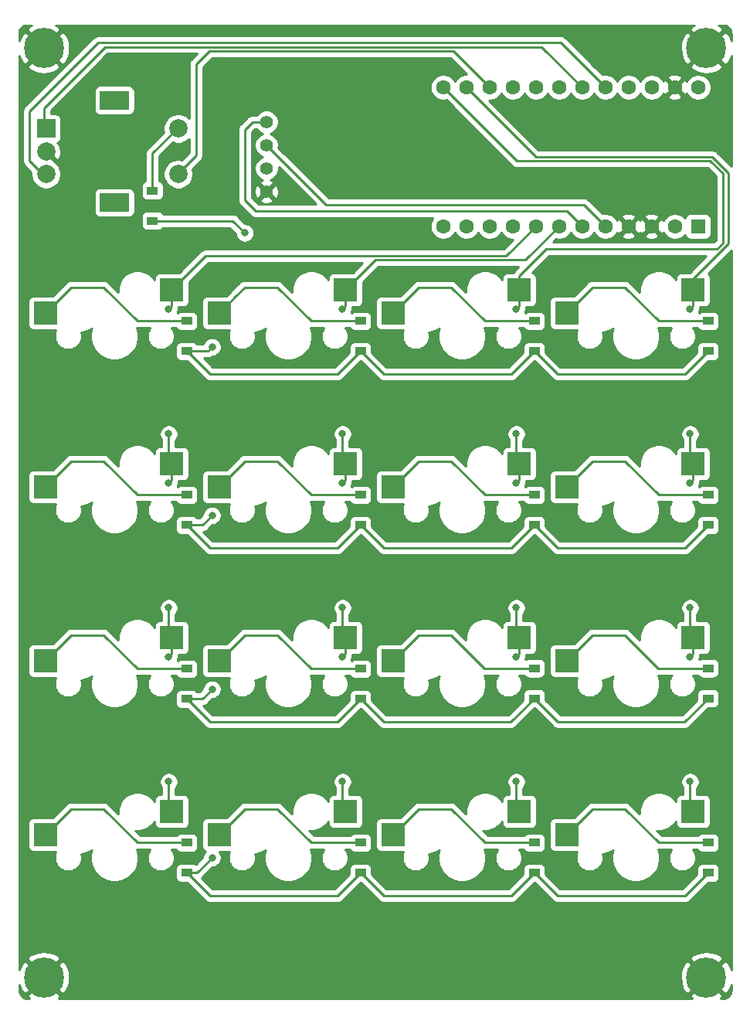
<source format=gbr>
%TF.GenerationSoftware,KiCad,Pcbnew,(5.1.10)-1*%
%TF.CreationDate,2021-05-20T03:36:14-05:00*%
%TF.ProjectId,smol-keypad,736d6f6c-2d6b-4657-9970-61642e6b6963,rev?*%
%TF.SameCoordinates,Original*%
%TF.FileFunction,Copper,L2,Bot*%
%TF.FilePolarity,Positive*%
%FSLAX46Y46*%
G04 Gerber Fmt 4.6, Leading zero omitted, Abs format (unit mm)*
G04 Created by KiCad (PCBNEW (5.1.10)-1) date 2021-05-20 03:36:14*
%MOMM*%
%LPD*%
G01*
G04 APERTURE LIST*
%TA.AperFunction,ComponentPad*%
%ADD10C,1.397000*%
%TD*%
%TA.AperFunction,ComponentPad*%
%ADD11C,2.000000*%
%TD*%
%TA.AperFunction,WasherPad*%
%ADD12R,3.200000X2.000000*%
%TD*%
%TA.AperFunction,ComponentPad*%
%ADD13R,2.000000X2.000000*%
%TD*%
%TA.AperFunction,SMDPad,CuDef*%
%ADD14R,1.200000X0.900000*%
%TD*%
%TA.AperFunction,SMDPad,CuDef*%
%ADD15R,2.550000X2.500000*%
%TD*%
%TA.AperFunction,ComponentPad*%
%ADD16C,4.400000*%
%TD*%
%TA.AperFunction,ComponentPad*%
%ADD17R,1.600000X1.600000*%
%TD*%
%TA.AperFunction,ComponentPad*%
%ADD18C,1.600000*%
%TD*%
%TA.AperFunction,ViaPad*%
%ADD19C,0.800000*%
%TD*%
%TA.AperFunction,Conductor*%
%ADD20C,0.250000*%
%TD*%
%TA.AperFunction,Conductor*%
%ADD21C,0.254000*%
%TD*%
%TA.AperFunction,Conductor*%
%ADD22C,0.100000*%
%TD*%
G04 APERTURE END LIST*
D10*
%TO.P,OL1,4*%
%TO.N,GND*%
X119062400Y-46672464D03*
%TO.P,OL1,3*%
%TO.N,/VCC*%
X119062400Y-44132464D03*
%TO.P,OL1,2*%
%TO.N,/SCL*%
X119062400Y-41592464D03*
%TO.P,OL1,1*%
%TO.N,/SDA*%
X119062400Y-39052464D03*
%TD*%
D11*
%TO.P,SW1,S1*%
%TO.N,/colRotEnc*%
X109393664Y-44767152D03*
%TO.P,SW1,S2*%
%TO.N,/rotEnc*%
X109393664Y-39767152D03*
D12*
%TO.P,SW1,*%
%TO.N,*%
X102393664Y-47867152D03*
X102393664Y-36667152D03*
D11*
%TO.P,SW1,B*%
%TO.N,/pinB*%
X94893664Y-44767152D03*
%TO.P,SW1,C*%
%TO.N,GND*%
X94893664Y-42267152D03*
D13*
%TO.P,SW1,A*%
%TO.N,/pinA*%
X94893664Y-39767152D03*
%TD*%
D14*
%TO.P,D17,2*%
%TO.N,/rotEnc*%
X106560848Y-46570272D03*
%TO.P,D17,1*%
%TO.N,/row3*%
X106560848Y-49870272D03*
%TD*%
D15*
%TO.P,MX4,1*%
%TO.N,/col3*%
X165833716Y-57427626D03*
%TO.P,MX4,2*%
%TO.N,Net-(D4-Pad2)*%
X151983716Y-59967626D03*
%TD*%
%TO.P,MX16,1*%
%TO.N,/col3*%
X165833716Y-114577626D03*
%TO.P,MX16,2*%
%TO.N,Net-(D16-Pad2)*%
X151983716Y-117117626D03*
%TD*%
%TO.P,MX15,1*%
%TO.N,/col2*%
X146783716Y-114577626D03*
%TO.P,MX15,2*%
%TO.N,Net-(D15-Pad2)*%
X132933716Y-117117626D03*
%TD*%
%TO.P,MX14,1*%
%TO.N,/col1*%
X127733716Y-114577626D03*
%TO.P,MX14,2*%
%TO.N,Net-(D14-Pad2)*%
X113883716Y-117117626D03*
%TD*%
%TO.P,MX13,1*%
%TO.N,/col0*%
X108683716Y-114577626D03*
%TO.P,MX13,2*%
%TO.N,Net-(D13-Pad2)*%
X94833716Y-117117626D03*
%TD*%
%TO.P,MX12,1*%
%TO.N,/col3*%
X165833716Y-95527626D03*
%TO.P,MX12,2*%
%TO.N,Net-(D12-Pad2)*%
X151983716Y-98067626D03*
%TD*%
%TO.P,MX11,1*%
%TO.N,/col2*%
X146783716Y-95527626D03*
%TO.P,MX11,2*%
%TO.N,Net-(D11-Pad2)*%
X132933716Y-98067626D03*
%TD*%
%TO.P,MX10,1*%
%TO.N,/col1*%
X127733716Y-95527626D03*
%TO.P,MX10,2*%
%TO.N,Net-(D10-Pad2)*%
X113883716Y-98067626D03*
%TD*%
%TO.P,MX9,1*%
%TO.N,/col0*%
X108683716Y-95527626D03*
%TO.P,MX9,2*%
%TO.N,Net-(D9-Pad2)*%
X94833716Y-98067626D03*
%TD*%
%TO.P,MX8,1*%
%TO.N,/col3*%
X165833716Y-76477626D03*
%TO.P,MX8,2*%
%TO.N,Net-(D8-Pad2)*%
X151983716Y-79017626D03*
%TD*%
%TO.P,MX7,1*%
%TO.N,/col2*%
X146783716Y-76477626D03*
%TO.P,MX7,2*%
%TO.N,Net-(D7-Pad2)*%
X132933716Y-79017626D03*
%TD*%
%TO.P,MX6,1*%
%TO.N,/col1*%
X127733716Y-76477626D03*
%TO.P,MX6,2*%
%TO.N,Net-(D6-Pad2)*%
X113883716Y-79017626D03*
%TD*%
%TO.P,MX5,1*%
%TO.N,/col0*%
X108683716Y-76477626D03*
%TO.P,MX5,2*%
%TO.N,Net-(D5-Pad2)*%
X94833716Y-79017626D03*
%TD*%
%TO.P,MX3,1*%
%TO.N,/col2*%
X146783716Y-57427626D03*
%TO.P,MX3,2*%
%TO.N,Net-(D3-Pad2)*%
X132933716Y-59967626D03*
%TD*%
%TO.P,MX2,1*%
%TO.N,/col1*%
X127733716Y-57427626D03*
%TO.P,MX2,2*%
%TO.N,Net-(D2-Pad2)*%
X113883716Y-59967626D03*
%TD*%
%TO.P,MX1,1*%
%TO.N,/col0*%
X108683716Y-57427626D03*
%TO.P,MX1,2*%
%TO.N,Net-(D1-Pad2)*%
X94833716Y-59967626D03*
%TD*%
D16*
%TO.P,H4,1*%
%TO.N,GND*%
X167282672Y-132754576D03*
%TD*%
%TO.P,H3,1*%
%TO.N,GND*%
X94654608Y-132754576D03*
%TD*%
%TO.P,H2,1*%
%TO.N,GND*%
X167282672Y-30956224D03*
%TD*%
%TO.P,H1,1*%
%TO.N,GND*%
X94654608Y-30956224D03*
%TD*%
D14*
%TO.P,D16,2*%
%TO.N,Net-(D16-Pad2)*%
X167481216Y-118007626D03*
%TO.P,D16,1*%
%TO.N,/row3*%
X167481216Y-121307626D03*
%TD*%
D17*
%TO.P,U1,1*%
%TO.N,Net-(U1-Pad1)*%
X166369872Y-50482464D03*
D18*
%TO.P,U1,2*%
%TO.N,Net-(U1-Pad2)*%
X163829872Y-50482464D03*
%TO.P,U1,3*%
%TO.N,GND*%
X161289872Y-50482464D03*
%TO.P,U1,4*%
X158749872Y-50482464D03*
%TO.P,U1,5*%
%TO.N,/SCL*%
X156209872Y-50482464D03*
%TO.P,U1,6*%
%TO.N,/SDA*%
X153669872Y-50482464D03*
%TO.P,U1,7*%
%TO.N,/col1*%
X151129872Y-50482464D03*
%TO.P,U1,8*%
%TO.N,/col0*%
X148589872Y-50482464D03*
%TO.P,U1,9*%
%TO.N,/row0*%
X146049872Y-50482464D03*
%TO.P,U1,10*%
%TO.N,/row1*%
X143509872Y-50482464D03*
%TO.P,U1,11*%
%TO.N,/row2*%
X140969872Y-50482464D03*
%TO.P,U1,12*%
%TO.N,/row3*%
X138429872Y-50482464D03*
%TO.P,U1,13*%
%TO.N,/col2*%
X138429872Y-35242464D03*
%TO.P,U1,14*%
%TO.N,/col3*%
X140969872Y-35242464D03*
%TO.P,U1,15*%
%TO.N,/colRotEnc*%
X143509872Y-35242464D03*
%TO.P,U1,16*%
%TO.N,Net-(U1-Pad16)*%
X146049872Y-35242464D03*
%TO.P,U1,17*%
%TO.N,Net-(U1-Pad17)*%
X148589872Y-35242464D03*
%TO.P,U1,18*%
%TO.N,Net-(U1-Pad18)*%
X151129872Y-35242464D03*
%TO.P,U1,19*%
%TO.N,/pinA*%
X153669872Y-35242464D03*
%TO.P,U1,20*%
%TO.N,/pinB*%
X156209872Y-35242464D03*
%TO.P,U1,21*%
%TO.N,/VCC*%
X158749872Y-35242464D03*
%TO.P,U1,22*%
%TO.N,Net-(U1-Pad22)*%
X161289872Y-35242464D03*
%TO.P,U1,23*%
%TO.N,GND*%
X163829872Y-35242464D03*
%TO.P,U1,24*%
%TO.N,Net-(U1-Pad24)*%
X166369872Y-35242464D03*
%TD*%
D14*
%TO.P,D15,2*%
%TO.N,Net-(D15-Pad2)*%
X148431216Y-118007626D03*
%TO.P,D15,1*%
%TO.N,/row3*%
X148431216Y-121307626D03*
%TD*%
%TO.P,D14,2*%
%TO.N,Net-(D14-Pad2)*%
X129381216Y-118007626D03*
%TO.P,D14,1*%
%TO.N,/row3*%
X129381216Y-121307626D03*
%TD*%
%TO.P,D13,2*%
%TO.N,Net-(D13-Pad2)*%
X110331216Y-118007626D03*
%TO.P,D13,1*%
%TO.N,/row3*%
X110331216Y-121307626D03*
%TD*%
%TO.P,D12,2*%
%TO.N,Net-(D12-Pad2)*%
X167481216Y-98895126D03*
%TO.P,D12,1*%
%TO.N,/row2*%
X167481216Y-102195126D03*
%TD*%
%TO.P,D11,2*%
%TO.N,Net-(D11-Pad2)*%
X148431216Y-98895126D03*
%TO.P,D11,1*%
%TO.N,/row2*%
X148431216Y-102195126D03*
%TD*%
%TO.P,D10,2*%
%TO.N,Net-(D10-Pad2)*%
X129381216Y-98957626D03*
%TO.P,D10,1*%
%TO.N,/row2*%
X129381216Y-102257626D03*
%TD*%
%TO.P,D9,2*%
%TO.N,Net-(D9-Pad2)*%
X110331216Y-98957626D03*
%TO.P,D9,1*%
%TO.N,/row2*%
X110331216Y-102257626D03*
%TD*%
%TO.P,D8,2*%
%TO.N,Net-(D8-Pad2)*%
X167481216Y-79907626D03*
%TO.P,D8,1*%
%TO.N,/row1*%
X167481216Y-83207626D03*
%TD*%
%TO.P,D7,2*%
%TO.N,Net-(D7-Pad2)*%
X148431216Y-79907626D03*
%TO.P,D7,1*%
%TO.N,/row1*%
X148431216Y-83207626D03*
%TD*%
%TO.P,D6,2*%
%TO.N,Net-(D6-Pad2)*%
X129381216Y-79907626D03*
%TO.P,D6,1*%
%TO.N,/row1*%
X129381216Y-83207626D03*
%TD*%
%TO.P,D5,2*%
%TO.N,Net-(D5-Pad2)*%
X110331216Y-79907626D03*
%TO.P,D5,1*%
%TO.N,/row1*%
X110331216Y-83207626D03*
%TD*%
%TO.P,D4,2*%
%TO.N,Net-(D4-Pad2)*%
X167481216Y-60857626D03*
%TO.P,D4,1*%
%TO.N,/row0*%
X167481216Y-64157626D03*
%TD*%
%TO.P,D3,2*%
%TO.N,Net-(D3-Pad2)*%
X148431216Y-60857626D03*
%TO.P,D3,1*%
%TO.N,/row0*%
X148431216Y-64157626D03*
%TD*%
%TO.P,D2,2*%
%TO.N,Net-(D2-Pad2)*%
X129381216Y-60857626D03*
%TO.P,D2,1*%
%TO.N,/row0*%
X129381216Y-64157626D03*
%TD*%
%TO.P,D1,2*%
%TO.N,Net-(D1-Pad2)*%
X110331216Y-60857626D03*
%TO.P,D1,1*%
%TO.N,/row0*%
X110331216Y-64157626D03*
%TD*%
D19*
%TO.N,/row0*%
X113109280Y-63698384D03*
%TO.N,/row1*%
X113109280Y-82153056D03*
%TO.N,/row2*%
X113109280Y-101203040D03*
%TO.N,/row3*%
X113109280Y-119657712D03*
X116681152Y-51196832D03*
%TO.N,/col0*%
X108346784Y-59531200D03*
X108346784Y-73223376D03*
X108346784Y-78581184D03*
X108346784Y-92273360D03*
X108346784Y-97631168D03*
X108346784Y-111323344D03*
%TO.N,/col1*%
X127396768Y-59531200D03*
X127396768Y-73223376D03*
X127396768Y-78581184D03*
X127396768Y-92273360D03*
X127396768Y-97631168D03*
X127396768Y-111323344D03*
%TO.N,/col2*%
X146446752Y-59531200D03*
X146446752Y-73223376D03*
X146446752Y-78581184D03*
X146446752Y-92273360D03*
X146446752Y-97631168D03*
X146446752Y-111323344D03*
%TO.N,/col3*%
X165496736Y-59531200D03*
X165496736Y-73223376D03*
X165496736Y-78581184D03*
X165496736Y-92273360D03*
X165496736Y-97631168D03*
X165496736Y-111323344D03*
%TD*%
D20*
%TO.N,Net-(D1-Pad2)*%
X94833716Y-59967626D02*
X97651390Y-57149952D01*
X97651390Y-57149952D02*
X101203040Y-57149952D01*
X104910714Y-60857626D02*
X110331216Y-60857626D01*
X101203040Y-57149952D02*
X104910714Y-60857626D01*
%TO.N,/row0*%
X110331216Y-64157626D02*
X110331216Y-64492192D01*
X110331216Y-64157626D02*
X112848534Y-66674944D01*
X126863898Y-66674944D02*
X129381216Y-64157626D01*
X112848534Y-66674944D02*
X126863898Y-66674944D01*
X129381216Y-64157626D02*
X131898534Y-66674944D01*
X145913898Y-66674944D02*
X148431216Y-64157626D01*
X131898534Y-66674944D02*
X145913898Y-66674944D01*
X148431216Y-64157626D02*
X150948534Y-66674944D01*
X164963898Y-66674944D02*
X167481216Y-64157626D01*
X150948534Y-66674944D02*
X164963898Y-66674944D01*
X112650038Y-64157626D02*
X113109280Y-63698384D01*
X110331216Y-64157626D02*
X112650038Y-64157626D01*
%TO.N,Net-(D2-Pad2)*%
X115708717Y-58142625D02*
X115708717Y-58122387D01*
X113883716Y-59967626D02*
X115708717Y-58142625D01*
X115708717Y-58122387D02*
X116681152Y-57149952D01*
X116681152Y-57149952D02*
X120253024Y-57149952D01*
X123960698Y-60857626D02*
X129381216Y-60857626D01*
X120253024Y-57149952D02*
X123960698Y-60857626D01*
%TO.N,Net-(D3-Pad2)*%
X132933716Y-59967626D02*
X135751390Y-57149952D01*
X135751390Y-57149952D02*
X139303008Y-57149952D01*
X143010682Y-60857626D02*
X148431216Y-60857626D01*
X139303008Y-57149952D02*
X143010682Y-60857626D01*
%TO.N,Net-(D4-Pad2)*%
X151983716Y-59967626D02*
X151983716Y-59947356D01*
X151983716Y-59947356D02*
X154781120Y-57149952D01*
X154781120Y-57149952D02*
X158352992Y-57149952D01*
X162060666Y-60857626D02*
X167481216Y-60857626D01*
X158352992Y-57149952D02*
X162060666Y-60857626D01*
%TO.N,Net-(D5-Pad2)*%
X94833716Y-79017626D02*
X97651406Y-76199936D01*
X97651406Y-76199936D02*
X101203040Y-76199936D01*
X104910730Y-79907626D02*
X110331216Y-79907626D01*
X101203040Y-76199936D02*
X104910730Y-79907626D01*
%TO.N,/row1*%
X110331216Y-83207626D02*
X112848518Y-85724928D01*
X126863914Y-85724928D02*
X129381216Y-83207626D01*
X112848518Y-85724928D02*
X126863914Y-85724928D01*
X129381216Y-83207626D02*
X131898518Y-85724928D01*
X145913914Y-85724928D02*
X148431216Y-83207626D01*
X131898518Y-85724928D02*
X145913914Y-85724928D01*
X148431216Y-83207626D02*
X150948518Y-85724928D01*
X164963914Y-85724928D02*
X167481216Y-83207626D01*
X150948518Y-85724928D02*
X164963914Y-85724928D01*
X112054710Y-83207626D02*
X113109280Y-82153056D01*
X110331216Y-83207626D02*
X112054710Y-83207626D01*
%TO.N,Net-(D6-Pad2)*%
X123960714Y-79907626D02*
X129381216Y-79907626D01*
X120253024Y-76199936D02*
X123960714Y-79907626D01*
X116681152Y-76199936D02*
X120253024Y-76199936D01*
X113883716Y-78997372D02*
X116681152Y-76199936D01*
X113883716Y-79017626D02*
X113883716Y-78997372D01*
%TO.N,Net-(D7-Pad2)*%
X132933716Y-79017626D02*
X135751406Y-76199936D01*
X135751406Y-76199936D02*
X139303008Y-76199936D01*
X143010698Y-79907626D02*
X148431216Y-79907626D01*
X139303008Y-76199936D02*
X143010698Y-79907626D01*
%TO.N,Net-(D8-Pad2)*%
X151983716Y-79017626D02*
X154801406Y-76199936D01*
X154801406Y-76199936D02*
X158352992Y-76199936D01*
X162060682Y-79907626D02*
X167481216Y-79907626D01*
X158352992Y-76199936D02*
X162060682Y-79907626D01*
%TO.N,Net-(D9-Pad2)*%
X94833716Y-98067626D02*
X97651422Y-95249920D01*
X97651422Y-95249920D02*
X101203040Y-95249920D01*
X104910746Y-98957626D02*
X110331216Y-98957626D01*
X101203040Y-95249920D02*
X104910746Y-98957626D01*
%TO.N,/row2*%
X110331216Y-102257626D02*
X112848502Y-104774912D01*
X126863930Y-104774912D02*
X129381216Y-102257626D01*
X112848502Y-104774912D02*
X126863930Y-104774912D01*
X129381216Y-102257626D02*
X131898502Y-104774912D01*
X145851430Y-104774912D02*
X148431216Y-102195126D01*
X131898502Y-104774912D02*
X145851430Y-104774912D01*
X148431216Y-102195126D02*
X151011002Y-104774912D01*
X164901430Y-104774912D02*
X167481216Y-102195126D01*
X151011002Y-104774912D02*
X164901430Y-104774912D01*
X112054694Y-102257626D02*
X113109280Y-101203040D01*
X110331216Y-102257626D02*
X112054694Y-102257626D01*
%TO.N,Net-(D10-Pad2)*%
X113883716Y-98067626D02*
X116701422Y-95249920D01*
X116701422Y-95249920D02*
X120253024Y-95249920D01*
X123960730Y-98957626D02*
X129381216Y-98957626D01*
X120253024Y-95249920D02*
X123960730Y-98957626D01*
%TO.N,Net-(D11-Pad2)*%
X132933716Y-98067626D02*
X135751422Y-95249920D01*
X135751422Y-95249920D02*
X139303008Y-95249920D01*
X142948214Y-98895126D02*
X148431216Y-98895126D01*
X139303008Y-95249920D02*
X142948214Y-98895126D01*
%TO.N,Net-(D12-Pad2)*%
X151983716Y-98067626D02*
X154801422Y-95249920D01*
X154801422Y-95249920D02*
X158352992Y-95249920D01*
X161998198Y-98895126D02*
X167481216Y-98895126D01*
X158352992Y-95249920D02*
X161998198Y-98895126D01*
%TO.N,Net-(D13-Pad2)*%
X94833716Y-117117626D02*
X97651438Y-114299904D01*
X97651438Y-114299904D02*
X101203040Y-114299904D01*
X104910762Y-118007626D02*
X110331216Y-118007626D01*
X101203040Y-114299904D02*
X104910762Y-118007626D01*
%TO.N,/row3*%
X110331216Y-121307626D02*
X112848486Y-123824896D01*
X126863946Y-123824896D02*
X129381216Y-121307626D01*
X112848486Y-123824896D02*
X126863946Y-123824896D01*
X129381216Y-121307626D02*
X131898486Y-123824896D01*
X145913946Y-123824896D02*
X148431216Y-121307626D01*
X131898486Y-123824896D02*
X145913946Y-123824896D01*
X148431216Y-121307626D02*
X150948486Y-123824896D01*
X164963946Y-123824896D02*
X167481216Y-121307626D01*
X150948486Y-123824896D02*
X164963946Y-123824896D01*
X111459366Y-121307626D02*
X113109280Y-119657712D01*
X110331216Y-121307626D02*
X111459366Y-121307626D01*
X115354592Y-49870272D02*
X116681152Y-51196832D01*
X106560848Y-49870272D02*
X115354592Y-49870272D01*
%TO.N,Net-(D14-Pad2)*%
X113883716Y-117117626D02*
X116701438Y-114299904D01*
X116701438Y-114299904D02*
X120253024Y-114299904D01*
X123960746Y-118007626D02*
X129381216Y-118007626D01*
X120253024Y-114299904D02*
X123960746Y-118007626D01*
%TO.N,Net-(D15-Pad2)*%
X132933716Y-117117626D02*
X135751438Y-114299904D01*
X135751438Y-114299904D02*
X139303008Y-114299904D01*
X143010730Y-118007626D02*
X148431216Y-118007626D01*
X139303008Y-114299904D02*
X143010730Y-118007626D01*
%TO.N,Net-(D16-Pad2)*%
X151983716Y-117117626D02*
X154801438Y-114299904D01*
X154801438Y-114299904D02*
X158352992Y-114299904D01*
X162060714Y-118007626D02*
X167481216Y-118007626D01*
X158352992Y-114299904D02*
X162060714Y-118007626D01*
%TO.N,/col0*%
X108683716Y-59194268D02*
X108346784Y-59531200D01*
X108683716Y-57427626D02*
X108683716Y-59194268D01*
X108346784Y-76140694D02*
X108683716Y-76477626D01*
X108346784Y-73223376D02*
X108346784Y-76140694D01*
X108683716Y-78244252D02*
X108346784Y-78581184D01*
X108683716Y-76477626D02*
X108683716Y-78244252D01*
X108346784Y-95190694D02*
X108683716Y-95527626D01*
X108346784Y-92273360D02*
X108346784Y-95190694D01*
X108683716Y-97294236D02*
X108346784Y-97631168D01*
X108683716Y-95527626D02*
X108683716Y-97294236D01*
X108346784Y-114240694D02*
X108683716Y-114577626D01*
X108346784Y-111323344D02*
X108346784Y-114240694D01*
X108683716Y-57427626D02*
X108683716Y-57408332D01*
X148589872Y-50482464D02*
X145348954Y-53723382D01*
X112387960Y-53723382D02*
X108683716Y-57427626D01*
X145348954Y-53723382D02*
X112387960Y-53723382D01*
%TO.N,/col1*%
X127733716Y-59194252D02*
X127396768Y-59531200D01*
X127733716Y-57427626D02*
X127733716Y-59194252D01*
X127396768Y-76140678D02*
X127733716Y-76477626D01*
X127396768Y-73223376D02*
X127396768Y-76140678D01*
X127733716Y-78244236D02*
X127396768Y-78581184D01*
X127733716Y-76477626D02*
X127733716Y-78244236D01*
X127396768Y-95190678D02*
X127733716Y-95527626D01*
X127396768Y-92273360D02*
X127396768Y-95190678D01*
X127733716Y-97294220D02*
X127396768Y-97631168D01*
X127733716Y-95527626D02*
X127733716Y-97294220D01*
X127396768Y-114240678D02*
X127733716Y-114577626D01*
X127396768Y-111323344D02*
X127396768Y-114240678D01*
X127733716Y-57427626D02*
X130987950Y-54173392D01*
X147438944Y-54173392D02*
X151129872Y-50482464D01*
X130987950Y-54173392D02*
X147438944Y-54173392D01*
%TO.N,/col2*%
X146783716Y-59194236D02*
X146446752Y-59531200D01*
X146783716Y-57427626D02*
X146783716Y-59194236D01*
X146446752Y-76140662D02*
X146783716Y-76477626D01*
X146446752Y-73223376D02*
X146446752Y-76140662D01*
X146783716Y-78244220D02*
X146446752Y-78581184D01*
X146783716Y-76477626D02*
X146783716Y-78244220D01*
X146446752Y-95190662D02*
X146783716Y-95527626D01*
X146446752Y-92273360D02*
X146446752Y-95190662D01*
X146783716Y-97294204D02*
X146446752Y-97631168D01*
X146783716Y-95527626D02*
X146783716Y-97294204D01*
X146446752Y-114240662D02*
X146783716Y-114577626D01*
X146446752Y-111323344D02*
X146446752Y-114240662D01*
X146783716Y-57427626D02*
X146783716Y-57408300D01*
X149728574Y-52982768D02*
X168432198Y-52982768D01*
X146783716Y-55927626D02*
X149728574Y-52982768D01*
X146783716Y-57427626D02*
X146783716Y-55927626D01*
X169068608Y-44689498D02*
X167691584Y-43312474D01*
X169068608Y-52346358D02*
X169068608Y-44689498D01*
X168432198Y-52982768D02*
X169068608Y-52346358D01*
X146499881Y-43312473D02*
X138429872Y-35242464D01*
X167691584Y-43312474D02*
X146499881Y-43312473D01*
%TO.N,/col3*%
X165833716Y-59194220D02*
X165496736Y-59531200D01*
X165833716Y-57427626D02*
X165833716Y-59194220D01*
X165496736Y-76140646D02*
X165833716Y-76477626D01*
X165496736Y-73223376D02*
X165496736Y-76140646D01*
X165833716Y-78244204D02*
X165496736Y-78581184D01*
X165833716Y-76477626D02*
X165833716Y-78244204D01*
X165496736Y-95190646D02*
X165833716Y-95527626D01*
X165496736Y-92273360D02*
X165496736Y-95190646D01*
X165833716Y-97294188D02*
X165496736Y-97631168D01*
X165833716Y-95527626D02*
X165833716Y-97294188D01*
X165496736Y-114240646D02*
X165833716Y-114577626D01*
X165496736Y-111323344D02*
X165496736Y-114240646D01*
X165774410Y-57427626D02*
X165833716Y-57427626D01*
X165833716Y-57427626D02*
X165833716Y-56296308D01*
X148589872Y-42862464D02*
X140969872Y-35242464D01*
X167877984Y-42862464D02*
X148589872Y-42862464D01*
X169663920Y-44648400D02*
X167877984Y-42862464D01*
X169663920Y-52387456D02*
X169663920Y-44648400D01*
X165833716Y-56217660D02*
X169663920Y-52387456D01*
X165833716Y-57427626D02*
X165833716Y-56217660D01*
%TO.N,/rotEnc*%
X106560848Y-42479664D02*
X106560848Y-46570272D01*
X109154608Y-39885904D02*
X106560848Y-42479664D01*
%TO.N,/pinA*%
X149238330Y-30810922D02*
X153669872Y-35242464D01*
X101348342Y-30810922D02*
X149238330Y-30810922D01*
X94654608Y-37504656D02*
X101348342Y-30810922D01*
X94654608Y-39885904D02*
X94654608Y-37504656D01*
%TO.N,/pinB*%
X93106176Y-37862464D02*
X100607728Y-30360912D01*
X151328320Y-30360912D02*
X156209872Y-35242464D01*
X100607728Y-30360912D02*
X151328320Y-30360912D01*
X93106176Y-43337472D02*
X94654608Y-44885904D01*
X93106176Y-37862464D02*
X93106176Y-43337472D01*
%TO.N,/colRotEnc*%
X139528340Y-31260932D02*
X143509872Y-35242464D01*
X112804572Y-31260932D02*
X139528340Y-31260932D01*
X111323344Y-42717168D02*
X111323344Y-32742160D01*
X111323344Y-32742160D02*
X112804572Y-31260932D01*
X109154608Y-44885904D02*
X111323344Y-42717168D01*
%TO.N,/SCL*%
X119062400Y-41592464D02*
X125610832Y-48140896D01*
X153868304Y-48140896D02*
X156209872Y-50482464D01*
X125610832Y-48140896D02*
X153868304Y-48140896D01*
%TO.N,/SDA*%
X119062400Y-39052464D02*
X117514592Y-39052464D01*
X117514592Y-39052464D02*
X116681152Y-39885904D01*
X116681152Y-39885904D02*
X116681152Y-47624960D01*
X116681152Y-47624960D02*
X117871776Y-48815584D01*
X152002992Y-48815584D02*
X153669872Y-50482464D01*
X117871776Y-48815584D02*
X152002992Y-48815584D01*
%TD*%
D21*
%TO.N,GND*%
X93084584Y-28579206D02*
X92844438Y-28966449D01*
X94654608Y-30776619D01*
X96464778Y-28966449D01*
X96224632Y-28579206D01*
X95963195Y-28441250D01*
X165970744Y-28441250D01*
X165712648Y-28579206D01*
X165472502Y-28966449D01*
X167282672Y-30776619D01*
X169092842Y-28966449D01*
X168852696Y-28579206D01*
X168591259Y-28441250D01*
X169036471Y-28441250D01*
X169248288Y-28462019D01*
X169420987Y-28514160D01*
X169580268Y-28598852D01*
X169720069Y-28712869D01*
X169835058Y-28851867D01*
X169920860Y-29010555D01*
X169974205Y-29182885D01*
X169996251Y-29392639D01*
X169996250Y-30135237D01*
X169908700Y-29852063D01*
X169659690Y-29386200D01*
X169272447Y-29146054D01*
X167462277Y-30956224D01*
X169272447Y-32766394D01*
X169659690Y-32526248D01*
X169920313Y-32032347D01*
X169996248Y-31777139D01*
X169996231Y-43905909D01*
X168441788Y-42351467D01*
X168417985Y-42322463D01*
X168302260Y-42227490D01*
X168170231Y-42156918D01*
X168026970Y-42113461D01*
X167915317Y-42102464D01*
X167915306Y-42102464D01*
X167877984Y-42098788D01*
X167840662Y-42102464D01*
X148904674Y-42102464D01*
X143479673Y-36677464D01*
X143651207Y-36677464D01*
X143928446Y-36622317D01*
X144189599Y-36514144D01*
X144424631Y-36357101D01*
X144624509Y-36157223D01*
X144779872Y-35924705D01*
X144935235Y-36157223D01*
X145135113Y-36357101D01*
X145370145Y-36514144D01*
X145631298Y-36622317D01*
X145908537Y-36677464D01*
X146191207Y-36677464D01*
X146468446Y-36622317D01*
X146729599Y-36514144D01*
X146964631Y-36357101D01*
X147164509Y-36157223D01*
X147319872Y-35924705D01*
X147475235Y-36157223D01*
X147675113Y-36357101D01*
X147910145Y-36514144D01*
X148171298Y-36622317D01*
X148448537Y-36677464D01*
X148731207Y-36677464D01*
X149008446Y-36622317D01*
X149269599Y-36514144D01*
X149504631Y-36357101D01*
X149704509Y-36157223D01*
X149859872Y-35924705D01*
X150015235Y-36157223D01*
X150215113Y-36357101D01*
X150450145Y-36514144D01*
X150711298Y-36622317D01*
X150988537Y-36677464D01*
X151271207Y-36677464D01*
X151548446Y-36622317D01*
X151809599Y-36514144D01*
X152044631Y-36357101D01*
X152244509Y-36157223D01*
X152399872Y-35924705D01*
X152555235Y-36157223D01*
X152755113Y-36357101D01*
X152990145Y-36514144D01*
X153251298Y-36622317D01*
X153528537Y-36677464D01*
X153811207Y-36677464D01*
X154088446Y-36622317D01*
X154349599Y-36514144D01*
X154584631Y-36357101D01*
X154784509Y-36157223D01*
X154939872Y-35924705D01*
X155095235Y-36157223D01*
X155295113Y-36357101D01*
X155530145Y-36514144D01*
X155791298Y-36622317D01*
X156068537Y-36677464D01*
X156351207Y-36677464D01*
X156628446Y-36622317D01*
X156889599Y-36514144D01*
X157124631Y-36357101D01*
X157324509Y-36157223D01*
X157479872Y-35924705D01*
X157635235Y-36157223D01*
X157835113Y-36357101D01*
X158070145Y-36514144D01*
X158331298Y-36622317D01*
X158608537Y-36677464D01*
X158891207Y-36677464D01*
X159168446Y-36622317D01*
X159429599Y-36514144D01*
X159664631Y-36357101D01*
X159864509Y-36157223D01*
X160019872Y-35924705D01*
X160175235Y-36157223D01*
X160375113Y-36357101D01*
X160610145Y-36514144D01*
X160871298Y-36622317D01*
X161148537Y-36677464D01*
X161431207Y-36677464D01*
X161708446Y-36622317D01*
X161969599Y-36514144D01*
X162204631Y-36357101D01*
X162326566Y-36235166D01*
X163016775Y-36235166D01*
X163088358Y-36479135D01*
X163343868Y-36600035D01*
X163618056Y-36668764D01*
X163900384Y-36682681D01*
X164180002Y-36641251D01*
X164446164Y-36546067D01*
X164571386Y-36479135D01*
X164642969Y-36235166D01*
X163829872Y-35422069D01*
X163016775Y-36235166D01*
X162326566Y-36235166D01*
X162404509Y-36157223D01*
X162560787Y-35923336D01*
X162593201Y-35983978D01*
X162837170Y-36055561D01*
X163650267Y-35242464D01*
X164009477Y-35242464D01*
X164822574Y-36055561D01*
X165066543Y-35983978D01*
X165097066Y-35919472D01*
X165098192Y-35922191D01*
X165255235Y-36157223D01*
X165455113Y-36357101D01*
X165690145Y-36514144D01*
X165951298Y-36622317D01*
X166228537Y-36677464D01*
X166511207Y-36677464D01*
X166788446Y-36622317D01*
X167049599Y-36514144D01*
X167284631Y-36357101D01*
X167484509Y-36157223D01*
X167641552Y-35922191D01*
X167749725Y-35661038D01*
X167804872Y-35383799D01*
X167804872Y-35101129D01*
X167749725Y-34823890D01*
X167641552Y-34562737D01*
X167484509Y-34327705D01*
X167284631Y-34127827D01*
X167049599Y-33970784D01*
X166788446Y-33862611D01*
X166511207Y-33807464D01*
X166228537Y-33807464D01*
X165951298Y-33862611D01*
X165690145Y-33970784D01*
X165455113Y-34127827D01*
X165255235Y-34327705D01*
X165098957Y-34561592D01*
X165066543Y-34500950D01*
X164822574Y-34429367D01*
X164009477Y-35242464D01*
X163650267Y-35242464D01*
X162837170Y-34429367D01*
X162593201Y-34500950D01*
X162562678Y-34565456D01*
X162561552Y-34562737D01*
X162404509Y-34327705D01*
X162326566Y-34249762D01*
X163016775Y-34249762D01*
X163829872Y-35062859D01*
X164642969Y-34249762D01*
X164571386Y-34005793D01*
X164315876Y-33884893D01*
X164041688Y-33816164D01*
X163759360Y-33802247D01*
X163479742Y-33843677D01*
X163213580Y-33938861D01*
X163088358Y-34005793D01*
X163016775Y-34249762D01*
X162326566Y-34249762D01*
X162204631Y-34127827D01*
X161969599Y-33970784D01*
X161708446Y-33862611D01*
X161431207Y-33807464D01*
X161148537Y-33807464D01*
X160871298Y-33862611D01*
X160610145Y-33970784D01*
X160375113Y-34127827D01*
X160175235Y-34327705D01*
X160019872Y-34560223D01*
X159864509Y-34327705D01*
X159664631Y-34127827D01*
X159429599Y-33970784D01*
X159168446Y-33862611D01*
X158891207Y-33807464D01*
X158608537Y-33807464D01*
X158331298Y-33862611D01*
X158070145Y-33970784D01*
X157835113Y-34127827D01*
X157635235Y-34327705D01*
X157479872Y-34560223D01*
X157324509Y-34327705D01*
X157124631Y-34127827D01*
X156889599Y-33970784D01*
X156628446Y-33862611D01*
X156351207Y-33807464D01*
X156068537Y-33807464D01*
X155885986Y-33843776D01*
X154988209Y-32945999D01*
X165472502Y-32945999D01*
X165712648Y-33333242D01*
X166206549Y-33593865D01*
X166741805Y-33753125D01*
X167297846Y-33804902D01*
X167853304Y-33747205D01*
X168386833Y-33582252D01*
X168852696Y-33333242D01*
X169092842Y-32945999D01*
X167282672Y-31135829D01*
X165472502Y-32945999D01*
X154988209Y-32945999D01*
X153013608Y-30971398D01*
X164433994Y-30971398D01*
X164491691Y-31526856D01*
X164656644Y-32060385D01*
X164905654Y-32526248D01*
X165292897Y-32766394D01*
X167103067Y-30956224D01*
X165292897Y-29146054D01*
X164905654Y-29386200D01*
X164645031Y-29880101D01*
X164485771Y-30415357D01*
X164433994Y-30971398D01*
X153013608Y-30971398D01*
X151892124Y-29849915D01*
X151868321Y-29820911D01*
X151752596Y-29725938D01*
X151620567Y-29655366D01*
X151477306Y-29611909D01*
X151365653Y-29600912D01*
X151365642Y-29600912D01*
X151328320Y-29597236D01*
X151290998Y-29600912D01*
X100645061Y-29600912D01*
X100607728Y-29597235D01*
X100570395Y-29600912D01*
X100458742Y-29611909D01*
X100315481Y-29655366D01*
X100183452Y-29725938D01*
X100067727Y-29820911D01*
X100043929Y-29849909D01*
X92595179Y-37298660D01*
X92566175Y-37322463D01*
X92511047Y-37389638D01*
X92471202Y-37438188D01*
X92455629Y-37467323D01*
X92400630Y-37570218D01*
X92357173Y-37713479D01*
X92346176Y-37825132D01*
X92346176Y-37825142D01*
X92342500Y-37862464D01*
X92346176Y-37899787D01*
X92346177Y-43300140D01*
X92342500Y-43337472D01*
X92346177Y-43374805D01*
X92357174Y-43486458D01*
X92360505Y-43497438D01*
X92400630Y-43629718D01*
X92471202Y-43761748D01*
X92542377Y-43848474D01*
X92566176Y-43877473D01*
X92595174Y-43901271D01*
X93265526Y-44571623D01*
X93258664Y-44606119D01*
X93258664Y-44928185D01*
X93321496Y-45244064D01*
X93444746Y-45541615D01*
X93623677Y-45809404D01*
X93851412Y-46037139D01*
X94119201Y-46216070D01*
X94416752Y-46339320D01*
X94732631Y-46402152D01*
X95054697Y-46402152D01*
X95370576Y-46339320D01*
X95668127Y-46216070D01*
X95935916Y-46037139D01*
X96163651Y-45809404D01*
X96342582Y-45541615D01*
X96465832Y-45244064D01*
X96528664Y-44928185D01*
X96528664Y-44606119D01*
X96465832Y-44290240D01*
X96342582Y-43992689D01*
X96163651Y-43724900D01*
X95935916Y-43497165D01*
X95838729Y-43432227D01*
X95849472Y-43402565D01*
X94893664Y-42446757D01*
X94879522Y-42460900D01*
X94699917Y-42281295D01*
X94714059Y-42267152D01*
X94699917Y-42253010D01*
X94879522Y-42073405D01*
X94893664Y-42087547D01*
X94907807Y-42073405D01*
X95087412Y-42253010D01*
X95073269Y-42267152D01*
X96029077Y-43222960D01*
X96293478Y-43127196D01*
X96434368Y-42837581D01*
X96516048Y-42526044D01*
X96535382Y-42204557D01*
X96491625Y-41885477D01*
X96386459Y-41581064D01*
X96293478Y-41407108D01*
X96144441Y-41353128D01*
X96248158Y-41297689D01*
X96344849Y-41218337D01*
X96424201Y-41121646D01*
X96483166Y-41011332D01*
X96519476Y-40891634D01*
X96531736Y-40767152D01*
X96531736Y-38767152D01*
X96519476Y-38642670D01*
X96483166Y-38522972D01*
X96424201Y-38412658D01*
X96344849Y-38315967D01*
X96248158Y-38236615D01*
X96137844Y-38177650D01*
X96018146Y-38141340D01*
X95893664Y-38129080D01*
X95414608Y-38129080D01*
X95414608Y-37819457D01*
X97566913Y-35667152D01*
X100155592Y-35667152D01*
X100155592Y-37667152D01*
X100167852Y-37791634D01*
X100204162Y-37911332D01*
X100263127Y-38021646D01*
X100342479Y-38118337D01*
X100439170Y-38197689D01*
X100549484Y-38256654D01*
X100669182Y-38292964D01*
X100793664Y-38305224D01*
X103993664Y-38305224D01*
X104118146Y-38292964D01*
X104237844Y-38256654D01*
X104348158Y-38197689D01*
X104444849Y-38118337D01*
X104524201Y-38021646D01*
X104583166Y-37911332D01*
X104619476Y-37791634D01*
X104631736Y-37667152D01*
X104631736Y-35667152D01*
X104619476Y-35542670D01*
X104583166Y-35422972D01*
X104524201Y-35312658D01*
X104444849Y-35215967D01*
X104348158Y-35136615D01*
X104237844Y-35077650D01*
X104118146Y-35041340D01*
X103993664Y-35029080D01*
X100793664Y-35029080D01*
X100669182Y-35041340D01*
X100549484Y-35077650D01*
X100439170Y-35136615D01*
X100342479Y-35215967D01*
X100263127Y-35312658D01*
X100204162Y-35422972D01*
X100167852Y-35542670D01*
X100155592Y-35667152D01*
X97566913Y-35667152D01*
X101663145Y-31570922D01*
X111419781Y-31570922D01*
X110812342Y-32178361D01*
X110783344Y-32202159D01*
X110759546Y-32231157D01*
X110759545Y-32231158D01*
X110688370Y-32317884D01*
X110617798Y-32449914D01*
X110574342Y-32593175D01*
X110559668Y-32742160D01*
X110563345Y-32779492D01*
X110563344Y-38624593D01*
X110435916Y-38497165D01*
X110168127Y-38318234D01*
X109870576Y-38194984D01*
X109554697Y-38132152D01*
X109232631Y-38132152D01*
X108916752Y-38194984D01*
X108619201Y-38318234D01*
X108351412Y-38497165D01*
X108123677Y-38724900D01*
X107944746Y-38992689D01*
X107821496Y-39290240D01*
X107758664Y-39606119D01*
X107758664Y-39928185D01*
X107804930Y-40160780D01*
X106049851Y-41915860D01*
X106020847Y-41939663D01*
X105965719Y-42006838D01*
X105925874Y-42055388D01*
X105900176Y-42103466D01*
X105855302Y-42187418D01*
X105811845Y-42330679D01*
X105800848Y-42442332D01*
X105800848Y-42442342D01*
X105797172Y-42479664D01*
X105800848Y-42516987D01*
X105800849Y-45505234D01*
X105716668Y-45530770D01*
X105606354Y-45589735D01*
X105509663Y-45669087D01*
X105430311Y-45765778D01*
X105371346Y-45876092D01*
X105335036Y-45995790D01*
X105322776Y-46120272D01*
X105322776Y-47020272D01*
X105335036Y-47144754D01*
X105371346Y-47264452D01*
X105430311Y-47374766D01*
X105509663Y-47471457D01*
X105606354Y-47550809D01*
X105716668Y-47609774D01*
X105836366Y-47646084D01*
X105960848Y-47658344D01*
X107160848Y-47658344D01*
X107285330Y-47646084D01*
X107405028Y-47609774D01*
X107515342Y-47550809D01*
X107612033Y-47471457D01*
X107691385Y-47374766D01*
X107750350Y-47264452D01*
X107786660Y-47144754D01*
X107798920Y-47020272D01*
X107798920Y-46120272D01*
X107786660Y-45995790D01*
X107750350Y-45876092D01*
X107691385Y-45765778D01*
X107612033Y-45669087D01*
X107515342Y-45589735D01*
X107405028Y-45530770D01*
X107320848Y-45505234D01*
X107320848Y-42794465D01*
X108817221Y-41298093D01*
X108916752Y-41339320D01*
X109232631Y-41402152D01*
X109554697Y-41402152D01*
X109870576Y-41339320D01*
X110168127Y-41216070D01*
X110435916Y-41037139D01*
X110563344Y-40909711D01*
X110563344Y-42402366D01*
X109787293Y-43178418D01*
X109554697Y-43132152D01*
X109232631Y-43132152D01*
X108916752Y-43194984D01*
X108619201Y-43318234D01*
X108351412Y-43497165D01*
X108123677Y-43724900D01*
X107944746Y-43992689D01*
X107821496Y-44290240D01*
X107758664Y-44606119D01*
X107758664Y-44928185D01*
X107821496Y-45244064D01*
X107944746Y-45541615D01*
X108123677Y-45809404D01*
X108351412Y-46037139D01*
X108619201Y-46216070D01*
X108916752Y-46339320D01*
X109232631Y-46402152D01*
X109554697Y-46402152D01*
X109870576Y-46339320D01*
X110168127Y-46216070D01*
X110435916Y-46037139D01*
X110663651Y-45809404D01*
X110842582Y-45541615D01*
X110965832Y-45244064D01*
X111028664Y-44928185D01*
X111028664Y-44606119D01*
X110965832Y-44290240D01*
X110924605Y-44190709D01*
X111834348Y-43280966D01*
X111863345Y-43257169D01*
X111958318Y-43141444D01*
X112028890Y-43009415D01*
X112072347Y-42866154D01*
X112083344Y-42754501D01*
X112083344Y-42754491D01*
X112087020Y-42717168D01*
X112083344Y-42679845D01*
X112083344Y-33056961D01*
X113119374Y-32020932D01*
X139213539Y-32020932D01*
X141000070Y-33807464D01*
X140828537Y-33807464D01*
X140551298Y-33862611D01*
X140290145Y-33970784D01*
X140055113Y-34127827D01*
X139855235Y-34327705D01*
X139699872Y-34560223D01*
X139544509Y-34327705D01*
X139344631Y-34127827D01*
X139109599Y-33970784D01*
X138848446Y-33862611D01*
X138571207Y-33807464D01*
X138288537Y-33807464D01*
X138011298Y-33862611D01*
X137750145Y-33970784D01*
X137515113Y-34127827D01*
X137315235Y-34327705D01*
X137158192Y-34562737D01*
X137050019Y-34823890D01*
X136994872Y-35101129D01*
X136994872Y-35383799D01*
X137050019Y-35661038D01*
X137158192Y-35922191D01*
X137315235Y-36157223D01*
X137515113Y-36357101D01*
X137750145Y-36514144D01*
X138011298Y-36622317D01*
X138288537Y-36677464D01*
X138571207Y-36677464D01*
X138753759Y-36641152D01*
X145936086Y-43823480D01*
X145959880Y-43852473D01*
X145988873Y-43876267D01*
X145988878Y-43876272D01*
X146075604Y-43947446D01*
X146207634Y-44018019D01*
X146350894Y-44061475D01*
X146499880Y-44076149D01*
X146537213Y-44072472D01*
X167376783Y-44072474D01*
X168308609Y-45004301D01*
X168308608Y-52031556D01*
X168117397Y-52222768D01*
X150464370Y-52222768D01*
X150805987Y-51881152D01*
X150988537Y-51917464D01*
X151271207Y-51917464D01*
X151548446Y-51862317D01*
X151809599Y-51754144D01*
X152044631Y-51597101D01*
X152244509Y-51397223D01*
X152399872Y-51164705D01*
X152555235Y-51397223D01*
X152755113Y-51597101D01*
X152990145Y-51754144D01*
X153251298Y-51862317D01*
X153528537Y-51917464D01*
X153811207Y-51917464D01*
X154088446Y-51862317D01*
X154349599Y-51754144D01*
X154584631Y-51597101D01*
X154784509Y-51397223D01*
X154939872Y-51164705D01*
X155095235Y-51397223D01*
X155295113Y-51597101D01*
X155530145Y-51754144D01*
X155791298Y-51862317D01*
X156068537Y-51917464D01*
X156351207Y-51917464D01*
X156628446Y-51862317D01*
X156889599Y-51754144D01*
X157124631Y-51597101D01*
X157246566Y-51475166D01*
X157936775Y-51475166D01*
X158008358Y-51719135D01*
X158263868Y-51840035D01*
X158538056Y-51908764D01*
X158820384Y-51922681D01*
X159100002Y-51881251D01*
X159366164Y-51786067D01*
X159491386Y-51719135D01*
X159562969Y-51475166D01*
X160476775Y-51475166D01*
X160548358Y-51719135D01*
X160803868Y-51840035D01*
X161078056Y-51908764D01*
X161360384Y-51922681D01*
X161640002Y-51881251D01*
X161906164Y-51786067D01*
X162031386Y-51719135D01*
X162102969Y-51475166D01*
X161289872Y-50662069D01*
X160476775Y-51475166D01*
X159562969Y-51475166D01*
X158749872Y-50662069D01*
X157936775Y-51475166D01*
X157246566Y-51475166D01*
X157324509Y-51397223D01*
X157480787Y-51163336D01*
X157513201Y-51223978D01*
X157757170Y-51295561D01*
X158570267Y-50482464D01*
X158929477Y-50482464D01*
X159742574Y-51295561D01*
X159986543Y-51223978D01*
X160017843Y-51157828D01*
X160053201Y-51223978D01*
X160297170Y-51295561D01*
X161110267Y-50482464D01*
X161469477Y-50482464D01*
X162282574Y-51295561D01*
X162526543Y-51223978D01*
X162557066Y-51159472D01*
X162558192Y-51162191D01*
X162715235Y-51397223D01*
X162915113Y-51597101D01*
X163150145Y-51754144D01*
X163411298Y-51862317D01*
X163688537Y-51917464D01*
X163971207Y-51917464D01*
X164248446Y-51862317D01*
X164509599Y-51754144D01*
X164744631Y-51597101D01*
X164943229Y-51398503D01*
X164944060Y-51406946D01*
X164980370Y-51526644D01*
X165039335Y-51636958D01*
X165118687Y-51733649D01*
X165215378Y-51813001D01*
X165325692Y-51871966D01*
X165445390Y-51908276D01*
X165569872Y-51920536D01*
X167169872Y-51920536D01*
X167294354Y-51908276D01*
X167414052Y-51871966D01*
X167524366Y-51813001D01*
X167621057Y-51733649D01*
X167700409Y-51636958D01*
X167759374Y-51526644D01*
X167795684Y-51406946D01*
X167807944Y-51282464D01*
X167807944Y-49682464D01*
X167795684Y-49557982D01*
X167759374Y-49438284D01*
X167700409Y-49327970D01*
X167621057Y-49231279D01*
X167524366Y-49151927D01*
X167414052Y-49092962D01*
X167294354Y-49056652D01*
X167169872Y-49044392D01*
X165569872Y-49044392D01*
X165445390Y-49056652D01*
X165325692Y-49092962D01*
X165215378Y-49151927D01*
X165118687Y-49231279D01*
X165039335Y-49327970D01*
X164980370Y-49438284D01*
X164944060Y-49557982D01*
X164943229Y-49566425D01*
X164744631Y-49367827D01*
X164509599Y-49210784D01*
X164248446Y-49102611D01*
X163971207Y-49047464D01*
X163688537Y-49047464D01*
X163411298Y-49102611D01*
X163150145Y-49210784D01*
X162915113Y-49367827D01*
X162715235Y-49567705D01*
X162558957Y-49801592D01*
X162526543Y-49740950D01*
X162282574Y-49669367D01*
X161469477Y-50482464D01*
X161110267Y-50482464D01*
X160297170Y-49669367D01*
X160053201Y-49740950D01*
X160021901Y-49807100D01*
X159986543Y-49740950D01*
X159742574Y-49669367D01*
X158929477Y-50482464D01*
X158570267Y-50482464D01*
X157757170Y-49669367D01*
X157513201Y-49740950D01*
X157482678Y-49805456D01*
X157481552Y-49802737D01*
X157324509Y-49567705D01*
X157246566Y-49489762D01*
X157936775Y-49489762D01*
X158749872Y-50302859D01*
X159562969Y-49489762D01*
X160476775Y-49489762D01*
X161289872Y-50302859D01*
X162102969Y-49489762D01*
X162031386Y-49245793D01*
X161775876Y-49124893D01*
X161501688Y-49056164D01*
X161219360Y-49042247D01*
X160939742Y-49083677D01*
X160673580Y-49178861D01*
X160548358Y-49245793D01*
X160476775Y-49489762D01*
X159562969Y-49489762D01*
X159491386Y-49245793D01*
X159235876Y-49124893D01*
X158961688Y-49056164D01*
X158679360Y-49042247D01*
X158399742Y-49083677D01*
X158133580Y-49178861D01*
X158008358Y-49245793D01*
X157936775Y-49489762D01*
X157246566Y-49489762D01*
X157124631Y-49367827D01*
X156889599Y-49210784D01*
X156628446Y-49102611D01*
X156351207Y-49047464D01*
X156068537Y-49047464D01*
X155885986Y-49083776D01*
X154432108Y-47629899D01*
X154408305Y-47600895D01*
X154292580Y-47505922D01*
X154160551Y-47435350D01*
X154017290Y-47391893D01*
X153905637Y-47380896D01*
X153905626Y-47380896D01*
X153868304Y-47377220D01*
X153830982Y-47380896D01*
X125925634Y-47380896D01*
X120374769Y-41830032D01*
X120395900Y-41723802D01*
X120395900Y-41461126D01*
X120344654Y-41203496D01*
X120244132Y-40960815D01*
X120098197Y-40742407D01*
X119912457Y-40556667D01*
X119694049Y-40410732D01*
X119480952Y-40322464D01*
X119694049Y-40234196D01*
X119912457Y-40088261D01*
X120098197Y-39902521D01*
X120244132Y-39684113D01*
X120344654Y-39441432D01*
X120395900Y-39183802D01*
X120395900Y-38921126D01*
X120344654Y-38663496D01*
X120244132Y-38420815D01*
X120098197Y-38202407D01*
X119912457Y-38016667D01*
X119694049Y-37870732D01*
X119451368Y-37770210D01*
X119193738Y-37718964D01*
X118931062Y-37718964D01*
X118673432Y-37770210D01*
X118430751Y-37870732D01*
X118212343Y-38016667D01*
X118026603Y-38202407D01*
X117966429Y-38292464D01*
X117551914Y-38292464D01*
X117514591Y-38288788D01*
X117477268Y-38292464D01*
X117477259Y-38292464D01*
X117365606Y-38303461D01*
X117222345Y-38346918D01*
X117090315Y-38417490D01*
X117006675Y-38486132D01*
X116974591Y-38512463D01*
X116950793Y-38541462D01*
X116170154Y-39322101D01*
X116141151Y-39345903D01*
X116086023Y-39413078D01*
X116046178Y-39461628D01*
X116038100Y-39476741D01*
X115975606Y-39593658D01*
X115932149Y-39736919D01*
X115921152Y-39848572D01*
X115921152Y-39848582D01*
X115917476Y-39885904D01*
X115921152Y-39923226D01*
X115921153Y-47587628D01*
X115917476Y-47624960D01*
X115932150Y-47773945D01*
X115975606Y-47917206D01*
X116046178Y-48049236D01*
X116117353Y-48135962D01*
X116141152Y-48164961D01*
X116170150Y-48188759D01*
X117307976Y-49326586D01*
X117331775Y-49355585D01*
X117360773Y-49379383D01*
X117447500Y-49450558D01*
X117579529Y-49521130D01*
X117722790Y-49564587D01*
X117871776Y-49579261D01*
X117909109Y-49575584D01*
X137309970Y-49575584D01*
X137158192Y-49802737D01*
X137050019Y-50063890D01*
X136994872Y-50341129D01*
X136994872Y-50623799D01*
X137050019Y-50901038D01*
X137158192Y-51162191D01*
X137315235Y-51397223D01*
X137515113Y-51597101D01*
X137750145Y-51754144D01*
X138011298Y-51862317D01*
X138288537Y-51917464D01*
X138571207Y-51917464D01*
X138848446Y-51862317D01*
X139109599Y-51754144D01*
X139344631Y-51597101D01*
X139544509Y-51397223D01*
X139699872Y-51164705D01*
X139855235Y-51397223D01*
X140055113Y-51597101D01*
X140290145Y-51754144D01*
X140551298Y-51862317D01*
X140828537Y-51917464D01*
X141111207Y-51917464D01*
X141388446Y-51862317D01*
X141649599Y-51754144D01*
X141884631Y-51597101D01*
X142084509Y-51397223D01*
X142239872Y-51164705D01*
X142395235Y-51397223D01*
X142595113Y-51597101D01*
X142830145Y-51754144D01*
X143091298Y-51862317D01*
X143368537Y-51917464D01*
X143651207Y-51917464D01*
X143928446Y-51862317D01*
X144189599Y-51754144D01*
X144424631Y-51597101D01*
X144624509Y-51397223D01*
X144779872Y-51164705D01*
X144935235Y-51397223D01*
X145135113Y-51597101D01*
X145370145Y-51754144D01*
X145631298Y-51862317D01*
X145908537Y-51917464D01*
X146080071Y-51917464D01*
X145034153Y-52963382D01*
X112425282Y-52963382D01*
X112387959Y-52959706D01*
X112350636Y-52963382D01*
X112350627Y-52963382D01*
X112238974Y-52974379D01*
X112095713Y-53017836D01*
X111963683Y-53088408D01*
X111887253Y-53151133D01*
X111847959Y-53183381D01*
X111824161Y-53212379D01*
X109496987Y-55539554D01*
X107408716Y-55539554D01*
X107284234Y-55551814D01*
X107164536Y-55588124D01*
X107054222Y-55647089D01*
X106957531Y-55726441D01*
X106878179Y-55823132D01*
X106819214Y-55933446D01*
X106782904Y-56053144D01*
X106770644Y-56177626D01*
X106770644Y-56333885D01*
X106592079Y-56066643D01*
X106294699Y-55769263D01*
X105945018Y-55535614D01*
X105556472Y-55374673D01*
X105143995Y-55292626D01*
X104723437Y-55292626D01*
X104310960Y-55374673D01*
X103922414Y-55535614D01*
X103572733Y-55769263D01*
X103275353Y-56066643D01*
X103041704Y-56416324D01*
X102880763Y-56804870D01*
X102798716Y-57217347D01*
X102798716Y-57637905D01*
X102806891Y-57679001D01*
X101766844Y-56638955D01*
X101743041Y-56609951D01*
X101627316Y-56514978D01*
X101495287Y-56444406D01*
X101352026Y-56400949D01*
X101240373Y-56389952D01*
X101240362Y-56389952D01*
X101203040Y-56386276D01*
X101165718Y-56389952D01*
X97688715Y-56389952D01*
X97651390Y-56386276D01*
X97614065Y-56389952D01*
X97614057Y-56389952D01*
X97502404Y-56400949D01*
X97359143Y-56444406D01*
X97227114Y-56514978D01*
X97111389Y-56609951D01*
X97087591Y-56638949D01*
X95646987Y-58079554D01*
X93558716Y-58079554D01*
X93434234Y-58091814D01*
X93314536Y-58128124D01*
X93204222Y-58187089D01*
X93107531Y-58266441D01*
X93028179Y-58363132D01*
X92969214Y-58473446D01*
X92932904Y-58593144D01*
X92920644Y-58717626D01*
X92920644Y-61217626D01*
X92932904Y-61342108D01*
X92969214Y-61461806D01*
X93028179Y-61572120D01*
X93107531Y-61668811D01*
X93204222Y-61748163D01*
X93314536Y-61807128D01*
X93434234Y-61843438D01*
X93558716Y-61855698D01*
X95975426Y-61855698D01*
X95884918Y-62074205D01*
X95827816Y-62361278D01*
X95827816Y-62653974D01*
X95884918Y-62941047D01*
X95996928Y-63211464D01*
X96159542Y-63454832D01*
X96366510Y-63661800D01*
X96609878Y-63824414D01*
X96880295Y-63936424D01*
X97167368Y-63993526D01*
X97460064Y-63993526D01*
X97747137Y-63936424D01*
X98017554Y-63824414D01*
X98260922Y-63661800D01*
X98467890Y-63454832D01*
X98630504Y-63211464D01*
X98742514Y-62941047D01*
X98799616Y-62653974D01*
X98799616Y-62361278D01*
X98748167Y-62102626D01*
X98793995Y-62102626D01*
X99206472Y-62020579D01*
X99595018Y-61859638D01*
X99901424Y-61654905D01*
X99865843Y-61740804D01*
X99764816Y-62248702D01*
X99764816Y-62766550D01*
X99865843Y-63274448D01*
X100064015Y-63752877D01*
X100351716Y-64183452D01*
X100717890Y-64549626D01*
X101148465Y-64837327D01*
X101626894Y-65035499D01*
X102134792Y-65136526D01*
X102652640Y-65136526D01*
X103160538Y-65035499D01*
X103638967Y-64837327D01*
X104069542Y-64549626D01*
X104435716Y-64183452D01*
X104723417Y-63752877D01*
X104921589Y-63274448D01*
X105022616Y-62766550D01*
X105022616Y-62248702D01*
X104921589Y-61740804D01*
X104870447Y-61617337D01*
X104873381Y-61617626D01*
X104873391Y-61617626D01*
X104910714Y-61621302D01*
X104948037Y-61617626D01*
X106281318Y-61617626D01*
X106156928Y-61803788D01*
X106044918Y-62074205D01*
X105987816Y-62361278D01*
X105987816Y-62653974D01*
X106044918Y-62941047D01*
X106156928Y-63211464D01*
X106319542Y-63454832D01*
X106526510Y-63661800D01*
X106769878Y-63824414D01*
X107040295Y-63936424D01*
X107327368Y-63993526D01*
X107620064Y-63993526D01*
X107907137Y-63936424D01*
X108177554Y-63824414D01*
X108352338Y-63707626D01*
X109093144Y-63707626D01*
X109093144Y-64607626D01*
X109105404Y-64732108D01*
X109141714Y-64851806D01*
X109200679Y-64962120D01*
X109280031Y-65058811D01*
X109376722Y-65138163D01*
X109487036Y-65197128D01*
X109606734Y-65233438D01*
X109731216Y-65245698D01*
X110227950Y-65245698D01*
X110331216Y-65255869D01*
X110352556Y-65253767D01*
X112284735Y-67185947D01*
X112308533Y-67214945D01*
X112424258Y-67309918D01*
X112556287Y-67380490D01*
X112699548Y-67423947D01*
X112811201Y-67434944D01*
X112811210Y-67434944D01*
X112848533Y-67438620D01*
X112885856Y-67434944D01*
X126826576Y-67434944D01*
X126863898Y-67438620D01*
X126901220Y-67434944D01*
X126901231Y-67434944D01*
X127012884Y-67423947D01*
X127156145Y-67380490D01*
X127288174Y-67309918D01*
X127403899Y-67214945D01*
X127427702Y-67185941D01*
X129367946Y-65245698D01*
X129394487Y-65245698D01*
X131334735Y-67185947D01*
X131358533Y-67214945D01*
X131474258Y-67309918D01*
X131606287Y-67380490D01*
X131749548Y-67423947D01*
X131861201Y-67434944D01*
X131861210Y-67434944D01*
X131898533Y-67438620D01*
X131935856Y-67434944D01*
X145876576Y-67434944D01*
X145913898Y-67438620D01*
X145951220Y-67434944D01*
X145951231Y-67434944D01*
X146062884Y-67423947D01*
X146206145Y-67380490D01*
X146338174Y-67309918D01*
X146453899Y-67214945D01*
X146477702Y-67185941D01*
X148417946Y-65245698D01*
X148444487Y-65245698D01*
X150384735Y-67185947D01*
X150408533Y-67214945D01*
X150524258Y-67309918D01*
X150656287Y-67380490D01*
X150799548Y-67423947D01*
X150911201Y-67434944D01*
X150911210Y-67434944D01*
X150948533Y-67438620D01*
X150985856Y-67434944D01*
X164926576Y-67434944D01*
X164963898Y-67438620D01*
X165001220Y-67434944D01*
X165001231Y-67434944D01*
X165112884Y-67423947D01*
X165256145Y-67380490D01*
X165388174Y-67309918D01*
X165503899Y-67214945D01*
X165527702Y-67185941D01*
X167467946Y-65245698D01*
X168081216Y-65245698D01*
X168205698Y-65233438D01*
X168325396Y-65197128D01*
X168435710Y-65138163D01*
X168532401Y-65058811D01*
X168611753Y-64962120D01*
X168670718Y-64851806D01*
X168707028Y-64732108D01*
X168719288Y-64607626D01*
X168719288Y-63707626D01*
X168707028Y-63583144D01*
X168670718Y-63463446D01*
X168611753Y-63353132D01*
X168532401Y-63256441D01*
X168435710Y-63177089D01*
X168325396Y-63118124D01*
X168205698Y-63081814D01*
X168081216Y-63069554D01*
X166881216Y-63069554D01*
X166756734Y-63081814D01*
X166637036Y-63118124D01*
X166526722Y-63177089D01*
X166430031Y-63256441D01*
X166350679Y-63353132D01*
X166291714Y-63463446D01*
X166255404Y-63583144D01*
X166243144Y-63707626D01*
X166243144Y-64320896D01*
X164649097Y-65914944D01*
X151263336Y-65914944D01*
X149669288Y-64320897D01*
X149669288Y-63707626D01*
X149657028Y-63583144D01*
X149620718Y-63463446D01*
X149561753Y-63353132D01*
X149482401Y-63256441D01*
X149385710Y-63177089D01*
X149275396Y-63118124D01*
X149155698Y-63081814D01*
X149031216Y-63069554D01*
X147831216Y-63069554D01*
X147706734Y-63081814D01*
X147587036Y-63118124D01*
X147476722Y-63177089D01*
X147380031Y-63256441D01*
X147300679Y-63353132D01*
X147241714Y-63463446D01*
X147205404Y-63583144D01*
X147193144Y-63707626D01*
X147193144Y-64320896D01*
X145599097Y-65914944D01*
X132213336Y-65914944D01*
X130619288Y-64320897D01*
X130619288Y-63707626D01*
X130607028Y-63583144D01*
X130570718Y-63463446D01*
X130511753Y-63353132D01*
X130432401Y-63256441D01*
X130335710Y-63177089D01*
X130225396Y-63118124D01*
X130105698Y-63081814D01*
X129981216Y-63069554D01*
X128781216Y-63069554D01*
X128656734Y-63081814D01*
X128537036Y-63118124D01*
X128426722Y-63177089D01*
X128330031Y-63256441D01*
X128250679Y-63353132D01*
X128191714Y-63463446D01*
X128155404Y-63583144D01*
X128143144Y-63707626D01*
X128143144Y-64320896D01*
X126549097Y-65914944D01*
X113163336Y-65914944D01*
X112166018Y-64917626D01*
X112612716Y-64917626D01*
X112650038Y-64921302D01*
X112687360Y-64917626D01*
X112687371Y-64917626D01*
X112799024Y-64906629D01*
X112942285Y-64863172D01*
X113074314Y-64792600D01*
X113146469Y-64733384D01*
X113211219Y-64733384D01*
X113411178Y-64693610D01*
X113599536Y-64615589D01*
X113769054Y-64502321D01*
X113913217Y-64358158D01*
X114026485Y-64188640D01*
X114104506Y-64000282D01*
X114144280Y-63800323D01*
X114144280Y-63596445D01*
X114104506Y-63396486D01*
X114026485Y-63208128D01*
X113913217Y-63038610D01*
X113769054Y-62894447D01*
X113599536Y-62781179D01*
X113411178Y-62703158D01*
X113211219Y-62663384D01*
X113007341Y-62663384D01*
X112807382Y-62703158D01*
X112619024Y-62781179D01*
X112449506Y-62894447D01*
X112305343Y-63038610D01*
X112192075Y-63208128D01*
X112114054Y-63396486D01*
X112113827Y-63397626D01*
X111485536Y-63397626D01*
X111461753Y-63353132D01*
X111382401Y-63256441D01*
X111285710Y-63177089D01*
X111175396Y-63118124D01*
X111055698Y-63081814D01*
X110931216Y-63069554D01*
X109731216Y-63069554D01*
X109606734Y-63081814D01*
X109487036Y-63118124D01*
X109376722Y-63177089D01*
X109280031Y-63256441D01*
X109200679Y-63353132D01*
X109141714Y-63463446D01*
X109105404Y-63583144D01*
X109093144Y-63707626D01*
X108352338Y-63707626D01*
X108420922Y-63661800D01*
X108627890Y-63454832D01*
X108790504Y-63211464D01*
X108902514Y-62941047D01*
X108959616Y-62653974D01*
X108959616Y-62361278D01*
X108902514Y-62074205D01*
X108790504Y-61803788D01*
X108666114Y-61617626D01*
X109176896Y-61617626D01*
X109200679Y-61662120D01*
X109280031Y-61758811D01*
X109376722Y-61838163D01*
X109487036Y-61897128D01*
X109606734Y-61933438D01*
X109731216Y-61945698D01*
X110931216Y-61945698D01*
X111055698Y-61933438D01*
X111175396Y-61897128D01*
X111285710Y-61838163D01*
X111382401Y-61758811D01*
X111461753Y-61662120D01*
X111520718Y-61551806D01*
X111557028Y-61432108D01*
X111569288Y-61307626D01*
X111569288Y-60407626D01*
X111557028Y-60283144D01*
X111520718Y-60163446D01*
X111461753Y-60053132D01*
X111382401Y-59956441D01*
X111285710Y-59877089D01*
X111175396Y-59818124D01*
X111055698Y-59781814D01*
X110931216Y-59769554D01*
X109731216Y-59769554D01*
X109606734Y-59781814D01*
X109487036Y-59818124D01*
X109376722Y-59877089D01*
X109296527Y-59942903D01*
X109342010Y-59833098D01*
X109381784Y-59633139D01*
X109381784Y-59500505D01*
X109389262Y-59486515D01*
X109432719Y-59343254D01*
X109435433Y-59315698D01*
X109958716Y-59315698D01*
X110083198Y-59303438D01*
X110202896Y-59267128D01*
X110313210Y-59208163D01*
X110409901Y-59128811D01*
X110489253Y-59032120D01*
X110548218Y-58921806D01*
X110584528Y-58802108D01*
X110596788Y-58677626D01*
X110596788Y-56589355D01*
X112702762Y-54483382D01*
X129603158Y-54483382D01*
X128546987Y-55539554D01*
X126458716Y-55539554D01*
X126334234Y-55551814D01*
X126214536Y-55588124D01*
X126104222Y-55647089D01*
X126007531Y-55726441D01*
X125928179Y-55823132D01*
X125869214Y-55933446D01*
X125832904Y-56053144D01*
X125820644Y-56177626D01*
X125820644Y-56333885D01*
X125642079Y-56066643D01*
X125344699Y-55769263D01*
X124995018Y-55535614D01*
X124606472Y-55374673D01*
X124193995Y-55292626D01*
X123773437Y-55292626D01*
X123360960Y-55374673D01*
X122972414Y-55535614D01*
X122622733Y-55769263D01*
X122325353Y-56066643D01*
X122091704Y-56416324D01*
X121930763Y-56804870D01*
X121848716Y-57217347D01*
X121848716Y-57637905D01*
X121856895Y-57679021D01*
X120816828Y-56638955D01*
X120793025Y-56609951D01*
X120677300Y-56514978D01*
X120545271Y-56444406D01*
X120402010Y-56400949D01*
X120290357Y-56389952D01*
X120290346Y-56389952D01*
X120253024Y-56386276D01*
X120215702Y-56389952D01*
X116718477Y-56389952D01*
X116681152Y-56386276D01*
X116643827Y-56389952D01*
X116643819Y-56389952D01*
X116532166Y-56400949D01*
X116388905Y-56444406D01*
X116256876Y-56514978D01*
X116141151Y-56609951D01*
X116117353Y-56638949D01*
X115197718Y-57558585D01*
X115168716Y-57582386D01*
X115073743Y-57698111D01*
X115068362Y-57708178D01*
X114696986Y-58079554D01*
X112608716Y-58079554D01*
X112484234Y-58091814D01*
X112364536Y-58128124D01*
X112254222Y-58187089D01*
X112157531Y-58266441D01*
X112078179Y-58363132D01*
X112019214Y-58473446D01*
X111982904Y-58593144D01*
X111970644Y-58717626D01*
X111970644Y-61217626D01*
X111982904Y-61342108D01*
X112019214Y-61461806D01*
X112078179Y-61572120D01*
X112157531Y-61668811D01*
X112254222Y-61748163D01*
X112364536Y-61807128D01*
X112484234Y-61843438D01*
X112608716Y-61855698D01*
X115025426Y-61855698D01*
X114934918Y-62074205D01*
X114877816Y-62361278D01*
X114877816Y-62653974D01*
X114934918Y-62941047D01*
X115046928Y-63211464D01*
X115209542Y-63454832D01*
X115416510Y-63661800D01*
X115659878Y-63824414D01*
X115930295Y-63936424D01*
X116217368Y-63993526D01*
X116510064Y-63993526D01*
X116797137Y-63936424D01*
X117067554Y-63824414D01*
X117310922Y-63661800D01*
X117517890Y-63454832D01*
X117680504Y-63211464D01*
X117792514Y-62941047D01*
X117849616Y-62653974D01*
X117849616Y-62361278D01*
X117798167Y-62102626D01*
X117843995Y-62102626D01*
X118256472Y-62020579D01*
X118645018Y-61859638D01*
X118951424Y-61654905D01*
X118915843Y-61740804D01*
X118814816Y-62248702D01*
X118814816Y-62766550D01*
X118915843Y-63274448D01*
X119114015Y-63752877D01*
X119401716Y-64183452D01*
X119767890Y-64549626D01*
X120198465Y-64837327D01*
X120676894Y-65035499D01*
X121184792Y-65136526D01*
X121702640Y-65136526D01*
X122210538Y-65035499D01*
X122688967Y-64837327D01*
X123119542Y-64549626D01*
X123485716Y-64183452D01*
X123773417Y-63752877D01*
X123971589Y-63274448D01*
X124072616Y-62766550D01*
X124072616Y-62248702D01*
X123971589Y-61740804D01*
X123920448Y-61617339D01*
X123923365Y-61617626D01*
X123923375Y-61617626D01*
X123960698Y-61621302D01*
X123998021Y-61617626D01*
X125331318Y-61617626D01*
X125206928Y-61803788D01*
X125094918Y-62074205D01*
X125037816Y-62361278D01*
X125037816Y-62653974D01*
X125094918Y-62941047D01*
X125206928Y-63211464D01*
X125369542Y-63454832D01*
X125576510Y-63661800D01*
X125819878Y-63824414D01*
X126090295Y-63936424D01*
X126377368Y-63993526D01*
X126670064Y-63993526D01*
X126957137Y-63936424D01*
X127227554Y-63824414D01*
X127470922Y-63661800D01*
X127677890Y-63454832D01*
X127840504Y-63211464D01*
X127952514Y-62941047D01*
X128009616Y-62653974D01*
X128009616Y-62361278D01*
X127952514Y-62074205D01*
X127840504Y-61803788D01*
X127716114Y-61617626D01*
X128226896Y-61617626D01*
X128250679Y-61662120D01*
X128330031Y-61758811D01*
X128426722Y-61838163D01*
X128537036Y-61897128D01*
X128656734Y-61933438D01*
X128781216Y-61945698D01*
X129981216Y-61945698D01*
X130105698Y-61933438D01*
X130225396Y-61897128D01*
X130335710Y-61838163D01*
X130432401Y-61758811D01*
X130511753Y-61662120D01*
X130570718Y-61551806D01*
X130607028Y-61432108D01*
X130619288Y-61307626D01*
X130619288Y-60407626D01*
X130607028Y-60283144D01*
X130570718Y-60163446D01*
X130511753Y-60053132D01*
X130432401Y-59956441D01*
X130335710Y-59877089D01*
X130225396Y-59818124D01*
X130105698Y-59781814D01*
X129981216Y-59769554D01*
X128781216Y-59769554D01*
X128656734Y-59781814D01*
X128537036Y-59818124D01*
X128426722Y-59877089D01*
X128346503Y-59942923D01*
X128391994Y-59833098D01*
X128431768Y-59633139D01*
X128431768Y-59500519D01*
X128439262Y-59486499D01*
X128482719Y-59343238D01*
X128485431Y-59315698D01*
X129008716Y-59315698D01*
X129133198Y-59303438D01*
X129252896Y-59267128D01*
X129363210Y-59208163D01*
X129459901Y-59128811D01*
X129539253Y-59032120D01*
X129598218Y-58921806D01*
X129634528Y-58802108D01*
X129646788Y-58677626D01*
X129646788Y-56589355D01*
X131302752Y-54933392D01*
X146703149Y-54933392D01*
X146272714Y-55363827D01*
X146243716Y-55387625D01*
X146219918Y-55416623D01*
X146219917Y-55416624D01*
X146148742Y-55503350D01*
X146129390Y-55539554D01*
X145508716Y-55539554D01*
X145384234Y-55551814D01*
X145264536Y-55588124D01*
X145154222Y-55647089D01*
X145057531Y-55726441D01*
X144978179Y-55823132D01*
X144919214Y-55933446D01*
X144882904Y-56053144D01*
X144870644Y-56177626D01*
X144870644Y-56333885D01*
X144692079Y-56066643D01*
X144394699Y-55769263D01*
X144045018Y-55535614D01*
X143656472Y-55374673D01*
X143243995Y-55292626D01*
X142823437Y-55292626D01*
X142410960Y-55374673D01*
X142022414Y-55535614D01*
X141672733Y-55769263D01*
X141375353Y-56066643D01*
X141141704Y-56416324D01*
X140980763Y-56804870D01*
X140898716Y-57217347D01*
X140898716Y-57637905D01*
X140906899Y-57679041D01*
X139866812Y-56638955D01*
X139843009Y-56609951D01*
X139727284Y-56514978D01*
X139595255Y-56444406D01*
X139451994Y-56400949D01*
X139340341Y-56389952D01*
X139340330Y-56389952D01*
X139303008Y-56386276D01*
X139265686Y-56389952D01*
X135788715Y-56389952D01*
X135751390Y-56386276D01*
X135714065Y-56389952D01*
X135714057Y-56389952D01*
X135602404Y-56400949D01*
X135459143Y-56444406D01*
X135327114Y-56514978D01*
X135211389Y-56609951D01*
X135187591Y-56638949D01*
X133746987Y-58079554D01*
X131658716Y-58079554D01*
X131534234Y-58091814D01*
X131414536Y-58128124D01*
X131304222Y-58187089D01*
X131207531Y-58266441D01*
X131128179Y-58363132D01*
X131069214Y-58473446D01*
X131032904Y-58593144D01*
X131020644Y-58717626D01*
X131020644Y-61217626D01*
X131032904Y-61342108D01*
X131069214Y-61461806D01*
X131128179Y-61572120D01*
X131207531Y-61668811D01*
X131304222Y-61748163D01*
X131414536Y-61807128D01*
X131534234Y-61843438D01*
X131658716Y-61855698D01*
X134075426Y-61855698D01*
X133984918Y-62074205D01*
X133927816Y-62361278D01*
X133927816Y-62653974D01*
X133984918Y-62941047D01*
X134096928Y-63211464D01*
X134259542Y-63454832D01*
X134466510Y-63661800D01*
X134709878Y-63824414D01*
X134980295Y-63936424D01*
X135267368Y-63993526D01*
X135560064Y-63993526D01*
X135847137Y-63936424D01*
X136117554Y-63824414D01*
X136360922Y-63661800D01*
X136567890Y-63454832D01*
X136730504Y-63211464D01*
X136842514Y-62941047D01*
X136899616Y-62653974D01*
X136899616Y-62361278D01*
X136848167Y-62102626D01*
X136893995Y-62102626D01*
X137306472Y-62020579D01*
X137695018Y-61859638D01*
X138001424Y-61654905D01*
X137965843Y-61740804D01*
X137864816Y-62248702D01*
X137864816Y-62766550D01*
X137965843Y-63274448D01*
X138164015Y-63752877D01*
X138451716Y-64183452D01*
X138817890Y-64549626D01*
X139248465Y-64837327D01*
X139726894Y-65035499D01*
X140234792Y-65136526D01*
X140752640Y-65136526D01*
X141260538Y-65035499D01*
X141738967Y-64837327D01*
X142169542Y-64549626D01*
X142535716Y-64183452D01*
X142823417Y-63752877D01*
X143021589Y-63274448D01*
X143122616Y-62766550D01*
X143122616Y-62248702D01*
X143021589Y-61740804D01*
X142970449Y-61617340D01*
X142973349Y-61617626D01*
X142973359Y-61617626D01*
X143010682Y-61621302D01*
X143048005Y-61617626D01*
X144381318Y-61617626D01*
X144256928Y-61803788D01*
X144144918Y-62074205D01*
X144087816Y-62361278D01*
X144087816Y-62653974D01*
X144144918Y-62941047D01*
X144256928Y-63211464D01*
X144419542Y-63454832D01*
X144626510Y-63661800D01*
X144869878Y-63824414D01*
X145140295Y-63936424D01*
X145427368Y-63993526D01*
X145720064Y-63993526D01*
X146007137Y-63936424D01*
X146277554Y-63824414D01*
X146520922Y-63661800D01*
X146727890Y-63454832D01*
X146890504Y-63211464D01*
X147002514Y-62941047D01*
X147059616Y-62653974D01*
X147059616Y-62361278D01*
X147002514Y-62074205D01*
X146890504Y-61803788D01*
X146766114Y-61617626D01*
X147276896Y-61617626D01*
X147300679Y-61662120D01*
X147380031Y-61758811D01*
X147476722Y-61838163D01*
X147587036Y-61897128D01*
X147706734Y-61933438D01*
X147831216Y-61945698D01*
X149031216Y-61945698D01*
X149155698Y-61933438D01*
X149275396Y-61897128D01*
X149385710Y-61838163D01*
X149482401Y-61758811D01*
X149561753Y-61662120D01*
X149620718Y-61551806D01*
X149657028Y-61432108D01*
X149669288Y-61307626D01*
X149669288Y-60407626D01*
X149657028Y-60283144D01*
X149620718Y-60163446D01*
X149561753Y-60053132D01*
X149482401Y-59956441D01*
X149385710Y-59877089D01*
X149275396Y-59818124D01*
X149155698Y-59781814D01*
X149031216Y-59769554D01*
X147831216Y-59769554D01*
X147706734Y-59781814D01*
X147587036Y-59818124D01*
X147476722Y-59877089D01*
X147396478Y-59942943D01*
X147441978Y-59833098D01*
X147481752Y-59633139D01*
X147481752Y-59500533D01*
X147489262Y-59486483D01*
X147532719Y-59343222D01*
X147535430Y-59315698D01*
X148058716Y-59315698D01*
X148183198Y-59303438D01*
X148302896Y-59267128D01*
X148413210Y-59208163D01*
X148509901Y-59128811D01*
X148589253Y-59032120D01*
X148648218Y-58921806D01*
X148684528Y-58802108D01*
X148696788Y-58677626D01*
X148696788Y-56177626D01*
X148684528Y-56053144D01*
X148648218Y-55933446D01*
X148589253Y-55823132D01*
X148509901Y-55726441D01*
X148413210Y-55647089D01*
X148302896Y-55588124D01*
X148222429Y-55563715D01*
X150043376Y-53742768D01*
X167233806Y-53742768D01*
X165437021Y-55539554D01*
X164558716Y-55539554D01*
X164434234Y-55551814D01*
X164314536Y-55588124D01*
X164204222Y-55647089D01*
X164107531Y-55726441D01*
X164028179Y-55823132D01*
X163969214Y-55933446D01*
X163932904Y-56053144D01*
X163920644Y-56177626D01*
X163920644Y-56333885D01*
X163742079Y-56066643D01*
X163444699Y-55769263D01*
X163095018Y-55535614D01*
X162706472Y-55374673D01*
X162293995Y-55292626D01*
X161873437Y-55292626D01*
X161460960Y-55374673D01*
X161072414Y-55535614D01*
X160722733Y-55769263D01*
X160425353Y-56066643D01*
X160191704Y-56416324D01*
X160030763Y-56804870D01*
X159948716Y-57217347D01*
X159948716Y-57637905D01*
X159956903Y-57679061D01*
X158916796Y-56638955D01*
X158892993Y-56609951D01*
X158777268Y-56514978D01*
X158645239Y-56444406D01*
X158501978Y-56400949D01*
X158390325Y-56389952D01*
X158390314Y-56389952D01*
X158352992Y-56386276D01*
X158315670Y-56389952D01*
X154818445Y-56389952D01*
X154781120Y-56386276D01*
X154743795Y-56389952D01*
X154743787Y-56389952D01*
X154632134Y-56400949D01*
X154488873Y-56444406D01*
X154356844Y-56514978D01*
X154241119Y-56609951D01*
X154217321Y-56638949D01*
X152776717Y-58079554D01*
X150708716Y-58079554D01*
X150584234Y-58091814D01*
X150464536Y-58128124D01*
X150354222Y-58187089D01*
X150257531Y-58266441D01*
X150178179Y-58363132D01*
X150119214Y-58473446D01*
X150082904Y-58593144D01*
X150070644Y-58717626D01*
X150070644Y-61217626D01*
X150082904Y-61342108D01*
X150119214Y-61461806D01*
X150178179Y-61572120D01*
X150257531Y-61668811D01*
X150354222Y-61748163D01*
X150464536Y-61807128D01*
X150584234Y-61843438D01*
X150708716Y-61855698D01*
X153125426Y-61855698D01*
X153034918Y-62074205D01*
X152977816Y-62361278D01*
X152977816Y-62653974D01*
X153034918Y-62941047D01*
X153146928Y-63211464D01*
X153309542Y-63454832D01*
X153516510Y-63661800D01*
X153759878Y-63824414D01*
X154030295Y-63936424D01*
X154317368Y-63993526D01*
X154610064Y-63993526D01*
X154897137Y-63936424D01*
X155167554Y-63824414D01*
X155410922Y-63661800D01*
X155617890Y-63454832D01*
X155780504Y-63211464D01*
X155892514Y-62941047D01*
X155949616Y-62653974D01*
X155949616Y-62361278D01*
X155898167Y-62102626D01*
X155943995Y-62102626D01*
X156356472Y-62020579D01*
X156745018Y-61859638D01*
X157051424Y-61654905D01*
X157015843Y-61740804D01*
X156914816Y-62248702D01*
X156914816Y-62766550D01*
X157015843Y-63274448D01*
X157214015Y-63752877D01*
X157501716Y-64183452D01*
X157867890Y-64549626D01*
X158298465Y-64837327D01*
X158776894Y-65035499D01*
X159284792Y-65136526D01*
X159802640Y-65136526D01*
X160310538Y-65035499D01*
X160788967Y-64837327D01*
X161219542Y-64549626D01*
X161585716Y-64183452D01*
X161873417Y-63752877D01*
X162071589Y-63274448D01*
X162172616Y-62766550D01*
X162172616Y-62248702D01*
X162071589Y-61740804D01*
X162020449Y-61617342D01*
X162023333Y-61617626D01*
X162023343Y-61617626D01*
X162060666Y-61621302D01*
X162097989Y-61617626D01*
X163431318Y-61617626D01*
X163306928Y-61803788D01*
X163194918Y-62074205D01*
X163137816Y-62361278D01*
X163137816Y-62653974D01*
X163194918Y-62941047D01*
X163306928Y-63211464D01*
X163469542Y-63454832D01*
X163676510Y-63661800D01*
X163919878Y-63824414D01*
X164190295Y-63936424D01*
X164477368Y-63993526D01*
X164770064Y-63993526D01*
X165057137Y-63936424D01*
X165327554Y-63824414D01*
X165570922Y-63661800D01*
X165777890Y-63454832D01*
X165940504Y-63211464D01*
X166052514Y-62941047D01*
X166109616Y-62653974D01*
X166109616Y-62361278D01*
X166052514Y-62074205D01*
X165940504Y-61803788D01*
X165816114Y-61617626D01*
X166326896Y-61617626D01*
X166350679Y-61662120D01*
X166430031Y-61758811D01*
X166526722Y-61838163D01*
X166637036Y-61897128D01*
X166756734Y-61933438D01*
X166881216Y-61945698D01*
X168081216Y-61945698D01*
X168205698Y-61933438D01*
X168325396Y-61897128D01*
X168435710Y-61838163D01*
X168532401Y-61758811D01*
X168611753Y-61662120D01*
X168670718Y-61551806D01*
X168707028Y-61432108D01*
X168719288Y-61307626D01*
X168719288Y-60407626D01*
X168707028Y-60283144D01*
X168670718Y-60163446D01*
X168611753Y-60053132D01*
X168532401Y-59956441D01*
X168435710Y-59877089D01*
X168325396Y-59818124D01*
X168205698Y-59781814D01*
X168081216Y-59769554D01*
X166881216Y-59769554D01*
X166756734Y-59781814D01*
X166637036Y-59818124D01*
X166526722Y-59877089D01*
X166446454Y-59942963D01*
X166491962Y-59833098D01*
X166531736Y-59633139D01*
X166531736Y-59500547D01*
X166539262Y-59486467D01*
X166582719Y-59343206D01*
X166585428Y-59315698D01*
X167108716Y-59315698D01*
X167233198Y-59303438D01*
X167352896Y-59267128D01*
X167463210Y-59208163D01*
X167559901Y-59128811D01*
X167639253Y-59032120D01*
X167698218Y-58921806D01*
X167734528Y-58802108D01*
X167746788Y-58677626D01*
X167746788Y-56177626D01*
X167734528Y-56053144D01*
X167698218Y-55933446D01*
X167639253Y-55823132D01*
X167559901Y-55726441D01*
X167471931Y-55654246D01*
X169996219Y-53129960D01*
X169996111Y-131933140D01*
X169908700Y-131650415D01*
X169659690Y-131184552D01*
X169272447Y-130944406D01*
X167462277Y-132754576D01*
X169272447Y-134564746D01*
X169659690Y-134324600D01*
X169920313Y-133830699D01*
X169996109Y-133575957D01*
X169996108Y-134111355D01*
X169975339Y-134323174D01*
X169923199Y-134495872D01*
X169838507Y-134655154D01*
X169724486Y-134794957D01*
X169585493Y-134909942D01*
X169426803Y-134995746D01*
X169254473Y-135049091D01*
X169044727Y-135071136D01*
X168890189Y-135071136D01*
X169092842Y-134744351D01*
X167282672Y-132934181D01*
X165472502Y-134744351D01*
X165675155Y-135071136D01*
X96262125Y-135071136D01*
X96464778Y-134744351D01*
X94654608Y-132934181D01*
X92844438Y-134744351D01*
X93047091Y-135071136D01*
X92900888Y-135071136D01*
X92689070Y-135050367D01*
X92516372Y-134998227D01*
X92357090Y-134913535D01*
X92217287Y-134799514D01*
X92102302Y-134660521D01*
X92016498Y-134501831D01*
X91963153Y-134329501D01*
X91941107Y-134119746D01*
X91941108Y-133575814D01*
X92028580Y-133858737D01*
X92277590Y-134324600D01*
X92664833Y-134564746D01*
X94475003Y-132754576D01*
X94834213Y-132754576D01*
X96644383Y-134564746D01*
X97031626Y-134324600D01*
X97292249Y-133830699D01*
X97451509Y-133295443D01*
X97500460Y-132769750D01*
X164433994Y-132769750D01*
X164491691Y-133325208D01*
X164656644Y-133858737D01*
X164905654Y-134324600D01*
X165292897Y-134564746D01*
X167103067Y-132754576D01*
X165292897Y-130944406D01*
X164905654Y-131184552D01*
X164645031Y-131678453D01*
X164485771Y-132213709D01*
X164433994Y-132769750D01*
X97500460Y-132769750D01*
X97503286Y-132739402D01*
X97445589Y-132183944D01*
X97280636Y-131650415D01*
X97031626Y-131184552D01*
X96644383Y-130944406D01*
X94834213Y-132754576D01*
X94475003Y-132754576D01*
X92664833Y-130944406D01*
X92277590Y-131184552D01*
X92016967Y-131678453D01*
X91941110Y-131933400D01*
X91941111Y-130764801D01*
X92844438Y-130764801D01*
X94654608Y-132574971D01*
X96464778Y-130764801D01*
X165472502Y-130764801D01*
X167282672Y-132574971D01*
X169092842Y-130764801D01*
X168852696Y-130377558D01*
X168358795Y-130116935D01*
X167823539Y-129957675D01*
X167267498Y-129905898D01*
X166712040Y-129963595D01*
X166178511Y-130128548D01*
X165712648Y-130377558D01*
X165472502Y-130764801D01*
X96464778Y-130764801D01*
X96224632Y-130377558D01*
X95730731Y-130116935D01*
X95195475Y-129957675D01*
X94639434Y-129905898D01*
X94083976Y-129963595D01*
X93550447Y-130128548D01*
X93084584Y-130377558D01*
X92844438Y-130764801D01*
X91941111Y-130764801D01*
X91941131Y-115867626D01*
X92920644Y-115867626D01*
X92920644Y-118367626D01*
X92932904Y-118492108D01*
X92969214Y-118611806D01*
X93028179Y-118722120D01*
X93107531Y-118818811D01*
X93204222Y-118898163D01*
X93314536Y-118957128D01*
X93434234Y-118993438D01*
X93558716Y-119005698D01*
X95975426Y-119005698D01*
X95884918Y-119224205D01*
X95827816Y-119511278D01*
X95827816Y-119803974D01*
X95884918Y-120091047D01*
X95996928Y-120361464D01*
X96159542Y-120604832D01*
X96366510Y-120811800D01*
X96609878Y-120974414D01*
X96880295Y-121086424D01*
X97167368Y-121143526D01*
X97460064Y-121143526D01*
X97747137Y-121086424D01*
X98017554Y-120974414D01*
X98260922Y-120811800D01*
X98467890Y-120604832D01*
X98630504Y-120361464D01*
X98742514Y-120091047D01*
X98799616Y-119803974D01*
X98799616Y-119511278D01*
X98748167Y-119252626D01*
X98793995Y-119252626D01*
X99206472Y-119170579D01*
X99595018Y-119009638D01*
X99901424Y-118804905D01*
X99865843Y-118890804D01*
X99764816Y-119398702D01*
X99764816Y-119916550D01*
X99865843Y-120424448D01*
X100064015Y-120902877D01*
X100351716Y-121333452D01*
X100717890Y-121699626D01*
X101148465Y-121987327D01*
X101626894Y-122185499D01*
X102134792Y-122286526D01*
X102652640Y-122286526D01*
X103160538Y-122185499D01*
X103638967Y-121987327D01*
X104069542Y-121699626D01*
X104435716Y-121333452D01*
X104723417Y-120902877D01*
X104921589Y-120424448D01*
X105022616Y-119916550D01*
X105022616Y-119398702D01*
X104921589Y-118890804D01*
X104870445Y-118767332D01*
X104873429Y-118767626D01*
X104873437Y-118767626D01*
X104910762Y-118771302D01*
X104948087Y-118767626D01*
X106281318Y-118767626D01*
X106156928Y-118953788D01*
X106044918Y-119224205D01*
X105987816Y-119511278D01*
X105987816Y-119803974D01*
X106044918Y-120091047D01*
X106156928Y-120361464D01*
X106319542Y-120604832D01*
X106526510Y-120811800D01*
X106769878Y-120974414D01*
X107040295Y-121086424D01*
X107327368Y-121143526D01*
X107620064Y-121143526D01*
X107907137Y-121086424D01*
X108177554Y-120974414D01*
X108352338Y-120857626D01*
X109093144Y-120857626D01*
X109093144Y-121757626D01*
X109105404Y-121882108D01*
X109141714Y-122001806D01*
X109200679Y-122112120D01*
X109280031Y-122208811D01*
X109376722Y-122288163D01*
X109487036Y-122347128D01*
X109606734Y-122383438D01*
X109731216Y-122395698D01*
X110344487Y-122395698D01*
X112284691Y-124335904D01*
X112308485Y-124364897D01*
X112337478Y-124388691D01*
X112337482Y-124388695D01*
X112408171Y-124446707D01*
X112424210Y-124459870D01*
X112556239Y-124530442D01*
X112699500Y-124573899D01*
X112811153Y-124584896D01*
X112811162Y-124584896D01*
X112848485Y-124588572D01*
X112885808Y-124584896D01*
X126826624Y-124584896D01*
X126863946Y-124588572D01*
X126901268Y-124584896D01*
X126901279Y-124584896D01*
X127012932Y-124573899D01*
X127156193Y-124530442D01*
X127288222Y-124459870D01*
X127403947Y-124364897D01*
X127427750Y-124335893D01*
X129367947Y-122395698D01*
X129394487Y-122395698D01*
X131334691Y-124335904D01*
X131358485Y-124364897D01*
X131387478Y-124388691D01*
X131387482Y-124388695D01*
X131458171Y-124446707D01*
X131474210Y-124459870D01*
X131606239Y-124530442D01*
X131749500Y-124573899D01*
X131861153Y-124584896D01*
X131861162Y-124584896D01*
X131898485Y-124588572D01*
X131935808Y-124584896D01*
X145876624Y-124584896D01*
X145913946Y-124588572D01*
X145951268Y-124584896D01*
X145951279Y-124584896D01*
X146062932Y-124573899D01*
X146206193Y-124530442D01*
X146338222Y-124459870D01*
X146453947Y-124364897D01*
X146477750Y-124335893D01*
X148417947Y-122395698D01*
X148444487Y-122395698D01*
X150384691Y-124335904D01*
X150408485Y-124364897D01*
X150437478Y-124388691D01*
X150437482Y-124388695D01*
X150508171Y-124446707D01*
X150524210Y-124459870D01*
X150656239Y-124530442D01*
X150799500Y-124573899D01*
X150911153Y-124584896D01*
X150911162Y-124584896D01*
X150948485Y-124588572D01*
X150985808Y-124584896D01*
X164926624Y-124584896D01*
X164963946Y-124588572D01*
X165001268Y-124584896D01*
X165001279Y-124584896D01*
X165112932Y-124573899D01*
X165256193Y-124530442D01*
X165388222Y-124459870D01*
X165503947Y-124364897D01*
X165527750Y-124335893D01*
X167467947Y-122395698D01*
X168081216Y-122395698D01*
X168205698Y-122383438D01*
X168325396Y-122347128D01*
X168435710Y-122288163D01*
X168532401Y-122208811D01*
X168611753Y-122112120D01*
X168670718Y-122001806D01*
X168707028Y-121882108D01*
X168719288Y-121757626D01*
X168719288Y-120857626D01*
X168707028Y-120733144D01*
X168670718Y-120613446D01*
X168611753Y-120503132D01*
X168532401Y-120406441D01*
X168435710Y-120327089D01*
X168325396Y-120268124D01*
X168205698Y-120231814D01*
X168081216Y-120219554D01*
X166881216Y-120219554D01*
X166756734Y-120231814D01*
X166637036Y-120268124D01*
X166526722Y-120327089D01*
X166430031Y-120406441D01*
X166350679Y-120503132D01*
X166291714Y-120613446D01*
X166255404Y-120733144D01*
X166243144Y-120857626D01*
X166243144Y-121470896D01*
X164649145Y-123064896D01*
X151263289Y-123064896D01*
X149669288Y-121470896D01*
X149669288Y-120857626D01*
X149657028Y-120733144D01*
X149620718Y-120613446D01*
X149561753Y-120503132D01*
X149482401Y-120406441D01*
X149385710Y-120327089D01*
X149275396Y-120268124D01*
X149155698Y-120231814D01*
X149031216Y-120219554D01*
X147831216Y-120219554D01*
X147706734Y-120231814D01*
X147587036Y-120268124D01*
X147476722Y-120327089D01*
X147380031Y-120406441D01*
X147300679Y-120503132D01*
X147241714Y-120613446D01*
X147205404Y-120733144D01*
X147193144Y-120857626D01*
X147193144Y-121470896D01*
X145599145Y-123064896D01*
X132213289Y-123064896D01*
X130619288Y-121470896D01*
X130619288Y-120857626D01*
X130607028Y-120733144D01*
X130570718Y-120613446D01*
X130511753Y-120503132D01*
X130432401Y-120406441D01*
X130335710Y-120327089D01*
X130225396Y-120268124D01*
X130105698Y-120231814D01*
X129981216Y-120219554D01*
X128781216Y-120219554D01*
X128656734Y-120231814D01*
X128537036Y-120268124D01*
X128426722Y-120327089D01*
X128330031Y-120406441D01*
X128250679Y-120503132D01*
X128191714Y-120613446D01*
X128155404Y-120733144D01*
X128143144Y-120857626D01*
X128143144Y-121470896D01*
X126549145Y-123064896D01*
X113163289Y-123064896D01*
X111970066Y-121871674D01*
X111999367Y-121847627D01*
X112023170Y-121818623D01*
X113149082Y-120692712D01*
X113211219Y-120692712D01*
X113411178Y-120652938D01*
X113599536Y-120574917D01*
X113769054Y-120461649D01*
X113913217Y-120317486D01*
X114026485Y-120147968D01*
X114104506Y-119959610D01*
X114144280Y-119759651D01*
X114144280Y-119555773D01*
X114104506Y-119355814D01*
X114026485Y-119167456D01*
X113918402Y-119005698D01*
X115025426Y-119005698D01*
X114934918Y-119224205D01*
X114877816Y-119511278D01*
X114877816Y-119803974D01*
X114934918Y-120091047D01*
X115046928Y-120361464D01*
X115209542Y-120604832D01*
X115416510Y-120811800D01*
X115659878Y-120974414D01*
X115930295Y-121086424D01*
X116217368Y-121143526D01*
X116510064Y-121143526D01*
X116797137Y-121086424D01*
X117067554Y-120974414D01*
X117310922Y-120811800D01*
X117517890Y-120604832D01*
X117680504Y-120361464D01*
X117792514Y-120091047D01*
X117849616Y-119803974D01*
X117849616Y-119511278D01*
X117798167Y-119252626D01*
X117843995Y-119252626D01*
X118256472Y-119170579D01*
X118645018Y-119009638D01*
X118951424Y-118804905D01*
X118915843Y-118890804D01*
X118814816Y-119398702D01*
X118814816Y-119916550D01*
X118915843Y-120424448D01*
X119114015Y-120902877D01*
X119401716Y-121333452D01*
X119767890Y-121699626D01*
X120198465Y-121987327D01*
X120676894Y-122185499D01*
X121184792Y-122286526D01*
X121702640Y-122286526D01*
X122210538Y-122185499D01*
X122688967Y-121987327D01*
X123119542Y-121699626D01*
X123485716Y-121333452D01*
X123773417Y-120902877D01*
X123971589Y-120424448D01*
X124072616Y-119916550D01*
X124072616Y-119398702D01*
X123971589Y-118890804D01*
X123920446Y-118767334D01*
X123923413Y-118767626D01*
X123923421Y-118767626D01*
X123960746Y-118771302D01*
X123998071Y-118767626D01*
X125331318Y-118767626D01*
X125206928Y-118953788D01*
X125094918Y-119224205D01*
X125037816Y-119511278D01*
X125037816Y-119803974D01*
X125094918Y-120091047D01*
X125206928Y-120361464D01*
X125369542Y-120604832D01*
X125576510Y-120811800D01*
X125819878Y-120974414D01*
X126090295Y-121086424D01*
X126377368Y-121143526D01*
X126670064Y-121143526D01*
X126957137Y-121086424D01*
X127227554Y-120974414D01*
X127470922Y-120811800D01*
X127677890Y-120604832D01*
X127840504Y-120361464D01*
X127952514Y-120091047D01*
X128009616Y-119803974D01*
X128009616Y-119511278D01*
X127952514Y-119224205D01*
X127840504Y-118953788D01*
X127716114Y-118767626D01*
X128226896Y-118767626D01*
X128250679Y-118812120D01*
X128330031Y-118908811D01*
X128426722Y-118988163D01*
X128537036Y-119047128D01*
X128656734Y-119083438D01*
X128781216Y-119095698D01*
X129981216Y-119095698D01*
X130105698Y-119083438D01*
X130225396Y-119047128D01*
X130335710Y-118988163D01*
X130432401Y-118908811D01*
X130511753Y-118812120D01*
X130570718Y-118701806D01*
X130607028Y-118582108D01*
X130619288Y-118457626D01*
X130619288Y-117557626D01*
X130607028Y-117433144D01*
X130570718Y-117313446D01*
X130511753Y-117203132D01*
X130432401Y-117106441D01*
X130335710Y-117027089D01*
X130225396Y-116968124D01*
X130105698Y-116931814D01*
X129981216Y-116919554D01*
X128781216Y-116919554D01*
X128656734Y-116931814D01*
X128537036Y-116968124D01*
X128426722Y-117027089D01*
X128330031Y-117106441D01*
X128250679Y-117203132D01*
X128226896Y-117247626D01*
X124275548Y-117247626D01*
X123732381Y-116704459D01*
X123773437Y-116712626D01*
X124193995Y-116712626D01*
X124606472Y-116630579D01*
X124995018Y-116469638D01*
X125344699Y-116235989D01*
X125642079Y-115938609D01*
X125820644Y-115671367D01*
X125820644Y-115827626D01*
X125832904Y-115952108D01*
X125869214Y-116071806D01*
X125928179Y-116182120D01*
X126007531Y-116278811D01*
X126104222Y-116358163D01*
X126214536Y-116417128D01*
X126334234Y-116453438D01*
X126458716Y-116465698D01*
X129008716Y-116465698D01*
X129133198Y-116453438D01*
X129252896Y-116417128D01*
X129363210Y-116358163D01*
X129459901Y-116278811D01*
X129539253Y-116182120D01*
X129598218Y-116071806D01*
X129634528Y-115952108D01*
X129642848Y-115867626D01*
X131020644Y-115867626D01*
X131020644Y-118367626D01*
X131032904Y-118492108D01*
X131069214Y-118611806D01*
X131128179Y-118722120D01*
X131207531Y-118818811D01*
X131304222Y-118898163D01*
X131414536Y-118957128D01*
X131534234Y-118993438D01*
X131658716Y-119005698D01*
X134075426Y-119005698D01*
X133984918Y-119224205D01*
X133927816Y-119511278D01*
X133927816Y-119803974D01*
X133984918Y-120091047D01*
X134096928Y-120361464D01*
X134259542Y-120604832D01*
X134466510Y-120811800D01*
X134709878Y-120974414D01*
X134980295Y-121086424D01*
X135267368Y-121143526D01*
X135560064Y-121143526D01*
X135847137Y-121086424D01*
X136117554Y-120974414D01*
X136360922Y-120811800D01*
X136567890Y-120604832D01*
X136730504Y-120361464D01*
X136842514Y-120091047D01*
X136899616Y-119803974D01*
X136899616Y-119511278D01*
X136848167Y-119252626D01*
X136893995Y-119252626D01*
X137306472Y-119170579D01*
X137695018Y-119009638D01*
X138001424Y-118804905D01*
X137965843Y-118890804D01*
X137864816Y-119398702D01*
X137864816Y-119916550D01*
X137965843Y-120424448D01*
X138164015Y-120902877D01*
X138451716Y-121333452D01*
X138817890Y-121699626D01*
X139248465Y-121987327D01*
X139726894Y-122185499D01*
X140234792Y-122286526D01*
X140752640Y-122286526D01*
X141260538Y-122185499D01*
X141738967Y-121987327D01*
X142169542Y-121699626D01*
X142535716Y-121333452D01*
X142823417Y-120902877D01*
X143021589Y-120424448D01*
X143122616Y-119916550D01*
X143122616Y-119398702D01*
X143021589Y-118890804D01*
X142970447Y-118767335D01*
X142973397Y-118767626D01*
X142973405Y-118767626D01*
X143010730Y-118771302D01*
X143048055Y-118767626D01*
X144381318Y-118767626D01*
X144256928Y-118953788D01*
X144144918Y-119224205D01*
X144087816Y-119511278D01*
X144087816Y-119803974D01*
X144144918Y-120091047D01*
X144256928Y-120361464D01*
X144419542Y-120604832D01*
X144626510Y-120811800D01*
X144869878Y-120974414D01*
X145140295Y-121086424D01*
X145427368Y-121143526D01*
X145720064Y-121143526D01*
X146007137Y-121086424D01*
X146277554Y-120974414D01*
X146520922Y-120811800D01*
X146727890Y-120604832D01*
X146890504Y-120361464D01*
X147002514Y-120091047D01*
X147059616Y-119803974D01*
X147059616Y-119511278D01*
X147002514Y-119224205D01*
X146890504Y-118953788D01*
X146766114Y-118767626D01*
X147276896Y-118767626D01*
X147300679Y-118812120D01*
X147380031Y-118908811D01*
X147476722Y-118988163D01*
X147587036Y-119047128D01*
X147706734Y-119083438D01*
X147831216Y-119095698D01*
X149031216Y-119095698D01*
X149155698Y-119083438D01*
X149275396Y-119047128D01*
X149385710Y-118988163D01*
X149482401Y-118908811D01*
X149561753Y-118812120D01*
X149620718Y-118701806D01*
X149657028Y-118582108D01*
X149669288Y-118457626D01*
X149669288Y-117557626D01*
X149657028Y-117433144D01*
X149620718Y-117313446D01*
X149561753Y-117203132D01*
X149482401Y-117106441D01*
X149385710Y-117027089D01*
X149275396Y-116968124D01*
X149155698Y-116931814D01*
X149031216Y-116919554D01*
X147831216Y-116919554D01*
X147706734Y-116931814D01*
X147587036Y-116968124D01*
X147476722Y-117027089D01*
X147380031Y-117106441D01*
X147300679Y-117203132D01*
X147276896Y-117247626D01*
X143325532Y-117247626D01*
X142782361Y-116704456D01*
X142823437Y-116712626D01*
X143243995Y-116712626D01*
X143656472Y-116630579D01*
X144045018Y-116469638D01*
X144394699Y-116235989D01*
X144692079Y-115938609D01*
X144870644Y-115671367D01*
X144870644Y-115827626D01*
X144882904Y-115952108D01*
X144919214Y-116071806D01*
X144978179Y-116182120D01*
X145057531Y-116278811D01*
X145154222Y-116358163D01*
X145264536Y-116417128D01*
X145384234Y-116453438D01*
X145508716Y-116465698D01*
X148058716Y-116465698D01*
X148183198Y-116453438D01*
X148302896Y-116417128D01*
X148413210Y-116358163D01*
X148509901Y-116278811D01*
X148589253Y-116182120D01*
X148648218Y-116071806D01*
X148684528Y-115952108D01*
X148692848Y-115867626D01*
X150070644Y-115867626D01*
X150070644Y-118367626D01*
X150082904Y-118492108D01*
X150119214Y-118611806D01*
X150178179Y-118722120D01*
X150257531Y-118818811D01*
X150354222Y-118898163D01*
X150464536Y-118957128D01*
X150584234Y-118993438D01*
X150708716Y-119005698D01*
X153125426Y-119005698D01*
X153034918Y-119224205D01*
X152977816Y-119511278D01*
X152977816Y-119803974D01*
X153034918Y-120091047D01*
X153146928Y-120361464D01*
X153309542Y-120604832D01*
X153516510Y-120811800D01*
X153759878Y-120974414D01*
X154030295Y-121086424D01*
X154317368Y-121143526D01*
X154610064Y-121143526D01*
X154897137Y-121086424D01*
X155167554Y-120974414D01*
X155410922Y-120811800D01*
X155617890Y-120604832D01*
X155780504Y-120361464D01*
X155892514Y-120091047D01*
X155949616Y-119803974D01*
X155949616Y-119511278D01*
X155898167Y-119252626D01*
X155943995Y-119252626D01*
X156356472Y-119170579D01*
X156745018Y-119009638D01*
X157051424Y-118804905D01*
X157015843Y-118890804D01*
X156914816Y-119398702D01*
X156914816Y-119916550D01*
X157015843Y-120424448D01*
X157214015Y-120902877D01*
X157501716Y-121333452D01*
X157867890Y-121699626D01*
X158298465Y-121987327D01*
X158776894Y-122185499D01*
X159284792Y-122286526D01*
X159802640Y-122286526D01*
X160310538Y-122185499D01*
X160788967Y-121987327D01*
X161219542Y-121699626D01*
X161585716Y-121333452D01*
X161873417Y-120902877D01*
X162071589Y-120424448D01*
X162172616Y-119916550D01*
X162172616Y-119398702D01*
X162071589Y-118890804D01*
X162020447Y-118767337D01*
X162023381Y-118767626D01*
X162023389Y-118767626D01*
X162060714Y-118771302D01*
X162098039Y-118767626D01*
X163431318Y-118767626D01*
X163306928Y-118953788D01*
X163194918Y-119224205D01*
X163137816Y-119511278D01*
X163137816Y-119803974D01*
X163194918Y-120091047D01*
X163306928Y-120361464D01*
X163469542Y-120604832D01*
X163676510Y-120811800D01*
X163919878Y-120974414D01*
X164190295Y-121086424D01*
X164477368Y-121143526D01*
X164770064Y-121143526D01*
X165057137Y-121086424D01*
X165327554Y-120974414D01*
X165570922Y-120811800D01*
X165777890Y-120604832D01*
X165940504Y-120361464D01*
X166052514Y-120091047D01*
X166109616Y-119803974D01*
X166109616Y-119511278D01*
X166052514Y-119224205D01*
X165940504Y-118953788D01*
X165816114Y-118767626D01*
X166326896Y-118767626D01*
X166350679Y-118812120D01*
X166430031Y-118908811D01*
X166526722Y-118988163D01*
X166637036Y-119047128D01*
X166756734Y-119083438D01*
X166881216Y-119095698D01*
X168081216Y-119095698D01*
X168205698Y-119083438D01*
X168325396Y-119047128D01*
X168435710Y-118988163D01*
X168532401Y-118908811D01*
X168611753Y-118812120D01*
X168670718Y-118701806D01*
X168707028Y-118582108D01*
X168719288Y-118457626D01*
X168719288Y-117557626D01*
X168707028Y-117433144D01*
X168670718Y-117313446D01*
X168611753Y-117203132D01*
X168532401Y-117106441D01*
X168435710Y-117027089D01*
X168325396Y-116968124D01*
X168205698Y-116931814D01*
X168081216Y-116919554D01*
X166881216Y-116919554D01*
X166756734Y-116931814D01*
X166637036Y-116968124D01*
X166526722Y-117027089D01*
X166430031Y-117106441D01*
X166350679Y-117203132D01*
X166326896Y-117247626D01*
X162375516Y-117247626D01*
X161832341Y-116704452D01*
X161873437Y-116712626D01*
X162293995Y-116712626D01*
X162706472Y-116630579D01*
X163095018Y-116469638D01*
X163444699Y-116235989D01*
X163742079Y-115938609D01*
X163920644Y-115671367D01*
X163920644Y-115827626D01*
X163932904Y-115952108D01*
X163969214Y-116071806D01*
X164028179Y-116182120D01*
X164107531Y-116278811D01*
X164204222Y-116358163D01*
X164314536Y-116417128D01*
X164434234Y-116453438D01*
X164558716Y-116465698D01*
X167108716Y-116465698D01*
X167233198Y-116453438D01*
X167352896Y-116417128D01*
X167463210Y-116358163D01*
X167559901Y-116278811D01*
X167639253Y-116182120D01*
X167698218Y-116071806D01*
X167734528Y-115952108D01*
X167746788Y-115827626D01*
X167746788Y-113327626D01*
X167734528Y-113203144D01*
X167698218Y-113083446D01*
X167639253Y-112973132D01*
X167559901Y-112876441D01*
X167463210Y-112797089D01*
X167352896Y-112738124D01*
X167233198Y-112701814D01*
X167108716Y-112689554D01*
X166256736Y-112689554D01*
X166256736Y-112027055D01*
X166300673Y-111983118D01*
X166413941Y-111813600D01*
X166491962Y-111625242D01*
X166531736Y-111425283D01*
X166531736Y-111221405D01*
X166491962Y-111021446D01*
X166413941Y-110833088D01*
X166300673Y-110663570D01*
X166156510Y-110519407D01*
X165986992Y-110406139D01*
X165798634Y-110328118D01*
X165598675Y-110288344D01*
X165394797Y-110288344D01*
X165194838Y-110328118D01*
X165006480Y-110406139D01*
X164836962Y-110519407D01*
X164692799Y-110663570D01*
X164579531Y-110833088D01*
X164501510Y-111021446D01*
X164461736Y-111221405D01*
X164461736Y-111425283D01*
X164501510Y-111625242D01*
X164579531Y-111813600D01*
X164692799Y-111983118D01*
X164736736Y-112027055D01*
X164736736Y-112689554D01*
X164558716Y-112689554D01*
X164434234Y-112701814D01*
X164314536Y-112738124D01*
X164204222Y-112797089D01*
X164107531Y-112876441D01*
X164028179Y-112973132D01*
X163969214Y-113083446D01*
X163932904Y-113203144D01*
X163920644Y-113327626D01*
X163920644Y-113483885D01*
X163742079Y-113216643D01*
X163444699Y-112919263D01*
X163095018Y-112685614D01*
X162706472Y-112524673D01*
X162293995Y-112442626D01*
X161873437Y-112442626D01*
X161460960Y-112524673D01*
X161072414Y-112685614D01*
X160722733Y-112919263D01*
X160425353Y-113216643D01*
X160191704Y-113566324D01*
X160030763Y-113954870D01*
X159948716Y-114367347D01*
X159948716Y-114787905D01*
X159956891Y-114829001D01*
X158916796Y-113788907D01*
X158892993Y-113759903D01*
X158777268Y-113664930D01*
X158645239Y-113594358D01*
X158501978Y-113550901D01*
X158390325Y-113539904D01*
X158390314Y-113539904D01*
X158352992Y-113536228D01*
X158315670Y-113539904D01*
X154838763Y-113539904D01*
X154801438Y-113536228D01*
X154764113Y-113539904D01*
X154764105Y-113539904D01*
X154652452Y-113550901D01*
X154509191Y-113594358D01*
X154377162Y-113664930D01*
X154261437Y-113759903D01*
X154237639Y-113788901D01*
X152796987Y-115229554D01*
X150708716Y-115229554D01*
X150584234Y-115241814D01*
X150464536Y-115278124D01*
X150354222Y-115337089D01*
X150257531Y-115416441D01*
X150178179Y-115513132D01*
X150119214Y-115623446D01*
X150082904Y-115743144D01*
X150070644Y-115867626D01*
X148692848Y-115867626D01*
X148696788Y-115827626D01*
X148696788Y-113327626D01*
X148684528Y-113203144D01*
X148648218Y-113083446D01*
X148589253Y-112973132D01*
X148509901Y-112876441D01*
X148413210Y-112797089D01*
X148302896Y-112738124D01*
X148183198Y-112701814D01*
X148058716Y-112689554D01*
X147206752Y-112689554D01*
X147206752Y-112027055D01*
X147250689Y-111983118D01*
X147363957Y-111813600D01*
X147441978Y-111625242D01*
X147481752Y-111425283D01*
X147481752Y-111221405D01*
X147441978Y-111021446D01*
X147363957Y-110833088D01*
X147250689Y-110663570D01*
X147106526Y-110519407D01*
X146937008Y-110406139D01*
X146748650Y-110328118D01*
X146548691Y-110288344D01*
X146344813Y-110288344D01*
X146144854Y-110328118D01*
X145956496Y-110406139D01*
X145786978Y-110519407D01*
X145642815Y-110663570D01*
X145529547Y-110833088D01*
X145451526Y-111021446D01*
X145411752Y-111221405D01*
X145411752Y-111425283D01*
X145451526Y-111625242D01*
X145529547Y-111813600D01*
X145642815Y-111983118D01*
X145686752Y-112027055D01*
X145686752Y-112689554D01*
X145508716Y-112689554D01*
X145384234Y-112701814D01*
X145264536Y-112738124D01*
X145154222Y-112797089D01*
X145057531Y-112876441D01*
X144978179Y-112973132D01*
X144919214Y-113083446D01*
X144882904Y-113203144D01*
X144870644Y-113327626D01*
X144870644Y-113483885D01*
X144692079Y-113216643D01*
X144394699Y-112919263D01*
X144045018Y-112685614D01*
X143656472Y-112524673D01*
X143243995Y-112442626D01*
X142823437Y-112442626D01*
X142410960Y-112524673D01*
X142022414Y-112685614D01*
X141672733Y-112919263D01*
X141375353Y-113216643D01*
X141141704Y-113566324D01*
X140980763Y-113954870D01*
X140898716Y-114367347D01*
X140898716Y-114787905D01*
X140906887Y-114828981D01*
X139866812Y-113788907D01*
X139843009Y-113759903D01*
X139727284Y-113664930D01*
X139595255Y-113594358D01*
X139451994Y-113550901D01*
X139340341Y-113539904D01*
X139340330Y-113539904D01*
X139303008Y-113536228D01*
X139265686Y-113539904D01*
X135788763Y-113539904D01*
X135751438Y-113536228D01*
X135714113Y-113539904D01*
X135714105Y-113539904D01*
X135602452Y-113550901D01*
X135459191Y-113594358D01*
X135327162Y-113664930D01*
X135211437Y-113759903D01*
X135187639Y-113788901D01*
X133746987Y-115229554D01*
X131658716Y-115229554D01*
X131534234Y-115241814D01*
X131414536Y-115278124D01*
X131304222Y-115337089D01*
X131207531Y-115416441D01*
X131128179Y-115513132D01*
X131069214Y-115623446D01*
X131032904Y-115743144D01*
X131020644Y-115867626D01*
X129642848Y-115867626D01*
X129646788Y-115827626D01*
X129646788Y-113327626D01*
X129634528Y-113203144D01*
X129598218Y-113083446D01*
X129539253Y-112973132D01*
X129459901Y-112876441D01*
X129363210Y-112797089D01*
X129252896Y-112738124D01*
X129133198Y-112701814D01*
X129008716Y-112689554D01*
X128156768Y-112689554D01*
X128156768Y-112027055D01*
X128200705Y-111983118D01*
X128313973Y-111813600D01*
X128391994Y-111625242D01*
X128431768Y-111425283D01*
X128431768Y-111221405D01*
X128391994Y-111021446D01*
X128313973Y-110833088D01*
X128200705Y-110663570D01*
X128056542Y-110519407D01*
X127887024Y-110406139D01*
X127698666Y-110328118D01*
X127498707Y-110288344D01*
X127294829Y-110288344D01*
X127094870Y-110328118D01*
X126906512Y-110406139D01*
X126736994Y-110519407D01*
X126592831Y-110663570D01*
X126479563Y-110833088D01*
X126401542Y-111021446D01*
X126361768Y-111221405D01*
X126361768Y-111425283D01*
X126401542Y-111625242D01*
X126479563Y-111813600D01*
X126592831Y-111983118D01*
X126636768Y-112027055D01*
X126636768Y-112689554D01*
X126458716Y-112689554D01*
X126334234Y-112701814D01*
X126214536Y-112738124D01*
X126104222Y-112797089D01*
X126007531Y-112876441D01*
X125928179Y-112973132D01*
X125869214Y-113083446D01*
X125832904Y-113203144D01*
X125820644Y-113327626D01*
X125820644Y-113483885D01*
X125642079Y-113216643D01*
X125344699Y-112919263D01*
X124995018Y-112685614D01*
X124606472Y-112524673D01*
X124193995Y-112442626D01*
X123773437Y-112442626D01*
X123360960Y-112524673D01*
X122972414Y-112685614D01*
X122622733Y-112919263D01*
X122325353Y-113216643D01*
X122091704Y-113566324D01*
X121930763Y-113954870D01*
X121848716Y-114367347D01*
X121848716Y-114787905D01*
X121856883Y-114828961D01*
X120816828Y-113788907D01*
X120793025Y-113759903D01*
X120677300Y-113664930D01*
X120545271Y-113594358D01*
X120402010Y-113550901D01*
X120290357Y-113539904D01*
X120290346Y-113539904D01*
X120253024Y-113536228D01*
X120215702Y-113539904D01*
X116738763Y-113539904D01*
X116701438Y-113536228D01*
X116664113Y-113539904D01*
X116664105Y-113539904D01*
X116552452Y-113550901D01*
X116409191Y-113594358D01*
X116277162Y-113664930D01*
X116161437Y-113759903D01*
X116137639Y-113788901D01*
X114696987Y-115229554D01*
X112608716Y-115229554D01*
X112484234Y-115241814D01*
X112364536Y-115278124D01*
X112254222Y-115337089D01*
X112157531Y-115416441D01*
X112078179Y-115513132D01*
X112019214Y-115623446D01*
X111982904Y-115743144D01*
X111970644Y-115867626D01*
X111970644Y-118367626D01*
X111982904Y-118492108D01*
X112019214Y-118611806D01*
X112078179Y-118722120D01*
X112157531Y-118818811D01*
X112254222Y-118898163D01*
X112352556Y-118950725D01*
X112305343Y-118997938D01*
X112192075Y-119167456D01*
X112114054Y-119355814D01*
X112074280Y-119555773D01*
X112074280Y-119617910D01*
X111329316Y-120362875D01*
X111285710Y-120327089D01*
X111175396Y-120268124D01*
X111055698Y-120231814D01*
X110931216Y-120219554D01*
X109731216Y-120219554D01*
X109606734Y-120231814D01*
X109487036Y-120268124D01*
X109376722Y-120327089D01*
X109280031Y-120406441D01*
X109200679Y-120503132D01*
X109141714Y-120613446D01*
X109105404Y-120733144D01*
X109093144Y-120857626D01*
X108352338Y-120857626D01*
X108420922Y-120811800D01*
X108627890Y-120604832D01*
X108790504Y-120361464D01*
X108902514Y-120091047D01*
X108959616Y-119803974D01*
X108959616Y-119511278D01*
X108902514Y-119224205D01*
X108790504Y-118953788D01*
X108666114Y-118767626D01*
X109176896Y-118767626D01*
X109200679Y-118812120D01*
X109280031Y-118908811D01*
X109376722Y-118988163D01*
X109487036Y-119047128D01*
X109606734Y-119083438D01*
X109731216Y-119095698D01*
X110931216Y-119095698D01*
X111055698Y-119083438D01*
X111175396Y-119047128D01*
X111285710Y-118988163D01*
X111382401Y-118908811D01*
X111461753Y-118812120D01*
X111520718Y-118701806D01*
X111557028Y-118582108D01*
X111569288Y-118457626D01*
X111569288Y-117557626D01*
X111557028Y-117433144D01*
X111520718Y-117313446D01*
X111461753Y-117203132D01*
X111382401Y-117106441D01*
X111285710Y-117027089D01*
X111175396Y-116968124D01*
X111055698Y-116931814D01*
X110931216Y-116919554D01*
X109731216Y-116919554D01*
X109606734Y-116931814D01*
X109487036Y-116968124D01*
X109376722Y-117027089D01*
X109280031Y-117106441D01*
X109200679Y-117203132D01*
X109176896Y-117247626D01*
X105225564Y-117247626D01*
X104682401Y-116704463D01*
X104723437Y-116712626D01*
X105143995Y-116712626D01*
X105556472Y-116630579D01*
X105945018Y-116469638D01*
X106294699Y-116235989D01*
X106592079Y-115938609D01*
X106770644Y-115671367D01*
X106770644Y-115827626D01*
X106782904Y-115952108D01*
X106819214Y-116071806D01*
X106878179Y-116182120D01*
X106957531Y-116278811D01*
X107054222Y-116358163D01*
X107164536Y-116417128D01*
X107284234Y-116453438D01*
X107408716Y-116465698D01*
X109958716Y-116465698D01*
X110083198Y-116453438D01*
X110202896Y-116417128D01*
X110313210Y-116358163D01*
X110409901Y-116278811D01*
X110489253Y-116182120D01*
X110548218Y-116071806D01*
X110584528Y-115952108D01*
X110596788Y-115827626D01*
X110596788Y-113327626D01*
X110584528Y-113203144D01*
X110548218Y-113083446D01*
X110489253Y-112973132D01*
X110409901Y-112876441D01*
X110313210Y-112797089D01*
X110202896Y-112738124D01*
X110083198Y-112701814D01*
X109958716Y-112689554D01*
X109106784Y-112689554D01*
X109106784Y-112027055D01*
X109150721Y-111983118D01*
X109263989Y-111813600D01*
X109342010Y-111625242D01*
X109381784Y-111425283D01*
X109381784Y-111221405D01*
X109342010Y-111021446D01*
X109263989Y-110833088D01*
X109150721Y-110663570D01*
X109006558Y-110519407D01*
X108837040Y-110406139D01*
X108648682Y-110328118D01*
X108448723Y-110288344D01*
X108244845Y-110288344D01*
X108044886Y-110328118D01*
X107856528Y-110406139D01*
X107687010Y-110519407D01*
X107542847Y-110663570D01*
X107429579Y-110833088D01*
X107351558Y-111021446D01*
X107311784Y-111221405D01*
X107311784Y-111425283D01*
X107351558Y-111625242D01*
X107429579Y-111813600D01*
X107542847Y-111983118D01*
X107586784Y-112027055D01*
X107586784Y-112689554D01*
X107408716Y-112689554D01*
X107284234Y-112701814D01*
X107164536Y-112738124D01*
X107054222Y-112797089D01*
X106957531Y-112876441D01*
X106878179Y-112973132D01*
X106819214Y-113083446D01*
X106782904Y-113203144D01*
X106770644Y-113327626D01*
X106770644Y-113483885D01*
X106592079Y-113216643D01*
X106294699Y-112919263D01*
X105945018Y-112685614D01*
X105556472Y-112524673D01*
X105143995Y-112442626D01*
X104723437Y-112442626D01*
X104310960Y-112524673D01*
X103922414Y-112685614D01*
X103572733Y-112919263D01*
X103275353Y-113216643D01*
X103041704Y-113566324D01*
X102880763Y-113954870D01*
X102798716Y-114367347D01*
X102798716Y-114787905D01*
X102806879Y-114828941D01*
X101766844Y-113788907D01*
X101743041Y-113759903D01*
X101627316Y-113664930D01*
X101495287Y-113594358D01*
X101352026Y-113550901D01*
X101240373Y-113539904D01*
X101240362Y-113539904D01*
X101203040Y-113536228D01*
X101165718Y-113539904D01*
X97688763Y-113539904D01*
X97651438Y-113536228D01*
X97614113Y-113539904D01*
X97614105Y-113539904D01*
X97502452Y-113550901D01*
X97359191Y-113594358D01*
X97227162Y-113664930D01*
X97111437Y-113759903D01*
X97087639Y-113788901D01*
X95646987Y-115229554D01*
X93558716Y-115229554D01*
X93434234Y-115241814D01*
X93314536Y-115278124D01*
X93204222Y-115337089D01*
X93107531Y-115416441D01*
X93028179Y-115513132D01*
X92969214Y-115623446D01*
X92932904Y-115743144D01*
X92920644Y-115867626D01*
X91941131Y-115867626D01*
X91941157Y-96817626D01*
X92920644Y-96817626D01*
X92920644Y-99317626D01*
X92932904Y-99442108D01*
X92969214Y-99561806D01*
X93028179Y-99672120D01*
X93107531Y-99768811D01*
X93204222Y-99848163D01*
X93314536Y-99907128D01*
X93434234Y-99943438D01*
X93558716Y-99955698D01*
X95975426Y-99955698D01*
X95884918Y-100174205D01*
X95827816Y-100461278D01*
X95827816Y-100753974D01*
X95884918Y-101041047D01*
X95996928Y-101311464D01*
X96159542Y-101554832D01*
X96366510Y-101761800D01*
X96609878Y-101924414D01*
X96880295Y-102036424D01*
X97167368Y-102093526D01*
X97460064Y-102093526D01*
X97747137Y-102036424D01*
X98017554Y-101924414D01*
X98260922Y-101761800D01*
X98467890Y-101554832D01*
X98630504Y-101311464D01*
X98742514Y-101041047D01*
X98799616Y-100753974D01*
X98799616Y-100461278D01*
X98748167Y-100202626D01*
X98793995Y-100202626D01*
X99206472Y-100120579D01*
X99595018Y-99959638D01*
X99901424Y-99754905D01*
X99865843Y-99840804D01*
X99764816Y-100348702D01*
X99764816Y-100866550D01*
X99865843Y-101374448D01*
X100064015Y-101852877D01*
X100351716Y-102283452D01*
X100717890Y-102649626D01*
X101148465Y-102937327D01*
X101626894Y-103135499D01*
X102134792Y-103236526D01*
X102652640Y-103236526D01*
X103160538Y-103135499D01*
X103638967Y-102937327D01*
X104069542Y-102649626D01*
X104435716Y-102283452D01*
X104723417Y-101852877D01*
X104921589Y-101374448D01*
X105022616Y-100866550D01*
X105022616Y-100348702D01*
X104921589Y-99840804D01*
X104870446Y-99717334D01*
X104873413Y-99717626D01*
X104873422Y-99717626D01*
X104910745Y-99721302D01*
X104948068Y-99717626D01*
X106281318Y-99717626D01*
X106156928Y-99903788D01*
X106044918Y-100174205D01*
X105987816Y-100461278D01*
X105987816Y-100753974D01*
X106044918Y-101041047D01*
X106156928Y-101311464D01*
X106319542Y-101554832D01*
X106526510Y-101761800D01*
X106769878Y-101924414D01*
X107040295Y-102036424D01*
X107327368Y-102093526D01*
X107620064Y-102093526D01*
X107907137Y-102036424D01*
X108177554Y-101924414D01*
X108352338Y-101807626D01*
X109093144Y-101807626D01*
X109093144Y-102707626D01*
X109105404Y-102832108D01*
X109141714Y-102951806D01*
X109200679Y-103062120D01*
X109280031Y-103158811D01*
X109376722Y-103238163D01*
X109487036Y-103297128D01*
X109606734Y-103333438D01*
X109731216Y-103345698D01*
X110344487Y-103345698D01*
X112284703Y-105285915D01*
X112308501Y-105314913D01*
X112337499Y-105338711D01*
X112424225Y-105409886D01*
X112556253Y-105480457D01*
X112556255Y-105480458D01*
X112699516Y-105523915D01*
X112811169Y-105534912D01*
X112811179Y-105534912D01*
X112848501Y-105538588D01*
X112885824Y-105534912D01*
X126826608Y-105534912D01*
X126863930Y-105538588D01*
X126901252Y-105534912D01*
X126901263Y-105534912D01*
X127012916Y-105523915D01*
X127156177Y-105480458D01*
X127288206Y-105409886D01*
X127403931Y-105314913D01*
X127427734Y-105285909D01*
X129367946Y-103345698D01*
X129394487Y-103345698D01*
X131334703Y-105285915D01*
X131358501Y-105314913D01*
X131387499Y-105338711D01*
X131474225Y-105409886D01*
X131606253Y-105480457D01*
X131606255Y-105480458D01*
X131749516Y-105523915D01*
X131861169Y-105534912D01*
X131861179Y-105534912D01*
X131898501Y-105538588D01*
X131935824Y-105534912D01*
X145814108Y-105534912D01*
X145851430Y-105538588D01*
X145888752Y-105534912D01*
X145888763Y-105534912D01*
X146000416Y-105523915D01*
X146143677Y-105480458D01*
X146275706Y-105409886D01*
X146391431Y-105314913D01*
X146415234Y-105285909D01*
X148417946Y-103283198D01*
X148444487Y-103283198D01*
X150447203Y-105285915D01*
X150471001Y-105314913D01*
X150586726Y-105409886D01*
X150718755Y-105480458D01*
X150862016Y-105523915D01*
X150973669Y-105534912D01*
X150973678Y-105534912D01*
X151011001Y-105538588D01*
X151048324Y-105534912D01*
X164864108Y-105534912D01*
X164901430Y-105538588D01*
X164938752Y-105534912D01*
X164938763Y-105534912D01*
X165050416Y-105523915D01*
X165193677Y-105480458D01*
X165325706Y-105409886D01*
X165441431Y-105314913D01*
X165465234Y-105285909D01*
X167467946Y-103283198D01*
X168081216Y-103283198D01*
X168205698Y-103270938D01*
X168325396Y-103234628D01*
X168435710Y-103175663D01*
X168532401Y-103096311D01*
X168611753Y-102999620D01*
X168670718Y-102889306D01*
X168707028Y-102769608D01*
X168719288Y-102645126D01*
X168719288Y-101745126D01*
X168707028Y-101620644D01*
X168670718Y-101500946D01*
X168611753Y-101390632D01*
X168532401Y-101293941D01*
X168435710Y-101214589D01*
X168325396Y-101155624D01*
X168205698Y-101119314D01*
X168081216Y-101107054D01*
X166881216Y-101107054D01*
X166756734Y-101119314D01*
X166637036Y-101155624D01*
X166526722Y-101214589D01*
X166430031Y-101293941D01*
X166350679Y-101390632D01*
X166291714Y-101500946D01*
X166255404Y-101620644D01*
X166243144Y-101745126D01*
X166243144Y-102358396D01*
X164586629Y-104014912D01*
X151325804Y-104014912D01*
X149669288Y-102358397D01*
X149669288Y-101745126D01*
X149657028Y-101620644D01*
X149620718Y-101500946D01*
X149561753Y-101390632D01*
X149482401Y-101293941D01*
X149385710Y-101214589D01*
X149275396Y-101155624D01*
X149155698Y-101119314D01*
X149031216Y-101107054D01*
X147831216Y-101107054D01*
X147706734Y-101119314D01*
X147587036Y-101155624D01*
X147476722Y-101214589D01*
X147380031Y-101293941D01*
X147300679Y-101390632D01*
X147241714Y-101500946D01*
X147205404Y-101620644D01*
X147193144Y-101745126D01*
X147193144Y-102358396D01*
X145536629Y-104014912D01*
X132213304Y-104014912D01*
X130619288Y-102420897D01*
X130619288Y-101807626D01*
X130607028Y-101683144D01*
X130570718Y-101563446D01*
X130511753Y-101453132D01*
X130432401Y-101356441D01*
X130335710Y-101277089D01*
X130225396Y-101218124D01*
X130105698Y-101181814D01*
X129981216Y-101169554D01*
X128781216Y-101169554D01*
X128656734Y-101181814D01*
X128537036Y-101218124D01*
X128426722Y-101277089D01*
X128330031Y-101356441D01*
X128250679Y-101453132D01*
X128191714Y-101563446D01*
X128155404Y-101683144D01*
X128143144Y-101807626D01*
X128143144Y-102420896D01*
X126549129Y-104014912D01*
X113163304Y-104014912D01*
X112159383Y-103010992D01*
X112203680Y-103006629D01*
X112346941Y-102963172D01*
X112478970Y-102892600D01*
X112594695Y-102797627D01*
X112618498Y-102768624D01*
X113149082Y-102238040D01*
X113211219Y-102238040D01*
X113411178Y-102198266D01*
X113599536Y-102120245D01*
X113769054Y-102006977D01*
X113913217Y-101862814D01*
X114026485Y-101693296D01*
X114104506Y-101504938D01*
X114144280Y-101304979D01*
X114144280Y-101101101D01*
X114104506Y-100901142D01*
X114026485Y-100712784D01*
X113913217Y-100543266D01*
X113769054Y-100399103D01*
X113599536Y-100285835D01*
X113411178Y-100207814D01*
X113211219Y-100168040D01*
X113007341Y-100168040D01*
X112807382Y-100207814D01*
X112619024Y-100285835D01*
X112449506Y-100399103D01*
X112305343Y-100543266D01*
X112192075Y-100712784D01*
X112114054Y-100901142D01*
X112074280Y-101101101D01*
X112074280Y-101163238D01*
X111739893Y-101497626D01*
X111485536Y-101497626D01*
X111461753Y-101453132D01*
X111382401Y-101356441D01*
X111285710Y-101277089D01*
X111175396Y-101218124D01*
X111055698Y-101181814D01*
X110931216Y-101169554D01*
X109731216Y-101169554D01*
X109606734Y-101181814D01*
X109487036Y-101218124D01*
X109376722Y-101277089D01*
X109280031Y-101356441D01*
X109200679Y-101453132D01*
X109141714Y-101563446D01*
X109105404Y-101683144D01*
X109093144Y-101807626D01*
X108352338Y-101807626D01*
X108420922Y-101761800D01*
X108627890Y-101554832D01*
X108790504Y-101311464D01*
X108902514Y-101041047D01*
X108959616Y-100753974D01*
X108959616Y-100461278D01*
X108902514Y-100174205D01*
X108790504Y-99903788D01*
X108666114Y-99717626D01*
X109176896Y-99717626D01*
X109200679Y-99762120D01*
X109280031Y-99858811D01*
X109376722Y-99938163D01*
X109487036Y-99997128D01*
X109606734Y-100033438D01*
X109731216Y-100045698D01*
X110931216Y-100045698D01*
X111055698Y-100033438D01*
X111175396Y-99997128D01*
X111285710Y-99938163D01*
X111382401Y-99858811D01*
X111461753Y-99762120D01*
X111520718Y-99651806D01*
X111557028Y-99532108D01*
X111569288Y-99407626D01*
X111569288Y-98507626D01*
X111557028Y-98383144D01*
X111520718Y-98263446D01*
X111461753Y-98153132D01*
X111382401Y-98056441D01*
X111285710Y-97977089D01*
X111175396Y-97918124D01*
X111055698Y-97881814D01*
X110931216Y-97869554D01*
X109731216Y-97869554D01*
X109606734Y-97881814D01*
X109487036Y-97918124D01*
X109376722Y-97977089D01*
X109296507Y-98042920D01*
X109342010Y-97933066D01*
X109381784Y-97733107D01*
X109381784Y-97600473D01*
X109389262Y-97586483D01*
X109432719Y-97443222D01*
X109435430Y-97415698D01*
X109958716Y-97415698D01*
X110083198Y-97403438D01*
X110202896Y-97367128D01*
X110313210Y-97308163D01*
X110409901Y-97228811D01*
X110489253Y-97132120D01*
X110548218Y-97021806D01*
X110584528Y-96902108D01*
X110592848Y-96817626D01*
X111970644Y-96817626D01*
X111970644Y-99317626D01*
X111982904Y-99442108D01*
X112019214Y-99561806D01*
X112078179Y-99672120D01*
X112157531Y-99768811D01*
X112254222Y-99848163D01*
X112364536Y-99907128D01*
X112484234Y-99943438D01*
X112608716Y-99955698D01*
X115025426Y-99955698D01*
X114934918Y-100174205D01*
X114877816Y-100461278D01*
X114877816Y-100753974D01*
X114934918Y-101041047D01*
X115046928Y-101311464D01*
X115209542Y-101554832D01*
X115416510Y-101761800D01*
X115659878Y-101924414D01*
X115930295Y-102036424D01*
X116217368Y-102093526D01*
X116510064Y-102093526D01*
X116797137Y-102036424D01*
X117067554Y-101924414D01*
X117310922Y-101761800D01*
X117517890Y-101554832D01*
X117680504Y-101311464D01*
X117792514Y-101041047D01*
X117849616Y-100753974D01*
X117849616Y-100461278D01*
X117798167Y-100202626D01*
X117843995Y-100202626D01*
X118256472Y-100120579D01*
X118645018Y-99959638D01*
X118951424Y-99754905D01*
X118915843Y-99840804D01*
X118814816Y-100348702D01*
X118814816Y-100866550D01*
X118915843Y-101374448D01*
X119114015Y-101852877D01*
X119401716Y-102283452D01*
X119767890Y-102649626D01*
X120198465Y-102937327D01*
X120676894Y-103135499D01*
X121184792Y-103236526D01*
X121702640Y-103236526D01*
X122210538Y-103135499D01*
X122688967Y-102937327D01*
X123119542Y-102649626D01*
X123485716Y-102283452D01*
X123773417Y-101852877D01*
X123971589Y-101374448D01*
X124072616Y-100866550D01*
X124072616Y-100348702D01*
X123971589Y-99840804D01*
X123920447Y-99717335D01*
X123923397Y-99717626D01*
X123923406Y-99717626D01*
X123960729Y-99721302D01*
X123998052Y-99717626D01*
X125331318Y-99717626D01*
X125206928Y-99903788D01*
X125094918Y-100174205D01*
X125037816Y-100461278D01*
X125037816Y-100753974D01*
X125094918Y-101041047D01*
X125206928Y-101311464D01*
X125369542Y-101554832D01*
X125576510Y-101761800D01*
X125819878Y-101924414D01*
X126090295Y-102036424D01*
X126377368Y-102093526D01*
X126670064Y-102093526D01*
X126957137Y-102036424D01*
X127227554Y-101924414D01*
X127470922Y-101761800D01*
X127677890Y-101554832D01*
X127840504Y-101311464D01*
X127952514Y-101041047D01*
X128009616Y-100753974D01*
X128009616Y-100461278D01*
X127952514Y-100174205D01*
X127840504Y-99903788D01*
X127716114Y-99717626D01*
X128226896Y-99717626D01*
X128250679Y-99762120D01*
X128330031Y-99858811D01*
X128426722Y-99938163D01*
X128537036Y-99997128D01*
X128656734Y-100033438D01*
X128781216Y-100045698D01*
X129981216Y-100045698D01*
X130105698Y-100033438D01*
X130225396Y-99997128D01*
X130335710Y-99938163D01*
X130432401Y-99858811D01*
X130511753Y-99762120D01*
X130570718Y-99651806D01*
X130607028Y-99532108D01*
X130619288Y-99407626D01*
X130619288Y-98507626D01*
X130607028Y-98383144D01*
X130570718Y-98263446D01*
X130511753Y-98153132D01*
X130432401Y-98056441D01*
X130335710Y-97977089D01*
X130225396Y-97918124D01*
X130105698Y-97881814D01*
X129981216Y-97869554D01*
X128781216Y-97869554D01*
X128656734Y-97881814D01*
X128537036Y-97918124D01*
X128426722Y-97977089D01*
X128346483Y-98042940D01*
X128391994Y-97933066D01*
X128431768Y-97733107D01*
X128431768Y-97600487D01*
X128439262Y-97586467D01*
X128482719Y-97443206D01*
X128485428Y-97415698D01*
X129008716Y-97415698D01*
X129133198Y-97403438D01*
X129252896Y-97367128D01*
X129363210Y-97308163D01*
X129459901Y-97228811D01*
X129539253Y-97132120D01*
X129598218Y-97021806D01*
X129634528Y-96902108D01*
X129642848Y-96817626D01*
X131020644Y-96817626D01*
X131020644Y-99317626D01*
X131032904Y-99442108D01*
X131069214Y-99561806D01*
X131128179Y-99672120D01*
X131207531Y-99768811D01*
X131304222Y-99848163D01*
X131414536Y-99907128D01*
X131534234Y-99943438D01*
X131658716Y-99955698D01*
X134075426Y-99955698D01*
X133984918Y-100174205D01*
X133927816Y-100461278D01*
X133927816Y-100753974D01*
X133984918Y-101041047D01*
X134096928Y-101311464D01*
X134259542Y-101554832D01*
X134466510Y-101761800D01*
X134709878Y-101924414D01*
X134980295Y-102036424D01*
X135267368Y-102093526D01*
X135560064Y-102093526D01*
X135847137Y-102036424D01*
X136117554Y-101924414D01*
X136360922Y-101761800D01*
X136567890Y-101554832D01*
X136730504Y-101311464D01*
X136842514Y-101041047D01*
X136899616Y-100753974D01*
X136899616Y-100461278D01*
X136848167Y-100202626D01*
X136893995Y-100202626D01*
X137306472Y-100120579D01*
X137695018Y-99959638D01*
X138001424Y-99754905D01*
X137965843Y-99840804D01*
X137864816Y-100348702D01*
X137864816Y-100866550D01*
X137965843Y-101374448D01*
X138164015Y-101852877D01*
X138451716Y-102283452D01*
X138817890Y-102649626D01*
X139248465Y-102937327D01*
X139726894Y-103135499D01*
X140234792Y-103236526D01*
X140752640Y-103236526D01*
X141260538Y-103135499D01*
X141738967Y-102937327D01*
X142169542Y-102649626D01*
X142535716Y-102283452D01*
X142823417Y-101852877D01*
X143021589Y-101374448D01*
X143122616Y-100866550D01*
X143122616Y-100348702D01*
X143021589Y-99840804D01*
X142946116Y-99658595D01*
X142948214Y-99658802D01*
X142985539Y-99655126D01*
X144424836Y-99655126D01*
X144419542Y-99660420D01*
X144256928Y-99903788D01*
X144144918Y-100174205D01*
X144087816Y-100461278D01*
X144087816Y-100753974D01*
X144144918Y-101041047D01*
X144256928Y-101311464D01*
X144419542Y-101554832D01*
X144626510Y-101761800D01*
X144869878Y-101924414D01*
X145140295Y-102036424D01*
X145427368Y-102093526D01*
X145720064Y-102093526D01*
X146007137Y-102036424D01*
X146277554Y-101924414D01*
X146520922Y-101761800D01*
X146727890Y-101554832D01*
X146890504Y-101311464D01*
X147002514Y-101041047D01*
X147059616Y-100753974D01*
X147059616Y-100461278D01*
X147002514Y-100174205D01*
X146890504Y-99903788D01*
X146727890Y-99660420D01*
X146722596Y-99655126D01*
X147276896Y-99655126D01*
X147300679Y-99699620D01*
X147380031Y-99796311D01*
X147476722Y-99875663D01*
X147587036Y-99934628D01*
X147706734Y-99970938D01*
X147831216Y-99983198D01*
X149031216Y-99983198D01*
X149155698Y-99970938D01*
X149275396Y-99934628D01*
X149385710Y-99875663D01*
X149482401Y-99796311D01*
X149561753Y-99699620D01*
X149620718Y-99589306D01*
X149657028Y-99469608D01*
X149669288Y-99345126D01*
X149669288Y-98445126D01*
X149657028Y-98320644D01*
X149620718Y-98200946D01*
X149561753Y-98090632D01*
X149482401Y-97993941D01*
X149385710Y-97914589D01*
X149275396Y-97855624D01*
X149155698Y-97819314D01*
X149031216Y-97807054D01*
X147831216Y-97807054D01*
X147706734Y-97819314D01*
X147587036Y-97855624D01*
X147476722Y-97914589D01*
X147435680Y-97948271D01*
X147441978Y-97933066D01*
X147481752Y-97733107D01*
X147481752Y-97600501D01*
X147489262Y-97586451D01*
X147532719Y-97443190D01*
X147535427Y-97415698D01*
X148058716Y-97415698D01*
X148183198Y-97403438D01*
X148302896Y-97367128D01*
X148413210Y-97308163D01*
X148509901Y-97228811D01*
X148589253Y-97132120D01*
X148648218Y-97021806D01*
X148684528Y-96902108D01*
X148692848Y-96817626D01*
X150070644Y-96817626D01*
X150070644Y-99317626D01*
X150082904Y-99442108D01*
X150119214Y-99561806D01*
X150178179Y-99672120D01*
X150257531Y-99768811D01*
X150354222Y-99848163D01*
X150464536Y-99907128D01*
X150584234Y-99943438D01*
X150708716Y-99955698D01*
X153125426Y-99955698D01*
X153034918Y-100174205D01*
X152977816Y-100461278D01*
X152977816Y-100753974D01*
X153034918Y-101041047D01*
X153146928Y-101311464D01*
X153309542Y-101554832D01*
X153516510Y-101761800D01*
X153759878Y-101924414D01*
X154030295Y-102036424D01*
X154317368Y-102093526D01*
X154610064Y-102093526D01*
X154897137Y-102036424D01*
X155167554Y-101924414D01*
X155410922Y-101761800D01*
X155617890Y-101554832D01*
X155780504Y-101311464D01*
X155892514Y-101041047D01*
X155949616Y-100753974D01*
X155949616Y-100461278D01*
X155898167Y-100202626D01*
X155943995Y-100202626D01*
X156356472Y-100120579D01*
X156745018Y-99959638D01*
X157051424Y-99754905D01*
X157015843Y-99840804D01*
X156914816Y-100348702D01*
X156914816Y-100866550D01*
X157015843Y-101374448D01*
X157214015Y-101852877D01*
X157501716Y-102283452D01*
X157867890Y-102649626D01*
X158298465Y-102937327D01*
X158776894Y-103135499D01*
X159284792Y-103236526D01*
X159802640Y-103236526D01*
X160310538Y-103135499D01*
X160788967Y-102937327D01*
X161219542Y-102649626D01*
X161585716Y-102283452D01*
X161873417Y-101852877D01*
X162071589Y-101374448D01*
X162172616Y-100866550D01*
X162172616Y-100348702D01*
X162071589Y-99840804D01*
X161996116Y-99658597D01*
X161998198Y-99658802D01*
X162035523Y-99655126D01*
X163474836Y-99655126D01*
X163469542Y-99660420D01*
X163306928Y-99903788D01*
X163194918Y-100174205D01*
X163137816Y-100461278D01*
X163137816Y-100753974D01*
X163194918Y-101041047D01*
X163306928Y-101311464D01*
X163469542Y-101554832D01*
X163676510Y-101761800D01*
X163919878Y-101924414D01*
X164190295Y-102036424D01*
X164477368Y-102093526D01*
X164770064Y-102093526D01*
X165057137Y-102036424D01*
X165327554Y-101924414D01*
X165570922Y-101761800D01*
X165777890Y-101554832D01*
X165940504Y-101311464D01*
X166052514Y-101041047D01*
X166109616Y-100753974D01*
X166109616Y-100461278D01*
X166052514Y-100174205D01*
X165940504Y-99903788D01*
X165777890Y-99660420D01*
X165772596Y-99655126D01*
X166326896Y-99655126D01*
X166350679Y-99699620D01*
X166430031Y-99796311D01*
X166526722Y-99875663D01*
X166637036Y-99934628D01*
X166756734Y-99970938D01*
X166881216Y-99983198D01*
X168081216Y-99983198D01*
X168205698Y-99970938D01*
X168325396Y-99934628D01*
X168435710Y-99875663D01*
X168532401Y-99796311D01*
X168611753Y-99699620D01*
X168670718Y-99589306D01*
X168707028Y-99469608D01*
X168719288Y-99345126D01*
X168719288Y-98445126D01*
X168707028Y-98320644D01*
X168670718Y-98200946D01*
X168611753Y-98090632D01*
X168532401Y-97993941D01*
X168435710Y-97914589D01*
X168325396Y-97855624D01*
X168205698Y-97819314D01*
X168081216Y-97807054D01*
X166881216Y-97807054D01*
X166756734Y-97819314D01*
X166637036Y-97855624D01*
X166526722Y-97914589D01*
X166485655Y-97948291D01*
X166491962Y-97933066D01*
X166531736Y-97733107D01*
X166531736Y-97600515D01*
X166539262Y-97586435D01*
X166582719Y-97443174D01*
X166585425Y-97415698D01*
X167108716Y-97415698D01*
X167233198Y-97403438D01*
X167352896Y-97367128D01*
X167463210Y-97308163D01*
X167559901Y-97228811D01*
X167639253Y-97132120D01*
X167698218Y-97021806D01*
X167734528Y-96902108D01*
X167746788Y-96777626D01*
X167746788Y-94277626D01*
X167734528Y-94153144D01*
X167698218Y-94033446D01*
X167639253Y-93923132D01*
X167559901Y-93826441D01*
X167463210Y-93747089D01*
X167352896Y-93688124D01*
X167233198Y-93651814D01*
X167108716Y-93639554D01*
X166256736Y-93639554D01*
X166256736Y-92977071D01*
X166300673Y-92933134D01*
X166413941Y-92763616D01*
X166491962Y-92575258D01*
X166531736Y-92375299D01*
X166531736Y-92171421D01*
X166491962Y-91971462D01*
X166413941Y-91783104D01*
X166300673Y-91613586D01*
X166156510Y-91469423D01*
X165986992Y-91356155D01*
X165798634Y-91278134D01*
X165598675Y-91238360D01*
X165394797Y-91238360D01*
X165194838Y-91278134D01*
X165006480Y-91356155D01*
X164836962Y-91469423D01*
X164692799Y-91613586D01*
X164579531Y-91783104D01*
X164501510Y-91971462D01*
X164461736Y-92171421D01*
X164461736Y-92375299D01*
X164501510Y-92575258D01*
X164579531Y-92763616D01*
X164692799Y-92933134D01*
X164736736Y-92977071D01*
X164736736Y-93639554D01*
X164558716Y-93639554D01*
X164434234Y-93651814D01*
X164314536Y-93688124D01*
X164204222Y-93747089D01*
X164107531Y-93826441D01*
X164028179Y-93923132D01*
X163969214Y-94033446D01*
X163932904Y-94153144D01*
X163920644Y-94277626D01*
X163920644Y-94433885D01*
X163742079Y-94166643D01*
X163444699Y-93869263D01*
X163095018Y-93635614D01*
X162706472Y-93474673D01*
X162293995Y-93392626D01*
X161873437Y-93392626D01*
X161460960Y-93474673D01*
X161072414Y-93635614D01*
X160722733Y-93869263D01*
X160425353Y-94166643D01*
X160191704Y-94516324D01*
X160030763Y-94904870D01*
X159948716Y-95317347D01*
X159948716Y-95737905D01*
X159956895Y-95779021D01*
X158916796Y-94738923D01*
X158892993Y-94709919D01*
X158777268Y-94614946D01*
X158645239Y-94544374D01*
X158501978Y-94500917D01*
X158390325Y-94489920D01*
X158390314Y-94489920D01*
X158352992Y-94486244D01*
X158315670Y-94489920D01*
X154838744Y-94489920D01*
X154801421Y-94486244D01*
X154764098Y-94489920D01*
X154764089Y-94489920D01*
X154652436Y-94500917D01*
X154509175Y-94544374D01*
X154377145Y-94614946D01*
X154333588Y-94650693D01*
X154261421Y-94709919D01*
X154237623Y-94738917D01*
X152796987Y-96179554D01*
X150708716Y-96179554D01*
X150584234Y-96191814D01*
X150464536Y-96228124D01*
X150354222Y-96287089D01*
X150257531Y-96366441D01*
X150178179Y-96463132D01*
X150119214Y-96573446D01*
X150082904Y-96693144D01*
X150070644Y-96817626D01*
X148692848Y-96817626D01*
X148696788Y-96777626D01*
X148696788Y-94277626D01*
X148684528Y-94153144D01*
X148648218Y-94033446D01*
X148589253Y-93923132D01*
X148509901Y-93826441D01*
X148413210Y-93747089D01*
X148302896Y-93688124D01*
X148183198Y-93651814D01*
X148058716Y-93639554D01*
X147206752Y-93639554D01*
X147206752Y-92977071D01*
X147250689Y-92933134D01*
X147363957Y-92763616D01*
X147441978Y-92575258D01*
X147481752Y-92375299D01*
X147481752Y-92171421D01*
X147441978Y-91971462D01*
X147363957Y-91783104D01*
X147250689Y-91613586D01*
X147106526Y-91469423D01*
X146937008Y-91356155D01*
X146748650Y-91278134D01*
X146548691Y-91238360D01*
X146344813Y-91238360D01*
X146144854Y-91278134D01*
X145956496Y-91356155D01*
X145786978Y-91469423D01*
X145642815Y-91613586D01*
X145529547Y-91783104D01*
X145451526Y-91971462D01*
X145411752Y-92171421D01*
X145411752Y-92375299D01*
X145451526Y-92575258D01*
X145529547Y-92763616D01*
X145642815Y-92933134D01*
X145686752Y-92977071D01*
X145686752Y-93639554D01*
X145508716Y-93639554D01*
X145384234Y-93651814D01*
X145264536Y-93688124D01*
X145154222Y-93747089D01*
X145057531Y-93826441D01*
X144978179Y-93923132D01*
X144919214Y-94033446D01*
X144882904Y-94153144D01*
X144870644Y-94277626D01*
X144870644Y-94433885D01*
X144692079Y-94166643D01*
X144394699Y-93869263D01*
X144045018Y-93635614D01*
X143656472Y-93474673D01*
X143243995Y-93392626D01*
X142823437Y-93392626D01*
X142410960Y-93474673D01*
X142022414Y-93635614D01*
X141672733Y-93869263D01*
X141375353Y-94166643D01*
X141141704Y-94516324D01*
X140980763Y-94904870D01*
X140898716Y-95317347D01*
X140898716Y-95737905D01*
X140906891Y-95779001D01*
X139866812Y-94738923D01*
X139843009Y-94709919D01*
X139727284Y-94614946D01*
X139595255Y-94544374D01*
X139451994Y-94500917D01*
X139340341Y-94489920D01*
X139340330Y-94489920D01*
X139303008Y-94486244D01*
X139265686Y-94489920D01*
X135788744Y-94489920D01*
X135751421Y-94486244D01*
X135714098Y-94489920D01*
X135714089Y-94489920D01*
X135602436Y-94500917D01*
X135459175Y-94544374D01*
X135327145Y-94614946D01*
X135283588Y-94650693D01*
X135211421Y-94709919D01*
X135187623Y-94738917D01*
X133746987Y-96179554D01*
X131658716Y-96179554D01*
X131534234Y-96191814D01*
X131414536Y-96228124D01*
X131304222Y-96287089D01*
X131207531Y-96366441D01*
X131128179Y-96463132D01*
X131069214Y-96573446D01*
X131032904Y-96693144D01*
X131020644Y-96817626D01*
X129642848Y-96817626D01*
X129646788Y-96777626D01*
X129646788Y-94277626D01*
X129634528Y-94153144D01*
X129598218Y-94033446D01*
X129539253Y-93923132D01*
X129459901Y-93826441D01*
X129363210Y-93747089D01*
X129252896Y-93688124D01*
X129133198Y-93651814D01*
X129008716Y-93639554D01*
X128156768Y-93639554D01*
X128156768Y-92977071D01*
X128200705Y-92933134D01*
X128313973Y-92763616D01*
X128391994Y-92575258D01*
X128431768Y-92375299D01*
X128431768Y-92171421D01*
X128391994Y-91971462D01*
X128313973Y-91783104D01*
X128200705Y-91613586D01*
X128056542Y-91469423D01*
X127887024Y-91356155D01*
X127698666Y-91278134D01*
X127498707Y-91238360D01*
X127294829Y-91238360D01*
X127094870Y-91278134D01*
X126906512Y-91356155D01*
X126736994Y-91469423D01*
X126592831Y-91613586D01*
X126479563Y-91783104D01*
X126401542Y-91971462D01*
X126361768Y-92171421D01*
X126361768Y-92375299D01*
X126401542Y-92575258D01*
X126479563Y-92763616D01*
X126592831Y-92933134D01*
X126636768Y-92977071D01*
X126636768Y-93639554D01*
X126458716Y-93639554D01*
X126334234Y-93651814D01*
X126214536Y-93688124D01*
X126104222Y-93747089D01*
X126007531Y-93826441D01*
X125928179Y-93923132D01*
X125869214Y-94033446D01*
X125832904Y-94153144D01*
X125820644Y-94277626D01*
X125820644Y-94433885D01*
X125642079Y-94166643D01*
X125344699Y-93869263D01*
X124995018Y-93635614D01*
X124606472Y-93474673D01*
X124193995Y-93392626D01*
X123773437Y-93392626D01*
X123360960Y-93474673D01*
X122972414Y-93635614D01*
X122622733Y-93869263D01*
X122325353Y-94166643D01*
X122091704Y-94516324D01*
X121930763Y-94904870D01*
X121848716Y-95317347D01*
X121848716Y-95737905D01*
X121856887Y-95778981D01*
X120816828Y-94738923D01*
X120793025Y-94709919D01*
X120677300Y-94614946D01*
X120545271Y-94544374D01*
X120402010Y-94500917D01*
X120290357Y-94489920D01*
X120290346Y-94489920D01*
X120253024Y-94486244D01*
X120215702Y-94489920D01*
X116738744Y-94489920D01*
X116701421Y-94486244D01*
X116664098Y-94489920D01*
X116664089Y-94489920D01*
X116552436Y-94500917D01*
X116409175Y-94544374D01*
X116277145Y-94614946D01*
X116233588Y-94650693D01*
X116161421Y-94709919D01*
X116137623Y-94738917D01*
X114696987Y-96179554D01*
X112608716Y-96179554D01*
X112484234Y-96191814D01*
X112364536Y-96228124D01*
X112254222Y-96287089D01*
X112157531Y-96366441D01*
X112078179Y-96463132D01*
X112019214Y-96573446D01*
X111982904Y-96693144D01*
X111970644Y-96817626D01*
X110592848Y-96817626D01*
X110596788Y-96777626D01*
X110596788Y-94277626D01*
X110584528Y-94153144D01*
X110548218Y-94033446D01*
X110489253Y-93923132D01*
X110409901Y-93826441D01*
X110313210Y-93747089D01*
X110202896Y-93688124D01*
X110083198Y-93651814D01*
X109958716Y-93639554D01*
X109106784Y-93639554D01*
X109106784Y-92977071D01*
X109150721Y-92933134D01*
X109263989Y-92763616D01*
X109342010Y-92575258D01*
X109381784Y-92375299D01*
X109381784Y-92171421D01*
X109342010Y-91971462D01*
X109263989Y-91783104D01*
X109150721Y-91613586D01*
X109006558Y-91469423D01*
X108837040Y-91356155D01*
X108648682Y-91278134D01*
X108448723Y-91238360D01*
X108244845Y-91238360D01*
X108044886Y-91278134D01*
X107856528Y-91356155D01*
X107687010Y-91469423D01*
X107542847Y-91613586D01*
X107429579Y-91783104D01*
X107351558Y-91971462D01*
X107311784Y-92171421D01*
X107311784Y-92375299D01*
X107351558Y-92575258D01*
X107429579Y-92763616D01*
X107542847Y-92933134D01*
X107586784Y-92977071D01*
X107586784Y-93639554D01*
X107408716Y-93639554D01*
X107284234Y-93651814D01*
X107164536Y-93688124D01*
X107054222Y-93747089D01*
X106957531Y-93826441D01*
X106878179Y-93923132D01*
X106819214Y-94033446D01*
X106782904Y-94153144D01*
X106770644Y-94277626D01*
X106770644Y-94433885D01*
X106592079Y-94166643D01*
X106294699Y-93869263D01*
X105945018Y-93635614D01*
X105556472Y-93474673D01*
X105143995Y-93392626D01*
X104723437Y-93392626D01*
X104310960Y-93474673D01*
X103922414Y-93635614D01*
X103572733Y-93869263D01*
X103275353Y-94166643D01*
X103041704Y-94516324D01*
X102880763Y-94904870D01*
X102798716Y-95317347D01*
X102798716Y-95737905D01*
X102806883Y-95778961D01*
X101766844Y-94738923D01*
X101743041Y-94709919D01*
X101627316Y-94614946D01*
X101495287Y-94544374D01*
X101352026Y-94500917D01*
X101240373Y-94489920D01*
X101240362Y-94489920D01*
X101203040Y-94486244D01*
X101165718Y-94489920D01*
X97688744Y-94489920D01*
X97651421Y-94486244D01*
X97614098Y-94489920D01*
X97614089Y-94489920D01*
X97502436Y-94500917D01*
X97359175Y-94544374D01*
X97227145Y-94614946D01*
X97183588Y-94650693D01*
X97111421Y-94709919D01*
X97087623Y-94738917D01*
X95646987Y-96179554D01*
X93558716Y-96179554D01*
X93434234Y-96191814D01*
X93314536Y-96228124D01*
X93204222Y-96287089D01*
X93107531Y-96366441D01*
X93028179Y-96463132D01*
X92969214Y-96573446D01*
X92932904Y-96693144D01*
X92920644Y-96817626D01*
X91941157Y-96817626D01*
X91941183Y-77767626D01*
X92920644Y-77767626D01*
X92920644Y-80267626D01*
X92932904Y-80392108D01*
X92969214Y-80511806D01*
X93028179Y-80622120D01*
X93107531Y-80718811D01*
X93204222Y-80798163D01*
X93314536Y-80857128D01*
X93434234Y-80893438D01*
X93558716Y-80905698D01*
X95975426Y-80905698D01*
X95884918Y-81124205D01*
X95827816Y-81411278D01*
X95827816Y-81703974D01*
X95884918Y-81991047D01*
X95996928Y-82261464D01*
X96159542Y-82504832D01*
X96366510Y-82711800D01*
X96609878Y-82874414D01*
X96880295Y-82986424D01*
X97167368Y-83043526D01*
X97460064Y-83043526D01*
X97747137Y-82986424D01*
X98017554Y-82874414D01*
X98260922Y-82711800D01*
X98467890Y-82504832D01*
X98630504Y-82261464D01*
X98742514Y-81991047D01*
X98799616Y-81703974D01*
X98799616Y-81411278D01*
X98748167Y-81152626D01*
X98793995Y-81152626D01*
X99206472Y-81070579D01*
X99595018Y-80909638D01*
X99901424Y-80704905D01*
X99865843Y-80790804D01*
X99764816Y-81298702D01*
X99764816Y-81816550D01*
X99865843Y-82324448D01*
X100064015Y-82802877D01*
X100351716Y-83233452D01*
X100717890Y-83599626D01*
X101148465Y-83887327D01*
X101626894Y-84085499D01*
X102134792Y-84186526D01*
X102652640Y-84186526D01*
X103160538Y-84085499D01*
X103638967Y-83887327D01*
X104069542Y-83599626D01*
X104435716Y-83233452D01*
X104723417Y-82802877D01*
X104921589Y-82324448D01*
X105022616Y-81816550D01*
X105022616Y-81298702D01*
X104921589Y-80790804D01*
X104870447Y-80667335D01*
X104873397Y-80667626D01*
X104873406Y-80667626D01*
X104910729Y-80671302D01*
X104948052Y-80667626D01*
X106281318Y-80667626D01*
X106156928Y-80853788D01*
X106044918Y-81124205D01*
X105987816Y-81411278D01*
X105987816Y-81703974D01*
X106044918Y-81991047D01*
X106156928Y-82261464D01*
X106319542Y-82504832D01*
X106526510Y-82711800D01*
X106769878Y-82874414D01*
X107040295Y-82986424D01*
X107327368Y-83043526D01*
X107620064Y-83043526D01*
X107907137Y-82986424D01*
X108177554Y-82874414D01*
X108352338Y-82757626D01*
X109093144Y-82757626D01*
X109093144Y-83657626D01*
X109105404Y-83782108D01*
X109141714Y-83901806D01*
X109200679Y-84012120D01*
X109280031Y-84108811D01*
X109376722Y-84188163D01*
X109487036Y-84247128D01*
X109606734Y-84283438D01*
X109731216Y-84295698D01*
X110344487Y-84295698D01*
X112284719Y-86235931D01*
X112308517Y-86264929D01*
X112337515Y-86288727D01*
X112424242Y-86359902D01*
X112556271Y-86430474D01*
X112699532Y-86473931D01*
X112848518Y-86488605D01*
X112885851Y-86484928D01*
X126826592Y-86484928D01*
X126863914Y-86488604D01*
X126901236Y-86484928D01*
X126901247Y-86484928D01*
X127012900Y-86473931D01*
X127156161Y-86430474D01*
X127288190Y-86359902D01*
X127403915Y-86264929D01*
X127427718Y-86235925D01*
X129367946Y-84295698D01*
X129394487Y-84295698D01*
X131334719Y-86235931D01*
X131358517Y-86264929D01*
X131387515Y-86288727D01*
X131474242Y-86359902D01*
X131606271Y-86430474D01*
X131749532Y-86473931D01*
X131898518Y-86488605D01*
X131935851Y-86484928D01*
X145876592Y-86484928D01*
X145913914Y-86488604D01*
X145951236Y-86484928D01*
X145951247Y-86484928D01*
X146062900Y-86473931D01*
X146206161Y-86430474D01*
X146338190Y-86359902D01*
X146453915Y-86264929D01*
X146477718Y-86235925D01*
X148417946Y-84295698D01*
X148444487Y-84295698D01*
X150384719Y-86235931D01*
X150408517Y-86264929D01*
X150437515Y-86288727D01*
X150524242Y-86359902D01*
X150656271Y-86430474D01*
X150799532Y-86473931D01*
X150948518Y-86488605D01*
X150985851Y-86484928D01*
X164926592Y-86484928D01*
X164963914Y-86488604D01*
X165001236Y-86484928D01*
X165001247Y-86484928D01*
X165112900Y-86473931D01*
X165256161Y-86430474D01*
X165388190Y-86359902D01*
X165503915Y-86264929D01*
X165527718Y-86235925D01*
X167467946Y-84295698D01*
X168081216Y-84295698D01*
X168205698Y-84283438D01*
X168325396Y-84247128D01*
X168435710Y-84188163D01*
X168532401Y-84108811D01*
X168611753Y-84012120D01*
X168670718Y-83901806D01*
X168707028Y-83782108D01*
X168719288Y-83657626D01*
X168719288Y-82757626D01*
X168707028Y-82633144D01*
X168670718Y-82513446D01*
X168611753Y-82403132D01*
X168532401Y-82306441D01*
X168435710Y-82227089D01*
X168325396Y-82168124D01*
X168205698Y-82131814D01*
X168081216Y-82119554D01*
X166881216Y-82119554D01*
X166756734Y-82131814D01*
X166637036Y-82168124D01*
X166526722Y-82227089D01*
X166430031Y-82306441D01*
X166350679Y-82403132D01*
X166291714Y-82513446D01*
X166255404Y-82633144D01*
X166243144Y-82757626D01*
X166243144Y-83370896D01*
X164649113Y-84964928D01*
X151263320Y-84964928D01*
X149669288Y-83370897D01*
X149669288Y-82757626D01*
X149657028Y-82633144D01*
X149620718Y-82513446D01*
X149561753Y-82403132D01*
X149482401Y-82306441D01*
X149385710Y-82227089D01*
X149275396Y-82168124D01*
X149155698Y-82131814D01*
X149031216Y-82119554D01*
X147831216Y-82119554D01*
X147706734Y-82131814D01*
X147587036Y-82168124D01*
X147476722Y-82227089D01*
X147380031Y-82306441D01*
X147300679Y-82403132D01*
X147241714Y-82513446D01*
X147205404Y-82633144D01*
X147193144Y-82757626D01*
X147193144Y-83370896D01*
X145599113Y-84964928D01*
X132213320Y-84964928D01*
X130619288Y-83370897D01*
X130619288Y-82757626D01*
X130607028Y-82633144D01*
X130570718Y-82513446D01*
X130511753Y-82403132D01*
X130432401Y-82306441D01*
X130335710Y-82227089D01*
X130225396Y-82168124D01*
X130105698Y-82131814D01*
X129981216Y-82119554D01*
X128781216Y-82119554D01*
X128656734Y-82131814D01*
X128537036Y-82168124D01*
X128426722Y-82227089D01*
X128330031Y-82306441D01*
X128250679Y-82403132D01*
X128191714Y-82513446D01*
X128155404Y-82633144D01*
X128143144Y-82757626D01*
X128143144Y-83370896D01*
X126549113Y-84964928D01*
X113163320Y-84964928D01*
X112159385Y-83960993D01*
X112203696Y-83956629D01*
X112346957Y-83913172D01*
X112478986Y-83842600D01*
X112594711Y-83747627D01*
X112618514Y-83718624D01*
X113149082Y-83188056D01*
X113211219Y-83188056D01*
X113411178Y-83148282D01*
X113599536Y-83070261D01*
X113769054Y-82956993D01*
X113913217Y-82812830D01*
X114026485Y-82643312D01*
X114104506Y-82454954D01*
X114144280Y-82254995D01*
X114144280Y-82051117D01*
X114104506Y-81851158D01*
X114026485Y-81662800D01*
X113913217Y-81493282D01*
X113769054Y-81349119D01*
X113599536Y-81235851D01*
X113411178Y-81157830D01*
X113211219Y-81118056D01*
X113007341Y-81118056D01*
X112807382Y-81157830D01*
X112619024Y-81235851D01*
X112449506Y-81349119D01*
X112305343Y-81493282D01*
X112192075Y-81662800D01*
X112114054Y-81851158D01*
X112074280Y-82051117D01*
X112074280Y-82113254D01*
X111739909Y-82447626D01*
X111485536Y-82447626D01*
X111461753Y-82403132D01*
X111382401Y-82306441D01*
X111285710Y-82227089D01*
X111175396Y-82168124D01*
X111055698Y-82131814D01*
X110931216Y-82119554D01*
X109731216Y-82119554D01*
X109606734Y-82131814D01*
X109487036Y-82168124D01*
X109376722Y-82227089D01*
X109280031Y-82306441D01*
X109200679Y-82403132D01*
X109141714Y-82513446D01*
X109105404Y-82633144D01*
X109093144Y-82757626D01*
X108352338Y-82757626D01*
X108420922Y-82711800D01*
X108627890Y-82504832D01*
X108790504Y-82261464D01*
X108902514Y-81991047D01*
X108959616Y-81703974D01*
X108959616Y-81411278D01*
X108902514Y-81124205D01*
X108790504Y-80853788D01*
X108666114Y-80667626D01*
X109176896Y-80667626D01*
X109200679Y-80712120D01*
X109280031Y-80808811D01*
X109376722Y-80888163D01*
X109487036Y-80947128D01*
X109606734Y-80983438D01*
X109731216Y-80995698D01*
X110931216Y-80995698D01*
X111055698Y-80983438D01*
X111175396Y-80947128D01*
X111285710Y-80888163D01*
X111382401Y-80808811D01*
X111461753Y-80712120D01*
X111520718Y-80601806D01*
X111557028Y-80482108D01*
X111569288Y-80357626D01*
X111569288Y-79457626D01*
X111557028Y-79333144D01*
X111520718Y-79213446D01*
X111461753Y-79103132D01*
X111382401Y-79006441D01*
X111285710Y-78927089D01*
X111175396Y-78868124D01*
X111055698Y-78831814D01*
X110931216Y-78819554D01*
X109731216Y-78819554D01*
X109606734Y-78831814D01*
X109487036Y-78868124D01*
X109376722Y-78927089D01*
X109296517Y-78992911D01*
X109342010Y-78883082D01*
X109381784Y-78683123D01*
X109381784Y-78550489D01*
X109389262Y-78536499D01*
X109432719Y-78393238D01*
X109435431Y-78365698D01*
X109958716Y-78365698D01*
X110083198Y-78353438D01*
X110202896Y-78317128D01*
X110313210Y-78258163D01*
X110409901Y-78178811D01*
X110489253Y-78082120D01*
X110548218Y-77971806D01*
X110584528Y-77852108D01*
X110592848Y-77767626D01*
X111970644Y-77767626D01*
X111970644Y-80267626D01*
X111982904Y-80392108D01*
X112019214Y-80511806D01*
X112078179Y-80622120D01*
X112157531Y-80718811D01*
X112254222Y-80798163D01*
X112364536Y-80857128D01*
X112484234Y-80893438D01*
X112608716Y-80905698D01*
X115025426Y-80905698D01*
X114934918Y-81124205D01*
X114877816Y-81411278D01*
X114877816Y-81703974D01*
X114934918Y-81991047D01*
X115046928Y-82261464D01*
X115209542Y-82504832D01*
X115416510Y-82711800D01*
X115659878Y-82874414D01*
X115930295Y-82986424D01*
X116217368Y-83043526D01*
X116510064Y-83043526D01*
X116797137Y-82986424D01*
X117067554Y-82874414D01*
X117310922Y-82711800D01*
X117517890Y-82504832D01*
X117680504Y-82261464D01*
X117792514Y-81991047D01*
X117849616Y-81703974D01*
X117849616Y-81411278D01*
X117798167Y-81152626D01*
X117843995Y-81152626D01*
X118256472Y-81070579D01*
X118645018Y-80909638D01*
X118951424Y-80704905D01*
X118915843Y-80790804D01*
X118814816Y-81298702D01*
X118814816Y-81816550D01*
X118915843Y-82324448D01*
X119114015Y-82802877D01*
X119401716Y-83233452D01*
X119767890Y-83599626D01*
X120198465Y-83887327D01*
X120676894Y-84085499D01*
X121184792Y-84186526D01*
X121702640Y-84186526D01*
X122210538Y-84085499D01*
X122688967Y-83887327D01*
X123119542Y-83599626D01*
X123485716Y-83233452D01*
X123773417Y-82802877D01*
X123971589Y-82324448D01*
X124072616Y-81816550D01*
X124072616Y-81298702D01*
X123971589Y-80790804D01*
X123920447Y-80667337D01*
X123923381Y-80667626D01*
X123923390Y-80667626D01*
X123960713Y-80671302D01*
X123998036Y-80667626D01*
X125331318Y-80667626D01*
X125206928Y-80853788D01*
X125094918Y-81124205D01*
X125037816Y-81411278D01*
X125037816Y-81703974D01*
X125094918Y-81991047D01*
X125206928Y-82261464D01*
X125369542Y-82504832D01*
X125576510Y-82711800D01*
X125819878Y-82874414D01*
X126090295Y-82986424D01*
X126377368Y-83043526D01*
X126670064Y-83043526D01*
X126957137Y-82986424D01*
X127227554Y-82874414D01*
X127470922Y-82711800D01*
X127677890Y-82504832D01*
X127840504Y-82261464D01*
X127952514Y-81991047D01*
X128009616Y-81703974D01*
X128009616Y-81411278D01*
X127952514Y-81124205D01*
X127840504Y-80853788D01*
X127716114Y-80667626D01*
X128226896Y-80667626D01*
X128250679Y-80712120D01*
X128330031Y-80808811D01*
X128426722Y-80888163D01*
X128537036Y-80947128D01*
X128656734Y-80983438D01*
X128781216Y-80995698D01*
X129981216Y-80995698D01*
X130105698Y-80983438D01*
X130225396Y-80947128D01*
X130335710Y-80888163D01*
X130432401Y-80808811D01*
X130511753Y-80712120D01*
X130570718Y-80601806D01*
X130607028Y-80482108D01*
X130619288Y-80357626D01*
X130619288Y-79457626D01*
X130607028Y-79333144D01*
X130570718Y-79213446D01*
X130511753Y-79103132D01*
X130432401Y-79006441D01*
X130335710Y-78927089D01*
X130225396Y-78868124D01*
X130105698Y-78831814D01*
X129981216Y-78819554D01*
X128781216Y-78819554D01*
X128656734Y-78831814D01*
X128537036Y-78868124D01*
X128426722Y-78927089D01*
X128346493Y-78992931D01*
X128391994Y-78883082D01*
X128431768Y-78683123D01*
X128431768Y-78550503D01*
X128439262Y-78536483D01*
X128482719Y-78393222D01*
X128485430Y-78365698D01*
X129008716Y-78365698D01*
X129133198Y-78353438D01*
X129252896Y-78317128D01*
X129363210Y-78258163D01*
X129459901Y-78178811D01*
X129539253Y-78082120D01*
X129598218Y-77971806D01*
X129634528Y-77852108D01*
X129642848Y-77767626D01*
X131020644Y-77767626D01*
X131020644Y-80267626D01*
X131032904Y-80392108D01*
X131069214Y-80511806D01*
X131128179Y-80622120D01*
X131207531Y-80718811D01*
X131304222Y-80798163D01*
X131414536Y-80857128D01*
X131534234Y-80893438D01*
X131658716Y-80905698D01*
X134075426Y-80905698D01*
X133984918Y-81124205D01*
X133927816Y-81411278D01*
X133927816Y-81703974D01*
X133984918Y-81991047D01*
X134096928Y-82261464D01*
X134259542Y-82504832D01*
X134466510Y-82711800D01*
X134709878Y-82874414D01*
X134980295Y-82986424D01*
X135267368Y-83043526D01*
X135560064Y-83043526D01*
X135847137Y-82986424D01*
X136117554Y-82874414D01*
X136360922Y-82711800D01*
X136567890Y-82504832D01*
X136730504Y-82261464D01*
X136842514Y-81991047D01*
X136899616Y-81703974D01*
X136899616Y-81411278D01*
X136848167Y-81152626D01*
X136893995Y-81152626D01*
X137306472Y-81070579D01*
X137695018Y-80909638D01*
X138001424Y-80704905D01*
X137965843Y-80790804D01*
X137864816Y-81298702D01*
X137864816Y-81816550D01*
X137965843Y-82324448D01*
X138164015Y-82802877D01*
X138451716Y-83233452D01*
X138817890Y-83599626D01*
X139248465Y-83887327D01*
X139726894Y-84085499D01*
X140234792Y-84186526D01*
X140752640Y-84186526D01*
X141260538Y-84085499D01*
X141738967Y-83887327D01*
X142169542Y-83599626D01*
X142535716Y-83233452D01*
X142823417Y-82802877D01*
X143021589Y-82324448D01*
X143122616Y-81816550D01*
X143122616Y-81298702D01*
X143021589Y-80790804D01*
X142970448Y-80667339D01*
X142973365Y-80667626D01*
X142973374Y-80667626D01*
X143010697Y-80671302D01*
X143048020Y-80667626D01*
X144381318Y-80667626D01*
X144256928Y-80853788D01*
X144144918Y-81124205D01*
X144087816Y-81411278D01*
X144087816Y-81703974D01*
X144144918Y-81991047D01*
X144256928Y-82261464D01*
X144419542Y-82504832D01*
X144626510Y-82711800D01*
X144869878Y-82874414D01*
X145140295Y-82986424D01*
X145427368Y-83043526D01*
X145720064Y-83043526D01*
X146007137Y-82986424D01*
X146277554Y-82874414D01*
X146520922Y-82711800D01*
X146727890Y-82504832D01*
X146890504Y-82261464D01*
X147002514Y-81991047D01*
X147059616Y-81703974D01*
X147059616Y-81411278D01*
X147002514Y-81124205D01*
X146890504Y-80853788D01*
X146766114Y-80667626D01*
X147276896Y-80667626D01*
X147300679Y-80712120D01*
X147380031Y-80808811D01*
X147476722Y-80888163D01*
X147587036Y-80947128D01*
X147706734Y-80983438D01*
X147831216Y-80995698D01*
X149031216Y-80995698D01*
X149155698Y-80983438D01*
X149275396Y-80947128D01*
X149385710Y-80888163D01*
X149482401Y-80808811D01*
X149561753Y-80712120D01*
X149620718Y-80601806D01*
X149657028Y-80482108D01*
X149669288Y-80357626D01*
X149669288Y-79457626D01*
X149657028Y-79333144D01*
X149620718Y-79213446D01*
X149561753Y-79103132D01*
X149482401Y-79006441D01*
X149385710Y-78927089D01*
X149275396Y-78868124D01*
X149155698Y-78831814D01*
X149031216Y-78819554D01*
X147831216Y-78819554D01*
X147706734Y-78831814D01*
X147587036Y-78868124D01*
X147476722Y-78927089D01*
X147396468Y-78992951D01*
X147441978Y-78883082D01*
X147481752Y-78683123D01*
X147481752Y-78550517D01*
X147489262Y-78536467D01*
X147532719Y-78393206D01*
X147535428Y-78365698D01*
X148058716Y-78365698D01*
X148183198Y-78353438D01*
X148302896Y-78317128D01*
X148413210Y-78258163D01*
X148509901Y-78178811D01*
X148589253Y-78082120D01*
X148648218Y-77971806D01*
X148684528Y-77852108D01*
X148692848Y-77767626D01*
X150070644Y-77767626D01*
X150070644Y-80267626D01*
X150082904Y-80392108D01*
X150119214Y-80511806D01*
X150178179Y-80622120D01*
X150257531Y-80718811D01*
X150354222Y-80798163D01*
X150464536Y-80857128D01*
X150584234Y-80893438D01*
X150708716Y-80905698D01*
X153125426Y-80905698D01*
X153034918Y-81124205D01*
X152977816Y-81411278D01*
X152977816Y-81703974D01*
X153034918Y-81991047D01*
X153146928Y-82261464D01*
X153309542Y-82504832D01*
X153516510Y-82711800D01*
X153759878Y-82874414D01*
X154030295Y-82986424D01*
X154317368Y-83043526D01*
X154610064Y-83043526D01*
X154897137Y-82986424D01*
X155167554Y-82874414D01*
X155410922Y-82711800D01*
X155617890Y-82504832D01*
X155780504Y-82261464D01*
X155892514Y-81991047D01*
X155949616Y-81703974D01*
X155949616Y-81411278D01*
X155898167Y-81152626D01*
X155943995Y-81152626D01*
X156356472Y-81070579D01*
X156745018Y-80909638D01*
X157051424Y-80704905D01*
X157015843Y-80790804D01*
X156914816Y-81298702D01*
X156914816Y-81816550D01*
X157015843Y-82324448D01*
X157214015Y-82802877D01*
X157501716Y-83233452D01*
X157867890Y-83599626D01*
X158298465Y-83887327D01*
X158776894Y-84085499D01*
X159284792Y-84186526D01*
X159802640Y-84186526D01*
X160310538Y-84085499D01*
X160788967Y-83887327D01*
X161219542Y-83599626D01*
X161585716Y-83233452D01*
X161873417Y-82802877D01*
X162071589Y-82324448D01*
X162172616Y-81816550D01*
X162172616Y-81298702D01*
X162071589Y-80790804D01*
X162020449Y-80667340D01*
X162023349Y-80667626D01*
X162023358Y-80667626D01*
X162060681Y-80671302D01*
X162098004Y-80667626D01*
X163431318Y-80667626D01*
X163306928Y-80853788D01*
X163194918Y-81124205D01*
X163137816Y-81411278D01*
X163137816Y-81703974D01*
X163194918Y-81991047D01*
X163306928Y-82261464D01*
X163469542Y-82504832D01*
X163676510Y-82711800D01*
X163919878Y-82874414D01*
X164190295Y-82986424D01*
X164477368Y-83043526D01*
X164770064Y-83043526D01*
X165057137Y-82986424D01*
X165327554Y-82874414D01*
X165570922Y-82711800D01*
X165777890Y-82504832D01*
X165940504Y-82261464D01*
X166052514Y-81991047D01*
X166109616Y-81703974D01*
X166109616Y-81411278D01*
X166052514Y-81124205D01*
X165940504Y-80853788D01*
X165816114Y-80667626D01*
X166326896Y-80667626D01*
X166350679Y-80712120D01*
X166430031Y-80808811D01*
X166526722Y-80888163D01*
X166637036Y-80947128D01*
X166756734Y-80983438D01*
X166881216Y-80995698D01*
X168081216Y-80995698D01*
X168205698Y-80983438D01*
X168325396Y-80947128D01*
X168435710Y-80888163D01*
X168532401Y-80808811D01*
X168611753Y-80712120D01*
X168670718Y-80601806D01*
X168707028Y-80482108D01*
X168719288Y-80357626D01*
X168719288Y-79457626D01*
X168707028Y-79333144D01*
X168670718Y-79213446D01*
X168611753Y-79103132D01*
X168532401Y-79006441D01*
X168435710Y-78927089D01*
X168325396Y-78868124D01*
X168205698Y-78831814D01*
X168081216Y-78819554D01*
X166881216Y-78819554D01*
X166756734Y-78831814D01*
X166637036Y-78868124D01*
X166526722Y-78927089D01*
X166446444Y-78992971D01*
X166491962Y-78883082D01*
X166531736Y-78683123D01*
X166531736Y-78550531D01*
X166539262Y-78536451D01*
X166582719Y-78393190D01*
X166585427Y-78365698D01*
X167108716Y-78365698D01*
X167233198Y-78353438D01*
X167352896Y-78317128D01*
X167463210Y-78258163D01*
X167559901Y-78178811D01*
X167639253Y-78082120D01*
X167698218Y-77971806D01*
X167734528Y-77852108D01*
X167746788Y-77727626D01*
X167746788Y-75227626D01*
X167734528Y-75103144D01*
X167698218Y-74983446D01*
X167639253Y-74873132D01*
X167559901Y-74776441D01*
X167463210Y-74697089D01*
X167352896Y-74638124D01*
X167233198Y-74601814D01*
X167108716Y-74589554D01*
X166256736Y-74589554D01*
X166256736Y-73927087D01*
X166300673Y-73883150D01*
X166413941Y-73713632D01*
X166491962Y-73525274D01*
X166531736Y-73325315D01*
X166531736Y-73121437D01*
X166491962Y-72921478D01*
X166413941Y-72733120D01*
X166300673Y-72563602D01*
X166156510Y-72419439D01*
X165986992Y-72306171D01*
X165798634Y-72228150D01*
X165598675Y-72188376D01*
X165394797Y-72188376D01*
X165194838Y-72228150D01*
X165006480Y-72306171D01*
X164836962Y-72419439D01*
X164692799Y-72563602D01*
X164579531Y-72733120D01*
X164501510Y-72921478D01*
X164461736Y-73121437D01*
X164461736Y-73325315D01*
X164501510Y-73525274D01*
X164579531Y-73713632D01*
X164692799Y-73883150D01*
X164736736Y-73927087D01*
X164736736Y-74589554D01*
X164558716Y-74589554D01*
X164434234Y-74601814D01*
X164314536Y-74638124D01*
X164204222Y-74697089D01*
X164107531Y-74776441D01*
X164028179Y-74873132D01*
X163969214Y-74983446D01*
X163932904Y-75103144D01*
X163920644Y-75227626D01*
X163920644Y-75383885D01*
X163742079Y-75116643D01*
X163444699Y-74819263D01*
X163095018Y-74585614D01*
X162706472Y-74424673D01*
X162293995Y-74342626D01*
X161873437Y-74342626D01*
X161460960Y-74424673D01*
X161072414Y-74585614D01*
X160722733Y-74819263D01*
X160425353Y-75116643D01*
X160191704Y-75466324D01*
X160030763Y-75854870D01*
X159948716Y-76267347D01*
X159948716Y-76687905D01*
X159956898Y-76729041D01*
X158916796Y-75688939D01*
X158892993Y-75659935D01*
X158777268Y-75564962D01*
X158645239Y-75494390D01*
X158501978Y-75450933D01*
X158390325Y-75439936D01*
X158390314Y-75439936D01*
X158352992Y-75436260D01*
X158315670Y-75439936D01*
X154838728Y-75439936D01*
X154801405Y-75436260D01*
X154764082Y-75439936D01*
X154764073Y-75439936D01*
X154652420Y-75450933D01*
X154509159Y-75494390D01*
X154377130Y-75564962D01*
X154377128Y-75564963D01*
X154377129Y-75564963D01*
X154290402Y-75636137D01*
X154290398Y-75636141D01*
X154261405Y-75659935D01*
X154237611Y-75688928D01*
X152796986Y-77129554D01*
X150708716Y-77129554D01*
X150584234Y-77141814D01*
X150464536Y-77178124D01*
X150354222Y-77237089D01*
X150257531Y-77316441D01*
X150178179Y-77413132D01*
X150119214Y-77523446D01*
X150082904Y-77643144D01*
X150070644Y-77767626D01*
X148692848Y-77767626D01*
X148696788Y-77727626D01*
X148696788Y-75227626D01*
X148684528Y-75103144D01*
X148648218Y-74983446D01*
X148589253Y-74873132D01*
X148509901Y-74776441D01*
X148413210Y-74697089D01*
X148302896Y-74638124D01*
X148183198Y-74601814D01*
X148058716Y-74589554D01*
X147206752Y-74589554D01*
X147206752Y-73927087D01*
X147250689Y-73883150D01*
X147363957Y-73713632D01*
X147441978Y-73525274D01*
X147481752Y-73325315D01*
X147481752Y-73121437D01*
X147441978Y-72921478D01*
X147363957Y-72733120D01*
X147250689Y-72563602D01*
X147106526Y-72419439D01*
X146937008Y-72306171D01*
X146748650Y-72228150D01*
X146548691Y-72188376D01*
X146344813Y-72188376D01*
X146144854Y-72228150D01*
X145956496Y-72306171D01*
X145786978Y-72419439D01*
X145642815Y-72563602D01*
X145529547Y-72733120D01*
X145451526Y-72921478D01*
X145411752Y-73121437D01*
X145411752Y-73325315D01*
X145451526Y-73525274D01*
X145529547Y-73713632D01*
X145642815Y-73883150D01*
X145686752Y-73927087D01*
X145686752Y-74589554D01*
X145508716Y-74589554D01*
X145384234Y-74601814D01*
X145264536Y-74638124D01*
X145154222Y-74697089D01*
X145057531Y-74776441D01*
X144978179Y-74873132D01*
X144919214Y-74983446D01*
X144882904Y-75103144D01*
X144870644Y-75227626D01*
X144870644Y-75383885D01*
X144692079Y-75116643D01*
X144394699Y-74819263D01*
X144045018Y-74585614D01*
X143656472Y-74424673D01*
X143243995Y-74342626D01*
X142823437Y-74342626D01*
X142410960Y-74424673D01*
X142022414Y-74585614D01*
X141672733Y-74819263D01*
X141375353Y-75116643D01*
X141141704Y-75466324D01*
X140980763Y-75854870D01*
X140898716Y-76267347D01*
X140898716Y-76687905D01*
X140906894Y-76729021D01*
X139866812Y-75688939D01*
X139843009Y-75659935D01*
X139727284Y-75564962D01*
X139595255Y-75494390D01*
X139451994Y-75450933D01*
X139340341Y-75439936D01*
X139340330Y-75439936D01*
X139303008Y-75436260D01*
X139265686Y-75439936D01*
X135788728Y-75439936D01*
X135751405Y-75436260D01*
X135714082Y-75439936D01*
X135714073Y-75439936D01*
X135602420Y-75450933D01*
X135459159Y-75494390D01*
X135327130Y-75564962D01*
X135327128Y-75564963D01*
X135327129Y-75564963D01*
X135240402Y-75636137D01*
X135240398Y-75636141D01*
X135211405Y-75659935D01*
X135187611Y-75688928D01*
X133746986Y-77129554D01*
X131658716Y-77129554D01*
X131534234Y-77141814D01*
X131414536Y-77178124D01*
X131304222Y-77237089D01*
X131207531Y-77316441D01*
X131128179Y-77413132D01*
X131069214Y-77523446D01*
X131032904Y-77643144D01*
X131020644Y-77767626D01*
X129642848Y-77767626D01*
X129646788Y-77727626D01*
X129646788Y-75227626D01*
X129634528Y-75103144D01*
X129598218Y-74983446D01*
X129539253Y-74873132D01*
X129459901Y-74776441D01*
X129363210Y-74697089D01*
X129252896Y-74638124D01*
X129133198Y-74601814D01*
X129008716Y-74589554D01*
X128156768Y-74589554D01*
X128156768Y-73927087D01*
X128200705Y-73883150D01*
X128313973Y-73713632D01*
X128391994Y-73525274D01*
X128431768Y-73325315D01*
X128431768Y-73121437D01*
X128391994Y-72921478D01*
X128313973Y-72733120D01*
X128200705Y-72563602D01*
X128056542Y-72419439D01*
X127887024Y-72306171D01*
X127698666Y-72228150D01*
X127498707Y-72188376D01*
X127294829Y-72188376D01*
X127094870Y-72228150D01*
X126906512Y-72306171D01*
X126736994Y-72419439D01*
X126592831Y-72563602D01*
X126479563Y-72733120D01*
X126401542Y-72921478D01*
X126361768Y-73121437D01*
X126361768Y-73325315D01*
X126401542Y-73525274D01*
X126479563Y-73713632D01*
X126592831Y-73883150D01*
X126636768Y-73927087D01*
X126636768Y-74589554D01*
X126458716Y-74589554D01*
X126334234Y-74601814D01*
X126214536Y-74638124D01*
X126104222Y-74697089D01*
X126007531Y-74776441D01*
X125928179Y-74873132D01*
X125869214Y-74983446D01*
X125832904Y-75103144D01*
X125820644Y-75227626D01*
X125820644Y-75383885D01*
X125642079Y-75116643D01*
X125344699Y-74819263D01*
X124995018Y-74585614D01*
X124606472Y-74424673D01*
X124193995Y-74342626D01*
X123773437Y-74342626D01*
X123360960Y-74424673D01*
X122972414Y-74585614D01*
X122622733Y-74819263D01*
X122325353Y-75116643D01*
X122091704Y-75466324D01*
X121930763Y-75854870D01*
X121848716Y-76267347D01*
X121848716Y-76687905D01*
X121856891Y-76729001D01*
X120816828Y-75688939D01*
X120793025Y-75659935D01*
X120677300Y-75564962D01*
X120545271Y-75494390D01*
X120402010Y-75450933D01*
X120290357Y-75439936D01*
X120290346Y-75439936D01*
X120253024Y-75436260D01*
X120215702Y-75439936D01*
X116718475Y-75439936D01*
X116681152Y-75436260D01*
X116643829Y-75439936D01*
X116643819Y-75439936D01*
X116532166Y-75450933D01*
X116388905Y-75494390D01*
X116256875Y-75564962D01*
X116173235Y-75633604D01*
X116141151Y-75659935D01*
X116117353Y-75688933D01*
X114676733Y-77129554D01*
X112608716Y-77129554D01*
X112484234Y-77141814D01*
X112364536Y-77178124D01*
X112254222Y-77237089D01*
X112157531Y-77316441D01*
X112078179Y-77413132D01*
X112019214Y-77523446D01*
X111982904Y-77643144D01*
X111970644Y-77767626D01*
X110592848Y-77767626D01*
X110596788Y-77727626D01*
X110596788Y-75227626D01*
X110584528Y-75103144D01*
X110548218Y-74983446D01*
X110489253Y-74873132D01*
X110409901Y-74776441D01*
X110313210Y-74697089D01*
X110202896Y-74638124D01*
X110083198Y-74601814D01*
X109958716Y-74589554D01*
X109106784Y-74589554D01*
X109106784Y-73927087D01*
X109150721Y-73883150D01*
X109263989Y-73713632D01*
X109342010Y-73525274D01*
X109381784Y-73325315D01*
X109381784Y-73121437D01*
X109342010Y-72921478D01*
X109263989Y-72733120D01*
X109150721Y-72563602D01*
X109006558Y-72419439D01*
X108837040Y-72306171D01*
X108648682Y-72228150D01*
X108448723Y-72188376D01*
X108244845Y-72188376D01*
X108044886Y-72228150D01*
X107856528Y-72306171D01*
X107687010Y-72419439D01*
X107542847Y-72563602D01*
X107429579Y-72733120D01*
X107351558Y-72921478D01*
X107311784Y-73121437D01*
X107311784Y-73325315D01*
X107351558Y-73525274D01*
X107429579Y-73713632D01*
X107542847Y-73883150D01*
X107586784Y-73927087D01*
X107586784Y-74589554D01*
X107408716Y-74589554D01*
X107284234Y-74601814D01*
X107164536Y-74638124D01*
X107054222Y-74697089D01*
X106957531Y-74776441D01*
X106878179Y-74873132D01*
X106819214Y-74983446D01*
X106782904Y-75103144D01*
X106770644Y-75227626D01*
X106770644Y-75383885D01*
X106592079Y-75116643D01*
X106294699Y-74819263D01*
X105945018Y-74585614D01*
X105556472Y-74424673D01*
X105143995Y-74342626D01*
X104723437Y-74342626D01*
X104310960Y-74424673D01*
X103922414Y-74585614D01*
X103572733Y-74819263D01*
X103275353Y-75116643D01*
X103041704Y-75466324D01*
X102880763Y-75854870D01*
X102798716Y-76267347D01*
X102798716Y-76687905D01*
X102806887Y-76728981D01*
X101766844Y-75688939D01*
X101743041Y-75659935D01*
X101627316Y-75564962D01*
X101495287Y-75494390D01*
X101352026Y-75450933D01*
X101240373Y-75439936D01*
X101240362Y-75439936D01*
X101203040Y-75436260D01*
X101165718Y-75439936D01*
X97688728Y-75439936D01*
X97651405Y-75436260D01*
X97614082Y-75439936D01*
X97614073Y-75439936D01*
X97502420Y-75450933D01*
X97359159Y-75494390D01*
X97227130Y-75564962D01*
X97227128Y-75564963D01*
X97227129Y-75564963D01*
X97140402Y-75636137D01*
X97140398Y-75636141D01*
X97111405Y-75659935D01*
X97087611Y-75688928D01*
X95646986Y-77129554D01*
X93558716Y-77129554D01*
X93434234Y-77141814D01*
X93314536Y-77178124D01*
X93204222Y-77237089D01*
X93107531Y-77316441D01*
X93028179Y-77413132D01*
X92969214Y-77523446D01*
X92932904Y-77643144D01*
X92920644Y-77767626D01*
X91941183Y-77767626D01*
X91941225Y-46867152D01*
X100155592Y-46867152D01*
X100155592Y-48867152D01*
X100167852Y-48991634D01*
X100204162Y-49111332D01*
X100263127Y-49221646D01*
X100342479Y-49318337D01*
X100439170Y-49397689D01*
X100549484Y-49456654D01*
X100669182Y-49492964D01*
X100793664Y-49505224D01*
X103993664Y-49505224D01*
X104118146Y-49492964D01*
X104237844Y-49456654D01*
X104305908Y-49420272D01*
X105322776Y-49420272D01*
X105322776Y-50320272D01*
X105335036Y-50444754D01*
X105371346Y-50564452D01*
X105430311Y-50674766D01*
X105509663Y-50771457D01*
X105606354Y-50850809D01*
X105716668Y-50909774D01*
X105836366Y-50946084D01*
X105960848Y-50958344D01*
X107160848Y-50958344D01*
X107285330Y-50946084D01*
X107405028Y-50909774D01*
X107515342Y-50850809D01*
X107612033Y-50771457D01*
X107691385Y-50674766D01*
X107715168Y-50630272D01*
X115039791Y-50630272D01*
X115646152Y-51236634D01*
X115646152Y-51298771D01*
X115685926Y-51498730D01*
X115763947Y-51687088D01*
X115877215Y-51856606D01*
X116021378Y-52000769D01*
X116190896Y-52114037D01*
X116379254Y-52192058D01*
X116579213Y-52231832D01*
X116783091Y-52231832D01*
X116983050Y-52192058D01*
X117171408Y-52114037D01*
X117340926Y-52000769D01*
X117485089Y-51856606D01*
X117598357Y-51687088D01*
X117676378Y-51498730D01*
X117716152Y-51298771D01*
X117716152Y-51094893D01*
X117676378Y-50894934D01*
X117598357Y-50706576D01*
X117485089Y-50537058D01*
X117340926Y-50392895D01*
X117171408Y-50279627D01*
X116983050Y-50201606D01*
X116783091Y-50161832D01*
X116720954Y-50161832D01*
X115918396Y-49359275D01*
X115894593Y-49330271D01*
X115778868Y-49235298D01*
X115646839Y-49164726D01*
X115503578Y-49121269D01*
X115391925Y-49110272D01*
X115391914Y-49110272D01*
X115354592Y-49106596D01*
X115317270Y-49110272D01*
X107715168Y-49110272D01*
X107691385Y-49065778D01*
X107612033Y-48969087D01*
X107515342Y-48889735D01*
X107405028Y-48830770D01*
X107285330Y-48794460D01*
X107160848Y-48782200D01*
X105960848Y-48782200D01*
X105836366Y-48794460D01*
X105716668Y-48830770D01*
X105606354Y-48889735D01*
X105509663Y-48969087D01*
X105430311Y-49065778D01*
X105371346Y-49176092D01*
X105335036Y-49295790D01*
X105322776Y-49420272D01*
X104305908Y-49420272D01*
X104348158Y-49397689D01*
X104444849Y-49318337D01*
X104524201Y-49221646D01*
X104583166Y-49111332D01*
X104619476Y-48991634D01*
X104631736Y-48867152D01*
X104631736Y-46867152D01*
X104619476Y-46742670D01*
X104583166Y-46622972D01*
X104524201Y-46512658D01*
X104444849Y-46415967D01*
X104348158Y-46336615D01*
X104237844Y-46277650D01*
X104118146Y-46241340D01*
X103993664Y-46229080D01*
X100793664Y-46229080D01*
X100669182Y-46241340D01*
X100549484Y-46277650D01*
X100439170Y-46336615D01*
X100342479Y-46415967D01*
X100263127Y-46512658D01*
X100204162Y-46622972D01*
X100167852Y-46742670D01*
X100155592Y-46867152D01*
X91941225Y-46867152D01*
X91941245Y-32945999D01*
X92844438Y-32945999D01*
X93084584Y-33333242D01*
X93578485Y-33593865D01*
X94113741Y-33753125D01*
X94669782Y-33804902D01*
X95225240Y-33747205D01*
X95758769Y-33582252D01*
X96224632Y-33333242D01*
X96464778Y-32945999D01*
X94654608Y-31135829D01*
X92844438Y-32945999D01*
X91941245Y-32945999D01*
X91941247Y-31777911D01*
X92028580Y-32060385D01*
X92277590Y-32526248D01*
X92664833Y-32766394D01*
X94475003Y-30956224D01*
X94834213Y-30956224D01*
X96644383Y-32766394D01*
X97031626Y-32526248D01*
X97292249Y-32032347D01*
X97451509Y-31497091D01*
X97503286Y-30941050D01*
X97445589Y-30385592D01*
X97280636Y-29852063D01*
X97031626Y-29386200D01*
X96644383Y-29146054D01*
X94834213Y-30956224D01*
X94475003Y-30956224D01*
X92664833Y-29146054D01*
X92277590Y-29386200D01*
X92016967Y-29880101D01*
X91941249Y-30134581D01*
X91941250Y-29401030D01*
X91962019Y-29189212D01*
X92014160Y-29016513D01*
X92098852Y-28857232D01*
X92212869Y-28717431D01*
X92351867Y-28602442D01*
X92510555Y-28516640D01*
X92682885Y-28463295D01*
X92892630Y-28441250D01*
X93342680Y-28441250D01*
X93084584Y-28579206D01*
%TA.AperFunction,Conductor*%
D22*
G36*
X93084584Y-28579206D02*
G01*
X92844438Y-28966449D01*
X94654608Y-30776619D01*
X96464778Y-28966449D01*
X96224632Y-28579206D01*
X95963195Y-28441250D01*
X165970744Y-28441250D01*
X165712648Y-28579206D01*
X165472502Y-28966449D01*
X167282672Y-30776619D01*
X169092842Y-28966449D01*
X168852696Y-28579206D01*
X168591259Y-28441250D01*
X169036471Y-28441250D01*
X169248288Y-28462019D01*
X169420987Y-28514160D01*
X169580268Y-28598852D01*
X169720069Y-28712869D01*
X169835058Y-28851867D01*
X169920860Y-29010555D01*
X169974205Y-29182885D01*
X169996251Y-29392639D01*
X169996250Y-30135237D01*
X169908700Y-29852063D01*
X169659690Y-29386200D01*
X169272447Y-29146054D01*
X167462277Y-30956224D01*
X169272447Y-32766394D01*
X169659690Y-32526248D01*
X169920313Y-32032347D01*
X169996248Y-31777139D01*
X169996231Y-43905909D01*
X168441788Y-42351467D01*
X168417985Y-42322463D01*
X168302260Y-42227490D01*
X168170231Y-42156918D01*
X168026970Y-42113461D01*
X167915317Y-42102464D01*
X167915306Y-42102464D01*
X167877984Y-42098788D01*
X167840662Y-42102464D01*
X148904674Y-42102464D01*
X143479673Y-36677464D01*
X143651207Y-36677464D01*
X143928446Y-36622317D01*
X144189599Y-36514144D01*
X144424631Y-36357101D01*
X144624509Y-36157223D01*
X144779872Y-35924705D01*
X144935235Y-36157223D01*
X145135113Y-36357101D01*
X145370145Y-36514144D01*
X145631298Y-36622317D01*
X145908537Y-36677464D01*
X146191207Y-36677464D01*
X146468446Y-36622317D01*
X146729599Y-36514144D01*
X146964631Y-36357101D01*
X147164509Y-36157223D01*
X147319872Y-35924705D01*
X147475235Y-36157223D01*
X147675113Y-36357101D01*
X147910145Y-36514144D01*
X148171298Y-36622317D01*
X148448537Y-36677464D01*
X148731207Y-36677464D01*
X149008446Y-36622317D01*
X149269599Y-36514144D01*
X149504631Y-36357101D01*
X149704509Y-36157223D01*
X149859872Y-35924705D01*
X150015235Y-36157223D01*
X150215113Y-36357101D01*
X150450145Y-36514144D01*
X150711298Y-36622317D01*
X150988537Y-36677464D01*
X151271207Y-36677464D01*
X151548446Y-36622317D01*
X151809599Y-36514144D01*
X152044631Y-36357101D01*
X152244509Y-36157223D01*
X152399872Y-35924705D01*
X152555235Y-36157223D01*
X152755113Y-36357101D01*
X152990145Y-36514144D01*
X153251298Y-36622317D01*
X153528537Y-36677464D01*
X153811207Y-36677464D01*
X154088446Y-36622317D01*
X154349599Y-36514144D01*
X154584631Y-36357101D01*
X154784509Y-36157223D01*
X154939872Y-35924705D01*
X155095235Y-36157223D01*
X155295113Y-36357101D01*
X155530145Y-36514144D01*
X155791298Y-36622317D01*
X156068537Y-36677464D01*
X156351207Y-36677464D01*
X156628446Y-36622317D01*
X156889599Y-36514144D01*
X157124631Y-36357101D01*
X157324509Y-36157223D01*
X157479872Y-35924705D01*
X157635235Y-36157223D01*
X157835113Y-36357101D01*
X158070145Y-36514144D01*
X158331298Y-36622317D01*
X158608537Y-36677464D01*
X158891207Y-36677464D01*
X159168446Y-36622317D01*
X159429599Y-36514144D01*
X159664631Y-36357101D01*
X159864509Y-36157223D01*
X160019872Y-35924705D01*
X160175235Y-36157223D01*
X160375113Y-36357101D01*
X160610145Y-36514144D01*
X160871298Y-36622317D01*
X161148537Y-36677464D01*
X161431207Y-36677464D01*
X161708446Y-36622317D01*
X161969599Y-36514144D01*
X162204631Y-36357101D01*
X162326566Y-36235166D01*
X163016775Y-36235166D01*
X163088358Y-36479135D01*
X163343868Y-36600035D01*
X163618056Y-36668764D01*
X163900384Y-36682681D01*
X164180002Y-36641251D01*
X164446164Y-36546067D01*
X164571386Y-36479135D01*
X164642969Y-36235166D01*
X163829872Y-35422069D01*
X163016775Y-36235166D01*
X162326566Y-36235166D01*
X162404509Y-36157223D01*
X162560787Y-35923336D01*
X162593201Y-35983978D01*
X162837170Y-36055561D01*
X163650267Y-35242464D01*
X164009477Y-35242464D01*
X164822574Y-36055561D01*
X165066543Y-35983978D01*
X165097066Y-35919472D01*
X165098192Y-35922191D01*
X165255235Y-36157223D01*
X165455113Y-36357101D01*
X165690145Y-36514144D01*
X165951298Y-36622317D01*
X166228537Y-36677464D01*
X166511207Y-36677464D01*
X166788446Y-36622317D01*
X167049599Y-36514144D01*
X167284631Y-36357101D01*
X167484509Y-36157223D01*
X167641552Y-35922191D01*
X167749725Y-35661038D01*
X167804872Y-35383799D01*
X167804872Y-35101129D01*
X167749725Y-34823890D01*
X167641552Y-34562737D01*
X167484509Y-34327705D01*
X167284631Y-34127827D01*
X167049599Y-33970784D01*
X166788446Y-33862611D01*
X166511207Y-33807464D01*
X166228537Y-33807464D01*
X165951298Y-33862611D01*
X165690145Y-33970784D01*
X165455113Y-34127827D01*
X165255235Y-34327705D01*
X165098957Y-34561592D01*
X165066543Y-34500950D01*
X164822574Y-34429367D01*
X164009477Y-35242464D01*
X163650267Y-35242464D01*
X162837170Y-34429367D01*
X162593201Y-34500950D01*
X162562678Y-34565456D01*
X162561552Y-34562737D01*
X162404509Y-34327705D01*
X162326566Y-34249762D01*
X163016775Y-34249762D01*
X163829872Y-35062859D01*
X164642969Y-34249762D01*
X164571386Y-34005793D01*
X164315876Y-33884893D01*
X164041688Y-33816164D01*
X163759360Y-33802247D01*
X163479742Y-33843677D01*
X163213580Y-33938861D01*
X163088358Y-34005793D01*
X163016775Y-34249762D01*
X162326566Y-34249762D01*
X162204631Y-34127827D01*
X161969599Y-33970784D01*
X161708446Y-33862611D01*
X161431207Y-33807464D01*
X161148537Y-33807464D01*
X160871298Y-33862611D01*
X160610145Y-33970784D01*
X160375113Y-34127827D01*
X160175235Y-34327705D01*
X160019872Y-34560223D01*
X159864509Y-34327705D01*
X159664631Y-34127827D01*
X159429599Y-33970784D01*
X159168446Y-33862611D01*
X158891207Y-33807464D01*
X158608537Y-33807464D01*
X158331298Y-33862611D01*
X158070145Y-33970784D01*
X157835113Y-34127827D01*
X157635235Y-34327705D01*
X157479872Y-34560223D01*
X157324509Y-34327705D01*
X157124631Y-34127827D01*
X156889599Y-33970784D01*
X156628446Y-33862611D01*
X156351207Y-33807464D01*
X156068537Y-33807464D01*
X155885986Y-33843776D01*
X154988209Y-32945999D01*
X165472502Y-32945999D01*
X165712648Y-33333242D01*
X166206549Y-33593865D01*
X166741805Y-33753125D01*
X167297846Y-33804902D01*
X167853304Y-33747205D01*
X168386833Y-33582252D01*
X168852696Y-33333242D01*
X169092842Y-32945999D01*
X167282672Y-31135829D01*
X165472502Y-32945999D01*
X154988209Y-32945999D01*
X153013608Y-30971398D01*
X164433994Y-30971398D01*
X164491691Y-31526856D01*
X164656644Y-32060385D01*
X164905654Y-32526248D01*
X165292897Y-32766394D01*
X167103067Y-30956224D01*
X165292897Y-29146054D01*
X164905654Y-29386200D01*
X164645031Y-29880101D01*
X164485771Y-30415357D01*
X164433994Y-30971398D01*
X153013608Y-30971398D01*
X151892124Y-29849915D01*
X151868321Y-29820911D01*
X151752596Y-29725938D01*
X151620567Y-29655366D01*
X151477306Y-29611909D01*
X151365653Y-29600912D01*
X151365642Y-29600912D01*
X151328320Y-29597236D01*
X151290998Y-29600912D01*
X100645061Y-29600912D01*
X100607728Y-29597235D01*
X100570395Y-29600912D01*
X100458742Y-29611909D01*
X100315481Y-29655366D01*
X100183452Y-29725938D01*
X100067727Y-29820911D01*
X100043929Y-29849909D01*
X92595179Y-37298660D01*
X92566175Y-37322463D01*
X92511047Y-37389638D01*
X92471202Y-37438188D01*
X92455629Y-37467323D01*
X92400630Y-37570218D01*
X92357173Y-37713479D01*
X92346176Y-37825132D01*
X92346176Y-37825142D01*
X92342500Y-37862464D01*
X92346176Y-37899787D01*
X92346177Y-43300140D01*
X92342500Y-43337472D01*
X92346177Y-43374805D01*
X92357174Y-43486458D01*
X92360505Y-43497438D01*
X92400630Y-43629718D01*
X92471202Y-43761748D01*
X92542377Y-43848474D01*
X92566176Y-43877473D01*
X92595174Y-43901271D01*
X93265526Y-44571623D01*
X93258664Y-44606119D01*
X93258664Y-44928185D01*
X93321496Y-45244064D01*
X93444746Y-45541615D01*
X93623677Y-45809404D01*
X93851412Y-46037139D01*
X94119201Y-46216070D01*
X94416752Y-46339320D01*
X94732631Y-46402152D01*
X95054697Y-46402152D01*
X95370576Y-46339320D01*
X95668127Y-46216070D01*
X95935916Y-46037139D01*
X96163651Y-45809404D01*
X96342582Y-45541615D01*
X96465832Y-45244064D01*
X96528664Y-44928185D01*
X96528664Y-44606119D01*
X96465832Y-44290240D01*
X96342582Y-43992689D01*
X96163651Y-43724900D01*
X95935916Y-43497165D01*
X95838729Y-43432227D01*
X95849472Y-43402565D01*
X94893664Y-42446757D01*
X94879522Y-42460900D01*
X94699917Y-42281295D01*
X94714059Y-42267152D01*
X94699917Y-42253010D01*
X94879522Y-42073405D01*
X94893664Y-42087547D01*
X94907807Y-42073405D01*
X95087412Y-42253010D01*
X95073269Y-42267152D01*
X96029077Y-43222960D01*
X96293478Y-43127196D01*
X96434368Y-42837581D01*
X96516048Y-42526044D01*
X96535382Y-42204557D01*
X96491625Y-41885477D01*
X96386459Y-41581064D01*
X96293478Y-41407108D01*
X96144441Y-41353128D01*
X96248158Y-41297689D01*
X96344849Y-41218337D01*
X96424201Y-41121646D01*
X96483166Y-41011332D01*
X96519476Y-40891634D01*
X96531736Y-40767152D01*
X96531736Y-38767152D01*
X96519476Y-38642670D01*
X96483166Y-38522972D01*
X96424201Y-38412658D01*
X96344849Y-38315967D01*
X96248158Y-38236615D01*
X96137844Y-38177650D01*
X96018146Y-38141340D01*
X95893664Y-38129080D01*
X95414608Y-38129080D01*
X95414608Y-37819457D01*
X97566913Y-35667152D01*
X100155592Y-35667152D01*
X100155592Y-37667152D01*
X100167852Y-37791634D01*
X100204162Y-37911332D01*
X100263127Y-38021646D01*
X100342479Y-38118337D01*
X100439170Y-38197689D01*
X100549484Y-38256654D01*
X100669182Y-38292964D01*
X100793664Y-38305224D01*
X103993664Y-38305224D01*
X104118146Y-38292964D01*
X104237844Y-38256654D01*
X104348158Y-38197689D01*
X104444849Y-38118337D01*
X104524201Y-38021646D01*
X104583166Y-37911332D01*
X104619476Y-37791634D01*
X104631736Y-37667152D01*
X104631736Y-35667152D01*
X104619476Y-35542670D01*
X104583166Y-35422972D01*
X104524201Y-35312658D01*
X104444849Y-35215967D01*
X104348158Y-35136615D01*
X104237844Y-35077650D01*
X104118146Y-35041340D01*
X103993664Y-35029080D01*
X100793664Y-35029080D01*
X100669182Y-35041340D01*
X100549484Y-35077650D01*
X100439170Y-35136615D01*
X100342479Y-35215967D01*
X100263127Y-35312658D01*
X100204162Y-35422972D01*
X100167852Y-35542670D01*
X100155592Y-35667152D01*
X97566913Y-35667152D01*
X101663145Y-31570922D01*
X111419781Y-31570922D01*
X110812342Y-32178361D01*
X110783344Y-32202159D01*
X110759546Y-32231157D01*
X110759545Y-32231158D01*
X110688370Y-32317884D01*
X110617798Y-32449914D01*
X110574342Y-32593175D01*
X110559668Y-32742160D01*
X110563345Y-32779492D01*
X110563344Y-38624593D01*
X110435916Y-38497165D01*
X110168127Y-38318234D01*
X109870576Y-38194984D01*
X109554697Y-38132152D01*
X109232631Y-38132152D01*
X108916752Y-38194984D01*
X108619201Y-38318234D01*
X108351412Y-38497165D01*
X108123677Y-38724900D01*
X107944746Y-38992689D01*
X107821496Y-39290240D01*
X107758664Y-39606119D01*
X107758664Y-39928185D01*
X107804930Y-40160780D01*
X106049851Y-41915860D01*
X106020847Y-41939663D01*
X105965719Y-42006838D01*
X105925874Y-42055388D01*
X105900176Y-42103466D01*
X105855302Y-42187418D01*
X105811845Y-42330679D01*
X105800848Y-42442332D01*
X105800848Y-42442342D01*
X105797172Y-42479664D01*
X105800848Y-42516987D01*
X105800849Y-45505234D01*
X105716668Y-45530770D01*
X105606354Y-45589735D01*
X105509663Y-45669087D01*
X105430311Y-45765778D01*
X105371346Y-45876092D01*
X105335036Y-45995790D01*
X105322776Y-46120272D01*
X105322776Y-47020272D01*
X105335036Y-47144754D01*
X105371346Y-47264452D01*
X105430311Y-47374766D01*
X105509663Y-47471457D01*
X105606354Y-47550809D01*
X105716668Y-47609774D01*
X105836366Y-47646084D01*
X105960848Y-47658344D01*
X107160848Y-47658344D01*
X107285330Y-47646084D01*
X107405028Y-47609774D01*
X107515342Y-47550809D01*
X107612033Y-47471457D01*
X107691385Y-47374766D01*
X107750350Y-47264452D01*
X107786660Y-47144754D01*
X107798920Y-47020272D01*
X107798920Y-46120272D01*
X107786660Y-45995790D01*
X107750350Y-45876092D01*
X107691385Y-45765778D01*
X107612033Y-45669087D01*
X107515342Y-45589735D01*
X107405028Y-45530770D01*
X107320848Y-45505234D01*
X107320848Y-42794465D01*
X108817221Y-41298093D01*
X108916752Y-41339320D01*
X109232631Y-41402152D01*
X109554697Y-41402152D01*
X109870576Y-41339320D01*
X110168127Y-41216070D01*
X110435916Y-41037139D01*
X110563344Y-40909711D01*
X110563344Y-42402366D01*
X109787293Y-43178418D01*
X109554697Y-43132152D01*
X109232631Y-43132152D01*
X108916752Y-43194984D01*
X108619201Y-43318234D01*
X108351412Y-43497165D01*
X108123677Y-43724900D01*
X107944746Y-43992689D01*
X107821496Y-44290240D01*
X107758664Y-44606119D01*
X107758664Y-44928185D01*
X107821496Y-45244064D01*
X107944746Y-45541615D01*
X108123677Y-45809404D01*
X108351412Y-46037139D01*
X108619201Y-46216070D01*
X108916752Y-46339320D01*
X109232631Y-46402152D01*
X109554697Y-46402152D01*
X109870576Y-46339320D01*
X110168127Y-46216070D01*
X110435916Y-46037139D01*
X110663651Y-45809404D01*
X110842582Y-45541615D01*
X110965832Y-45244064D01*
X111028664Y-44928185D01*
X111028664Y-44606119D01*
X110965832Y-44290240D01*
X110924605Y-44190709D01*
X111834348Y-43280966D01*
X111863345Y-43257169D01*
X111958318Y-43141444D01*
X112028890Y-43009415D01*
X112072347Y-42866154D01*
X112083344Y-42754501D01*
X112083344Y-42754491D01*
X112087020Y-42717168D01*
X112083344Y-42679845D01*
X112083344Y-33056961D01*
X113119374Y-32020932D01*
X139213539Y-32020932D01*
X141000070Y-33807464D01*
X140828537Y-33807464D01*
X140551298Y-33862611D01*
X140290145Y-33970784D01*
X140055113Y-34127827D01*
X139855235Y-34327705D01*
X139699872Y-34560223D01*
X139544509Y-34327705D01*
X139344631Y-34127827D01*
X139109599Y-33970784D01*
X138848446Y-33862611D01*
X138571207Y-33807464D01*
X138288537Y-33807464D01*
X138011298Y-33862611D01*
X137750145Y-33970784D01*
X137515113Y-34127827D01*
X137315235Y-34327705D01*
X137158192Y-34562737D01*
X137050019Y-34823890D01*
X136994872Y-35101129D01*
X136994872Y-35383799D01*
X137050019Y-35661038D01*
X137158192Y-35922191D01*
X137315235Y-36157223D01*
X137515113Y-36357101D01*
X137750145Y-36514144D01*
X138011298Y-36622317D01*
X138288537Y-36677464D01*
X138571207Y-36677464D01*
X138753759Y-36641152D01*
X145936086Y-43823480D01*
X145959880Y-43852473D01*
X145988873Y-43876267D01*
X145988878Y-43876272D01*
X146075604Y-43947446D01*
X146207634Y-44018019D01*
X146350894Y-44061475D01*
X146499880Y-44076149D01*
X146537213Y-44072472D01*
X167376783Y-44072474D01*
X168308609Y-45004301D01*
X168308608Y-52031556D01*
X168117397Y-52222768D01*
X150464370Y-52222768D01*
X150805987Y-51881152D01*
X150988537Y-51917464D01*
X151271207Y-51917464D01*
X151548446Y-51862317D01*
X151809599Y-51754144D01*
X152044631Y-51597101D01*
X152244509Y-51397223D01*
X152399872Y-51164705D01*
X152555235Y-51397223D01*
X152755113Y-51597101D01*
X152990145Y-51754144D01*
X153251298Y-51862317D01*
X153528537Y-51917464D01*
X153811207Y-51917464D01*
X154088446Y-51862317D01*
X154349599Y-51754144D01*
X154584631Y-51597101D01*
X154784509Y-51397223D01*
X154939872Y-51164705D01*
X155095235Y-51397223D01*
X155295113Y-51597101D01*
X155530145Y-51754144D01*
X155791298Y-51862317D01*
X156068537Y-51917464D01*
X156351207Y-51917464D01*
X156628446Y-51862317D01*
X156889599Y-51754144D01*
X157124631Y-51597101D01*
X157246566Y-51475166D01*
X157936775Y-51475166D01*
X158008358Y-51719135D01*
X158263868Y-51840035D01*
X158538056Y-51908764D01*
X158820384Y-51922681D01*
X159100002Y-51881251D01*
X159366164Y-51786067D01*
X159491386Y-51719135D01*
X159562969Y-51475166D01*
X160476775Y-51475166D01*
X160548358Y-51719135D01*
X160803868Y-51840035D01*
X161078056Y-51908764D01*
X161360384Y-51922681D01*
X161640002Y-51881251D01*
X161906164Y-51786067D01*
X162031386Y-51719135D01*
X162102969Y-51475166D01*
X161289872Y-50662069D01*
X160476775Y-51475166D01*
X159562969Y-51475166D01*
X158749872Y-50662069D01*
X157936775Y-51475166D01*
X157246566Y-51475166D01*
X157324509Y-51397223D01*
X157480787Y-51163336D01*
X157513201Y-51223978D01*
X157757170Y-51295561D01*
X158570267Y-50482464D01*
X158929477Y-50482464D01*
X159742574Y-51295561D01*
X159986543Y-51223978D01*
X160017843Y-51157828D01*
X160053201Y-51223978D01*
X160297170Y-51295561D01*
X161110267Y-50482464D01*
X161469477Y-50482464D01*
X162282574Y-51295561D01*
X162526543Y-51223978D01*
X162557066Y-51159472D01*
X162558192Y-51162191D01*
X162715235Y-51397223D01*
X162915113Y-51597101D01*
X163150145Y-51754144D01*
X163411298Y-51862317D01*
X163688537Y-51917464D01*
X163971207Y-51917464D01*
X164248446Y-51862317D01*
X164509599Y-51754144D01*
X164744631Y-51597101D01*
X164943229Y-51398503D01*
X164944060Y-51406946D01*
X164980370Y-51526644D01*
X165039335Y-51636958D01*
X165118687Y-51733649D01*
X165215378Y-51813001D01*
X165325692Y-51871966D01*
X165445390Y-51908276D01*
X165569872Y-51920536D01*
X167169872Y-51920536D01*
X167294354Y-51908276D01*
X167414052Y-51871966D01*
X167524366Y-51813001D01*
X167621057Y-51733649D01*
X167700409Y-51636958D01*
X167759374Y-51526644D01*
X167795684Y-51406946D01*
X167807944Y-51282464D01*
X167807944Y-49682464D01*
X167795684Y-49557982D01*
X167759374Y-49438284D01*
X167700409Y-49327970D01*
X167621057Y-49231279D01*
X167524366Y-49151927D01*
X167414052Y-49092962D01*
X167294354Y-49056652D01*
X167169872Y-49044392D01*
X165569872Y-49044392D01*
X165445390Y-49056652D01*
X165325692Y-49092962D01*
X165215378Y-49151927D01*
X165118687Y-49231279D01*
X165039335Y-49327970D01*
X164980370Y-49438284D01*
X164944060Y-49557982D01*
X164943229Y-49566425D01*
X164744631Y-49367827D01*
X164509599Y-49210784D01*
X164248446Y-49102611D01*
X163971207Y-49047464D01*
X163688537Y-49047464D01*
X163411298Y-49102611D01*
X163150145Y-49210784D01*
X162915113Y-49367827D01*
X162715235Y-49567705D01*
X162558957Y-49801592D01*
X162526543Y-49740950D01*
X162282574Y-49669367D01*
X161469477Y-50482464D01*
X161110267Y-50482464D01*
X160297170Y-49669367D01*
X160053201Y-49740950D01*
X160021901Y-49807100D01*
X159986543Y-49740950D01*
X159742574Y-49669367D01*
X158929477Y-50482464D01*
X158570267Y-50482464D01*
X157757170Y-49669367D01*
X157513201Y-49740950D01*
X157482678Y-49805456D01*
X157481552Y-49802737D01*
X157324509Y-49567705D01*
X157246566Y-49489762D01*
X157936775Y-49489762D01*
X158749872Y-50302859D01*
X159562969Y-49489762D01*
X160476775Y-49489762D01*
X161289872Y-50302859D01*
X162102969Y-49489762D01*
X162031386Y-49245793D01*
X161775876Y-49124893D01*
X161501688Y-49056164D01*
X161219360Y-49042247D01*
X160939742Y-49083677D01*
X160673580Y-49178861D01*
X160548358Y-49245793D01*
X160476775Y-49489762D01*
X159562969Y-49489762D01*
X159491386Y-49245793D01*
X159235876Y-49124893D01*
X158961688Y-49056164D01*
X158679360Y-49042247D01*
X158399742Y-49083677D01*
X158133580Y-49178861D01*
X158008358Y-49245793D01*
X157936775Y-49489762D01*
X157246566Y-49489762D01*
X157124631Y-49367827D01*
X156889599Y-49210784D01*
X156628446Y-49102611D01*
X156351207Y-49047464D01*
X156068537Y-49047464D01*
X155885986Y-49083776D01*
X154432108Y-47629899D01*
X154408305Y-47600895D01*
X154292580Y-47505922D01*
X154160551Y-47435350D01*
X154017290Y-47391893D01*
X153905637Y-47380896D01*
X153905626Y-47380896D01*
X153868304Y-47377220D01*
X153830982Y-47380896D01*
X125925634Y-47380896D01*
X120374769Y-41830032D01*
X120395900Y-41723802D01*
X120395900Y-41461126D01*
X120344654Y-41203496D01*
X120244132Y-40960815D01*
X120098197Y-40742407D01*
X119912457Y-40556667D01*
X119694049Y-40410732D01*
X119480952Y-40322464D01*
X119694049Y-40234196D01*
X119912457Y-40088261D01*
X120098197Y-39902521D01*
X120244132Y-39684113D01*
X120344654Y-39441432D01*
X120395900Y-39183802D01*
X120395900Y-38921126D01*
X120344654Y-38663496D01*
X120244132Y-38420815D01*
X120098197Y-38202407D01*
X119912457Y-38016667D01*
X119694049Y-37870732D01*
X119451368Y-37770210D01*
X119193738Y-37718964D01*
X118931062Y-37718964D01*
X118673432Y-37770210D01*
X118430751Y-37870732D01*
X118212343Y-38016667D01*
X118026603Y-38202407D01*
X117966429Y-38292464D01*
X117551914Y-38292464D01*
X117514591Y-38288788D01*
X117477268Y-38292464D01*
X117477259Y-38292464D01*
X117365606Y-38303461D01*
X117222345Y-38346918D01*
X117090315Y-38417490D01*
X117006675Y-38486132D01*
X116974591Y-38512463D01*
X116950793Y-38541462D01*
X116170154Y-39322101D01*
X116141151Y-39345903D01*
X116086023Y-39413078D01*
X116046178Y-39461628D01*
X116038100Y-39476741D01*
X115975606Y-39593658D01*
X115932149Y-39736919D01*
X115921152Y-39848572D01*
X115921152Y-39848582D01*
X115917476Y-39885904D01*
X115921152Y-39923226D01*
X115921153Y-47587628D01*
X115917476Y-47624960D01*
X115932150Y-47773945D01*
X115975606Y-47917206D01*
X116046178Y-48049236D01*
X116117353Y-48135962D01*
X116141152Y-48164961D01*
X116170150Y-48188759D01*
X117307976Y-49326586D01*
X117331775Y-49355585D01*
X117360773Y-49379383D01*
X117447500Y-49450558D01*
X117579529Y-49521130D01*
X117722790Y-49564587D01*
X117871776Y-49579261D01*
X117909109Y-49575584D01*
X137309970Y-49575584D01*
X137158192Y-49802737D01*
X137050019Y-50063890D01*
X136994872Y-50341129D01*
X136994872Y-50623799D01*
X137050019Y-50901038D01*
X137158192Y-51162191D01*
X137315235Y-51397223D01*
X137515113Y-51597101D01*
X137750145Y-51754144D01*
X138011298Y-51862317D01*
X138288537Y-51917464D01*
X138571207Y-51917464D01*
X138848446Y-51862317D01*
X139109599Y-51754144D01*
X139344631Y-51597101D01*
X139544509Y-51397223D01*
X139699872Y-51164705D01*
X139855235Y-51397223D01*
X140055113Y-51597101D01*
X140290145Y-51754144D01*
X140551298Y-51862317D01*
X140828537Y-51917464D01*
X141111207Y-51917464D01*
X141388446Y-51862317D01*
X141649599Y-51754144D01*
X141884631Y-51597101D01*
X142084509Y-51397223D01*
X142239872Y-51164705D01*
X142395235Y-51397223D01*
X142595113Y-51597101D01*
X142830145Y-51754144D01*
X143091298Y-51862317D01*
X143368537Y-51917464D01*
X143651207Y-51917464D01*
X143928446Y-51862317D01*
X144189599Y-51754144D01*
X144424631Y-51597101D01*
X144624509Y-51397223D01*
X144779872Y-51164705D01*
X144935235Y-51397223D01*
X145135113Y-51597101D01*
X145370145Y-51754144D01*
X145631298Y-51862317D01*
X145908537Y-51917464D01*
X146080071Y-51917464D01*
X145034153Y-52963382D01*
X112425282Y-52963382D01*
X112387959Y-52959706D01*
X112350636Y-52963382D01*
X112350627Y-52963382D01*
X112238974Y-52974379D01*
X112095713Y-53017836D01*
X111963683Y-53088408D01*
X111887253Y-53151133D01*
X111847959Y-53183381D01*
X111824161Y-53212379D01*
X109496987Y-55539554D01*
X107408716Y-55539554D01*
X107284234Y-55551814D01*
X107164536Y-55588124D01*
X107054222Y-55647089D01*
X106957531Y-55726441D01*
X106878179Y-55823132D01*
X106819214Y-55933446D01*
X106782904Y-56053144D01*
X106770644Y-56177626D01*
X106770644Y-56333885D01*
X106592079Y-56066643D01*
X106294699Y-55769263D01*
X105945018Y-55535614D01*
X105556472Y-55374673D01*
X105143995Y-55292626D01*
X104723437Y-55292626D01*
X104310960Y-55374673D01*
X103922414Y-55535614D01*
X103572733Y-55769263D01*
X103275353Y-56066643D01*
X103041704Y-56416324D01*
X102880763Y-56804870D01*
X102798716Y-57217347D01*
X102798716Y-57637905D01*
X102806891Y-57679001D01*
X101766844Y-56638955D01*
X101743041Y-56609951D01*
X101627316Y-56514978D01*
X101495287Y-56444406D01*
X101352026Y-56400949D01*
X101240373Y-56389952D01*
X101240362Y-56389952D01*
X101203040Y-56386276D01*
X101165718Y-56389952D01*
X97688715Y-56389952D01*
X97651390Y-56386276D01*
X97614065Y-56389952D01*
X97614057Y-56389952D01*
X97502404Y-56400949D01*
X97359143Y-56444406D01*
X97227114Y-56514978D01*
X97111389Y-56609951D01*
X97087591Y-56638949D01*
X95646987Y-58079554D01*
X93558716Y-58079554D01*
X93434234Y-58091814D01*
X93314536Y-58128124D01*
X93204222Y-58187089D01*
X93107531Y-58266441D01*
X93028179Y-58363132D01*
X92969214Y-58473446D01*
X92932904Y-58593144D01*
X92920644Y-58717626D01*
X92920644Y-61217626D01*
X92932904Y-61342108D01*
X92969214Y-61461806D01*
X93028179Y-61572120D01*
X93107531Y-61668811D01*
X93204222Y-61748163D01*
X93314536Y-61807128D01*
X93434234Y-61843438D01*
X93558716Y-61855698D01*
X95975426Y-61855698D01*
X95884918Y-62074205D01*
X95827816Y-62361278D01*
X95827816Y-62653974D01*
X95884918Y-62941047D01*
X95996928Y-63211464D01*
X96159542Y-63454832D01*
X96366510Y-63661800D01*
X96609878Y-63824414D01*
X96880295Y-63936424D01*
X97167368Y-63993526D01*
X97460064Y-63993526D01*
X97747137Y-63936424D01*
X98017554Y-63824414D01*
X98260922Y-63661800D01*
X98467890Y-63454832D01*
X98630504Y-63211464D01*
X98742514Y-62941047D01*
X98799616Y-62653974D01*
X98799616Y-62361278D01*
X98748167Y-62102626D01*
X98793995Y-62102626D01*
X99206472Y-62020579D01*
X99595018Y-61859638D01*
X99901424Y-61654905D01*
X99865843Y-61740804D01*
X99764816Y-62248702D01*
X99764816Y-62766550D01*
X99865843Y-63274448D01*
X100064015Y-63752877D01*
X100351716Y-64183452D01*
X100717890Y-64549626D01*
X101148465Y-64837327D01*
X101626894Y-65035499D01*
X102134792Y-65136526D01*
X102652640Y-65136526D01*
X103160538Y-65035499D01*
X103638967Y-64837327D01*
X104069542Y-64549626D01*
X104435716Y-64183452D01*
X104723417Y-63752877D01*
X104921589Y-63274448D01*
X105022616Y-62766550D01*
X105022616Y-62248702D01*
X104921589Y-61740804D01*
X104870447Y-61617337D01*
X104873381Y-61617626D01*
X104873391Y-61617626D01*
X104910714Y-61621302D01*
X104948037Y-61617626D01*
X106281318Y-61617626D01*
X106156928Y-61803788D01*
X106044918Y-62074205D01*
X105987816Y-62361278D01*
X105987816Y-62653974D01*
X106044918Y-62941047D01*
X106156928Y-63211464D01*
X106319542Y-63454832D01*
X106526510Y-63661800D01*
X106769878Y-63824414D01*
X107040295Y-63936424D01*
X107327368Y-63993526D01*
X107620064Y-63993526D01*
X107907137Y-63936424D01*
X108177554Y-63824414D01*
X108352338Y-63707626D01*
X109093144Y-63707626D01*
X109093144Y-64607626D01*
X109105404Y-64732108D01*
X109141714Y-64851806D01*
X109200679Y-64962120D01*
X109280031Y-65058811D01*
X109376722Y-65138163D01*
X109487036Y-65197128D01*
X109606734Y-65233438D01*
X109731216Y-65245698D01*
X110227950Y-65245698D01*
X110331216Y-65255869D01*
X110352556Y-65253767D01*
X112284735Y-67185947D01*
X112308533Y-67214945D01*
X112424258Y-67309918D01*
X112556287Y-67380490D01*
X112699548Y-67423947D01*
X112811201Y-67434944D01*
X112811210Y-67434944D01*
X112848533Y-67438620D01*
X112885856Y-67434944D01*
X126826576Y-67434944D01*
X126863898Y-67438620D01*
X126901220Y-67434944D01*
X126901231Y-67434944D01*
X127012884Y-67423947D01*
X127156145Y-67380490D01*
X127288174Y-67309918D01*
X127403899Y-67214945D01*
X127427702Y-67185941D01*
X129367946Y-65245698D01*
X129394487Y-65245698D01*
X131334735Y-67185947D01*
X131358533Y-67214945D01*
X131474258Y-67309918D01*
X131606287Y-67380490D01*
X131749548Y-67423947D01*
X131861201Y-67434944D01*
X131861210Y-67434944D01*
X131898533Y-67438620D01*
X131935856Y-67434944D01*
X145876576Y-67434944D01*
X145913898Y-67438620D01*
X145951220Y-67434944D01*
X145951231Y-67434944D01*
X146062884Y-67423947D01*
X146206145Y-67380490D01*
X146338174Y-67309918D01*
X146453899Y-67214945D01*
X146477702Y-67185941D01*
X148417946Y-65245698D01*
X148444487Y-65245698D01*
X150384735Y-67185947D01*
X150408533Y-67214945D01*
X150524258Y-67309918D01*
X150656287Y-67380490D01*
X150799548Y-67423947D01*
X150911201Y-67434944D01*
X150911210Y-67434944D01*
X150948533Y-67438620D01*
X150985856Y-67434944D01*
X164926576Y-67434944D01*
X164963898Y-67438620D01*
X165001220Y-67434944D01*
X165001231Y-67434944D01*
X165112884Y-67423947D01*
X165256145Y-67380490D01*
X165388174Y-67309918D01*
X165503899Y-67214945D01*
X165527702Y-67185941D01*
X167467946Y-65245698D01*
X168081216Y-65245698D01*
X168205698Y-65233438D01*
X168325396Y-65197128D01*
X168435710Y-65138163D01*
X168532401Y-65058811D01*
X168611753Y-64962120D01*
X168670718Y-64851806D01*
X168707028Y-64732108D01*
X168719288Y-64607626D01*
X168719288Y-63707626D01*
X168707028Y-63583144D01*
X168670718Y-63463446D01*
X168611753Y-63353132D01*
X168532401Y-63256441D01*
X168435710Y-63177089D01*
X168325396Y-63118124D01*
X168205698Y-63081814D01*
X168081216Y-63069554D01*
X166881216Y-63069554D01*
X166756734Y-63081814D01*
X166637036Y-63118124D01*
X166526722Y-63177089D01*
X166430031Y-63256441D01*
X166350679Y-63353132D01*
X166291714Y-63463446D01*
X166255404Y-63583144D01*
X166243144Y-63707626D01*
X166243144Y-64320896D01*
X164649097Y-65914944D01*
X151263336Y-65914944D01*
X149669288Y-64320897D01*
X149669288Y-63707626D01*
X149657028Y-63583144D01*
X149620718Y-63463446D01*
X149561753Y-63353132D01*
X149482401Y-63256441D01*
X149385710Y-63177089D01*
X149275396Y-63118124D01*
X149155698Y-63081814D01*
X149031216Y-63069554D01*
X147831216Y-63069554D01*
X147706734Y-63081814D01*
X147587036Y-63118124D01*
X147476722Y-63177089D01*
X147380031Y-63256441D01*
X147300679Y-63353132D01*
X147241714Y-63463446D01*
X147205404Y-63583144D01*
X147193144Y-63707626D01*
X147193144Y-64320896D01*
X145599097Y-65914944D01*
X132213336Y-65914944D01*
X130619288Y-64320897D01*
X130619288Y-63707626D01*
X130607028Y-63583144D01*
X130570718Y-63463446D01*
X130511753Y-63353132D01*
X130432401Y-63256441D01*
X130335710Y-63177089D01*
X130225396Y-63118124D01*
X130105698Y-63081814D01*
X129981216Y-63069554D01*
X128781216Y-63069554D01*
X128656734Y-63081814D01*
X128537036Y-63118124D01*
X128426722Y-63177089D01*
X128330031Y-63256441D01*
X128250679Y-63353132D01*
X128191714Y-63463446D01*
X128155404Y-63583144D01*
X128143144Y-63707626D01*
X128143144Y-64320896D01*
X126549097Y-65914944D01*
X113163336Y-65914944D01*
X112166018Y-64917626D01*
X112612716Y-64917626D01*
X112650038Y-64921302D01*
X112687360Y-64917626D01*
X112687371Y-64917626D01*
X112799024Y-64906629D01*
X112942285Y-64863172D01*
X113074314Y-64792600D01*
X113146469Y-64733384D01*
X113211219Y-64733384D01*
X113411178Y-64693610D01*
X113599536Y-64615589D01*
X113769054Y-64502321D01*
X113913217Y-64358158D01*
X114026485Y-64188640D01*
X114104506Y-64000282D01*
X114144280Y-63800323D01*
X114144280Y-63596445D01*
X114104506Y-63396486D01*
X114026485Y-63208128D01*
X113913217Y-63038610D01*
X113769054Y-62894447D01*
X113599536Y-62781179D01*
X113411178Y-62703158D01*
X113211219Y-62663384D01*
X113007341Y-62663384D01*
X112807382Y-62703158D01*
X112619024Y-62781179D01*
X112449506Y-62894447D01*
X112305343Y-63038610D01*
X112192075Y-63208128D01*
X112114054Y-63396486D01*
X112113827Y-63397626D01*
X111485536Y-63397626D01*
X111461753Y-63353132D01*
X111382401Y-63256441D01*
X111285710Y-63177089D01*
X111175396Y-63118124D01*
X111055698Y-63081814D01*
X110931216Y-63069554D01*
X109731216Y-63069554D01*
X109606734Y-63081814D01*
X109487036Y-63118124D01*
X109376722Y-63177089D01*
X109280031Y-63256441D01*
X109200679Y-63353132D01*
X109141714Y-63463446D01*
X109105404Y-63583144D01*
X109093144Y-63707626D01*
X108352338Y-63707626D01*
X108420922Y-63661800D01*
X108627890Y-63454832D01*
X108790504Y-63211464D01*
X108902514Y-62941047D01*
X108959616Y-62653974D01*
X108959616Y-62361278D01*
X108902514Y-62074205D01*
X108790504Y-61803788D01*
X108666114Y-61617626D01*
X109176896Y-61617626D01*
X109200679Y-61662120D01*
X109280031Y-61758811D01*
X109376722Y-61838163D01*
X109487036Y-61897128D01*
X109606734Y-61933438D01*
X109731216Y-61945698D01*
X110931216Y-61945698D01*
X111055698Y-61933438D01*
X111175396Y-61897128D01*
X111285710Y-61838163D01*
X111382401Y-61758811D01*
X111461753Y-61662120D01*
X111520718Y-61551806D01*
X111557028Y-61432108D01*
X111569288Y-61307626D01*
X111569288Y-60407626D01*
X111557028Y-60283144D01*
X111520718Y-60163446D01*
X111461753Y-60053132D01*
X111382401Y-59956441D01*
X111285710Y-59877089D01*
X111175396Y-59818124D01*
X111055698Y-59781814D01*
X110931216Y-59769554D01*
X109731216Y-59769554D01*
X109606734Y-59781814D01*
X109487036Y-59818124D01*
X109376722Y-59877089D01*
X109296527Y-59942903D01*
X109342010Y-59833098D01*
X109381784Y-59633139D01*
X109381784Y-59500505D01*
X109389262Y-59486515D01*
X109432719Y-59343254D01*
X109435433Y-59315698D01*
X109958716Y-59315698D01*
X110083198Y-59303438D01*
X110202896Y-59267128D01*
X110313210Y-59208163D01*
X110409901Y-59128811D01*
X110489253Y-59032120D01*
X110548218Y-58921806D01*
X110584528Y-58802108D01*
X110596788Y-58677626D01*
X110596788Y-56589355D01*
X112702762Y-54483382D01*
X129603158Y-54483382D01*
X128546987Y-55539554D01*
X126458716Y-55539554D01*
X126334234Y-55551814D01*
X126214536Y-55588124D01*
X126104222Y-55647089D01*
X126007531Y-55726441D01*
X125928179Y-55823132D01*
X125869214Y-55933446D01*
X125832904Y-56053144D01*
X125820644Y-56177626D01*
X125820644Y-56333885D01*
X125642079Y-56066643D01*
X125344699Y-55769263D01*
X124995018Y-55535614D01*
X124606472Y-55374673D01*
X124193995Y-55292626D01*
X123773437Y-55292626D01*
X123360960Y-55374673D01*
X122972414Y-55535614D01*
X122622733Y-55769263D01*
X122325353Y-56066643D01*
X122091704Y-56416324D01*
X121930763Y-56804870D01*
X121848716Y-57217347D01*
X121848716Y-57637905D01*
X121856895Y-57679021D01*
X120816828Y-56638955D01*
X120793025Y-56609951D01*
X120677300Y-56514978D01*
X120545271Y-56444406D01*
X120402010Y-56400949D01*
X120290357Y-56389952D01*
X120290346Y-56389952D01*
X120253024Y-56386276D01*
X120215702Y-56389952D01*
X116718477Y-56389952D01*
X116681152Y-56386276D01*
X116643827Y-56389952D01*
X116643819Y-56389952D01*
X116532166Y-56400949D01*
X116388905Y-56444406D01*
X116256876Y-56514978D01*
X116141151Y-56609951D01*
X116117353Y-56638949D01*
X115197718Y-57558585D01*
X115168716Y-57582386D01*
X115073743Y-57698111D01*
X115068362Y-57708178D01*
X114696986Y-58079554D01*
X112608716Y-58079554D01*
X112484234Y-58091814D01*
X112364536Y-58128124D01*
X112254222Y-58187089D01*
X112157531Y-58266441D01*
X112078179Y-58363132D01*
X112019214Y-58473446D01*
X111982904Y-58593144D01*
X111970644Y-58717626D01*
X111970644Y-61217626D01*
X111982904Y-61342108D01*
X112019214Y-61461806D01*
X112078179Y-61572120D01*
X112157531Y-61668811D01*
X112254222Y-61748163D01*
X112364536Y-61807128D01*
X112484234Y-61843438D01*
X112608716Y-61855698D01*
X115025426Y-61855698D01*
X114934918Y-62074205D01*
X114877816Y-62361278D01*
X114877816Y-62653974D01*
X114934918Y-62941047D01*
X115046928Y-63211464D01*
X115209542Y-63454832D01*
X115416510Y-63661800D01*
X115659878Y-63824414D01*
X115930295Y-63936424D01*
X116217368Y-63993526D01*
X116510064Y-63993526D01*
X116797137Y-63936424D01*
X117067554Y-63824414D01*
X117310922Y-63661800D01*
X117517890Y-63454832D01*
X117680504Y-63211464D01*
X117792514Y-62941047D01*
X117849616Y-62653974D01*
X117849616Y-62361278D01*
X117798167Y-62102626D01*
X117843995Y-62102626D01*
X118256472Y-62020579D01*
X118645018Y-61859638D01*
X118951424Y-61654905D01*
X118915843Y-61740804D01*
X118814816Y-62248702D01*
X118814816Y-62766550D01*
X118915843Y-63274448D01*
X119114015Y-63752877D01*
X119401716Y-64183452D01*
X119767890Y-64549626D01*
X120198465Y-64837327D01*
X120676894Y-65035499D01*
X121184792Y-65136526D01*
X121702640Y-65136526D01*
X122210538Y-65035499D01*
X122688967Y-64837327D01*
X123119542Y-64549626D01*
X123485716Y-64183452D01*
X123773417Y-63752877D01*
X123971589Y-63274448D01*
X124072616Y-62766550D01*
X124072616Y-62248702D01*
X123971589Y-61740804D01*
X123920448Y-61617339D01*
X123923365Y-61617626D01*
X123923375Y-61617626D01*
X123960698Y-61621302D01*
X123998021Y-61617626D01*
X125331318Y-61617626D01*
X125206928Y-61803788D01*
X125094918Y-62074205D01*
X125037816Y-62361278D01*
X125037816Y-62653974D01*
X125094918Y-62941047D01*
X125206928Y-63211464D01*
X125369542Y-63454832D01*
X125576510Y-63661800D01*
X125819878Y-63824414D01*
X126090295Y-63936424D01*
X126377368Y-63993526D01*
X126670064Y-63993526D01*
X126957137Y-63936424D01*
X127227554Y-63824414D01*
X127470922Y-63661800D01*
X127677890Y-63454832D01*
X127840504Y-63211464D01*
X127952514Y-62941047D01*
X128009616Y-62653974D01*
X128009616Y-62361278D01*
X127952514Y-62074205D01*
X127840504Y-61803788D01*
X127716114Y-61617626D01*
X128226896Y-61617626D01*
X128250679Y-61662120D01*
X128330031Y-61758811D01*
X128426722Y-61838163D01*
X128537036Y-61897128D01*
X128656734Y-61933438D01*
X128781216Y-61945698D01*
X129981216Y-61945698D01*
X130105698Y-61933438D01*
X130225396Y-61897128D01*
X130335710Y-61838163D01*
X130432401Y-61758811D01*
X130511753Y-61662120D01*
X130570718Y-61551806D01*
X130607028Y-61432108D01*
X130619288Y-61307626D01*
X130619288Y-60407626D01*
X130607028Y-60283144D01*
X130570718Y-60163446D01*
X130511753Y-60053132D01*
X130432401Y-59956441D01*
X130335710Y-59877089D01*
X130225396Y-59818124D01*
X130105698Y-59781814D01*
X129981216Y-59769554D01*
X128781216Y-59769554D01*
X128656734Y-59781814D01*
X128537036Y-59818124D01*
X128426722Y-59877089D01*
X128346503Y-59942923D01*
X128391994Y-59833098D01*
X128431768Y-59633139D01*
X128431768Y-59500519D01*
X128439262Y-59486499D01*
X128482719Y-59343238D01*
X128485431Y-59315698D01*
X129008716Y-59315698D01*
X129133198Y-59303438D01*
X129252896Y-59267128D01*
X129363210Y-59208163D01*
X129459901Y-59128811D01*
X129539253Y-59032120D01*
X129598218Y-58921806D01*
X129634528Y-58802108D01*
X129646788Y-58677626D01*
X129646788Y-56589355D01*
X131302752Y-54933392D01*
X146703149Y-54933392D01*
X146272714Y-55363827D01*
X146243716Y-55387625D01*
X146219918Y-55416623D01*
X146219917Y-55416624D01*
X146148742Y-55503350D01*
X146129390Y-55539554D01*
X145508716Y-55539554D01*
X145384234Y-55551814D01*
X145264536Y-55588124D01*
X145154222Y-55647089D01*
X145057531Y-55726441D01*
X144978179Y-55823132D01*
X144919214Y-55933446D01*
X144882904Y-56053144D01*
X144870644Y-56177626D01*
X144870644Y-56333885D01*
X144692079Y-56066643D01*
X144394699Y-55769263D01*
X144045018Y-55535614D01*
X143656472Y-55374673D01*
X143243995Y-55292626D01*
X142823437Y-55292626D01*
X142410960Y-55374673D01*
X142022414Y-55535614D01*
X141672733Y-55769263D01*
X141375353Y-56066643D01*
X141141704Y-56416324D01*
X140980763Y-56804870D01*
X140898716Y-57217347D01*
X140898716Y-57637905D01*
X140906899Y-57679041D01*
X139866812Y-56638955D01*
X139843009Y-56609951D01*
X139727284Y-56514978D01*
X139595255Y-56444406D01*
X139451994Y-56400949D01*
X139340341Y-56389952D01*
X139340330Y-56389952D01*
X139303008Y-56386276D01*
X139265686Y-56389952D01*
X135788715Y-56389952D01*
X135751390Y-56386276D01*
X135714065Y-56389952D01*
X135714057Y-56389952D01*
X135602404Y-56400949D01*
X135459143Y-56444406D01*
X135327114Y-56514978D01*
X135211389Y-56609951D01*
X135187591Y-56638949D01*
X133746987Y-58079554D01*
X131658716Y-58079554D01*
X131534234Y-58091814D01*
X131414536Y-58128124D01*
X131304222Y-58187089D01*
X131207531Y-58266441D01*
X131128179Y-58363132D01*
X131069214Y-58473446D01*
X131032904Y-58593144D01*
X131020644Y-58717626D01*
X131020644Y-61217626D01*
X131032904Y-61342108D01*
X131069214Y-61461806D01*
X131128179Y-61572120D01*
X131207531Y-61668811D01*
X131304222Y-61748163D01*
X131414536Y-61807128D01*
X131534234Y-61843438D01*
X131658716Y-61855698D01*
X134075426Y-61855698D01*
X133984918Y-62074205D01*
X133927816Y-62361278D01*
X133927816Y-62653974D01*
X133984918Y-62941047D01*
X134096928Y-63211464D01*
X134259542Y-63454832D01*
X134466510Y-63661800D01*
X134709878Y-63824414D01*
X134980295Y-63936424D01*
X135267368Y-63993526D01*
X135560064Y-63993526D01*
X135847137Y-63936424D01*
X136117554Y-63824414D01*
X136360922Y-63661800D01*
X136567890Y-63454832D01*
X136730504Y-63211464D01*
X136842514Y-62941047D01*
X136899616Y-62653974D01*
X136899616Y-62361278D01*
X136848167Y-62102626D01*
X136893995Y-62102626D01*
X137306472Y-62020579D01*
X137695018Y-61859638D01*
X138001424Y-61654905D01*
X137965843Y-61740804D01*
X137864816Y-62248702D01*
X137864816Y-62766550D01*
X137965843Y-63274448D01*
X138164015Y-63752877D01*
X138451716Y-64183452D01*
X138817890Y-64549626D01*
X139248465Y-64837327D01*
X139726894Y-65035499D01*
X140234792Y-65136526D01*
X140752640Y-65136526D01*
X141260538Y-65035499D01*
X141738967Y-64837327D01*
X142169542Y-64549626D01*
X142535716Y-64183452D01*
X142823417Y-63752877D01*
X143021589Y-63274448D01*
X143122616Y-62766550D01*
X143122616Y-62248702D01*
X143021589Y-61740804D01*
X142970449Y-61617340D01*
X142973349Y-61617626D01*
X142973359Y-61617626D01*
X143010682Y-61621302D01*
X143048005Y-61617626D01*
X144381318Y-61617626D01*
X144256928Y-61803788D01*
X144144918Y-62074205D01*
X144087816Y-62361278D01*
X144087816Y-62653974D01*
X144144918Y-62941047D01*
X144256928Y-63211464D01*
X144419542Y-63454832D01*
X144626510Y-63661800D01*
X144869878Y-63824414D01*
X145140295Y-63936424D01*
X145427368Y-63993526D01*
X145720064Y-63993526D01*
X146007137Y-63936424D01*
X146277554Y-63824414D01*
X146520922Y-63661800D01*
X146727890Y-63454832D01*
X146890504Y-63211464D01*
X147002514Y-62941047D01*
X147059616Y-62653974D01*
X147059616Y-62361278D01*
X147002514Y-62074205D01*
X146890504Y-61803788D01*
X146766114Y-61617626D01*
X147276896Y-61617626D01*
X147300679Y-61662120D01*
X147380031Y-61758811D01*
X147476722Y-61838163D01*
X147587036Y-61897128D01*
X147706734Y-61933438D01*
X147831216Y-61945698D01*
X149031216Y-61945698D01*
X149155698Y-61933438D01*
X149275396Y-61897128D01*
X149385710Y-61838163D01*
X149482401Y-61758811D01*
X149561753Y-61662120D01*
X149620718Y-61551806D01*
X149657028Y-61432108D01*
X149669288Y-61307626D01*
X149669288Y-60407626D01*
X149657028Y-60283144D01*
X149620718Y-60163446D01*
X149561753Y-60053132D01*
X149482401Y-59956441D01*
X149385710Y-59877089D01*
X149275396Y-59818124D01*
X149155698Y-59781814D01*
X149031216Y-59769554D01*
X147831216Y-59769554D01*
X147706734Y-59781814D01*
X147587036Y-59818124D01*
X147476722Y-59877089D01*
X147396478Y-59942943D01*
X147441978Y-59833098D01*
X147481752Y-59633139D01*
X147481752Y-59500533D01*
X147489262Y-59486483D01*
X147532719Y-59343222D01*
X147535430Y-59315698D01*
X148058716Y-59315698D01*
X148183198Y-59303438D01*
X148302896Y-59267128D01*
X148413210Y-59208163D01*
X148509901Y-59128811D01*
X148589253Y-59032120D01*
X148648218Y-58921806D01*
X148684528Y-58802108D01*
X148696788Y-58677626D01*
X148696788Y-56177626D01*
X148684528Y-56053144D01*
X148648218Y-55933446D01*
X148589253Y-55823132D01*
X148509901Y-55726441D01*
X148413210Y-55647089D01*
X148302896Y-55588124D01*
X148222429Y-55563715D01*
X150043376Y-53742768D01*
X167233806Y-53742768D01*
X165437021Y-55539554D01*
X164558716Y-55539554D01*
X164434234Y-55551814D01*
X164314536Y-55588124D01*
X164204222Y-55647089D01*
X164107531Y-55726441D01*
X164028179Y-55823132D01*
X163969214Y-55933446D01*
X163932904Y-56053144D01*
X163920644Y-56177626D01*
X163920644Y-56333885D01*
X163742079Y-56066643D01*
X163444699Y-55769263D01*
X163095018Y-55535614D01*
X162706472Y-55374673D01*
X162293995Y-55292626D01*
X161873437Y-55292626D01*
X161460960Y-55374673D01*
X161072414Y-55535614D01*
X160722733Y-55769263D01*
X160425353Y-56066643D01*
X160191704Y-56416324D01*
X160030763Y-56804870D01*
X159948716Y-57217347D01*
X159948716Y-57637905D01*
X159956903Y-57679061D01*
X158916796Y-56638955D01*
X158892993Y-56609951D01*
X158777268Y-56514978D01*
X158645239Y-56444406D01*
X158501978Y-56400949D01*
X158390325Y-56389952D01*
X158390314Y-56389952D01*
X158352992Y-56386276D01*
X158315670Y-56389952D01*
X154818445Y-56389952D01*
X154781120Y-56386276D01*
X154743795Y-56389952D01*
X154743787Y-56389952D01*
X154632134Y-56400949D01*
X154488873Y-56444406D01*
X154356844Y-56514978D01*
X154241119Y-56609951D01*
X154217321Y-56638949D01*
X152776717Y-58079554D01*
X150708716Y-58079554D01*
X150584234Y-58091814D01*
X150464536Y-58128124D01*
X150354222Y-58187089D01*
X150257531Y-58266441D01*
X150178179Y-58363132D01*
X150119214Y-58473446D01*
X150082904Y-58593144D01*
X150070644Y-58717626D01*
X150070644Y-61217626D01*
X150082904Y-61342108D01*
X150119214Y-61461806D01*
X150178179Y-61572120D01*
X150257531Y-61668811D01*
X150354222Y-61748163D01*
X150464536Y-61807128D01*
X150584234Y-61843438D01*
X150708716Y-61855698D01*
X153125426Y-61855698D01*
X153034918Y-62074205D01*
X152977816Y-62361278D01*
X152977816Y-62653974D01*
X153034918Y-62941047D01*
X153146928Y-63211464D01*
X153309542Y-63454832D01*
X153516510Y-63661800D01*
X153759878Y-63824414D01*
X154030295Y-63936424D01*
X154317368Y-63993526D01*
X154610064Y-63993526D01*
X154897137Y-63936424D01*
X155167554Y-63824414D01*
X155410922Y-63661800D01*
X155617890Y-63454832D01*
X155780504Y-63211464D01*
X155892514Y-62941047D01*
X155949616Y-62653974D01*
X155949616Y-62361278D01*
X155898167Y-62102626D01*
X155943995Y-62102626D01*
X156356472Y-62020579D01*
X156745018Y-61859638D01*
X157051424Y-61654905D01*
X157015843Y-61740804D01*
X156914816Y-62248702D01*
X156914816Y-62766550D01*
X157015843Y-63274448D01*
X157214015Y-63752877D01*
X157501716Y-64183452D01*
X157867890Y-64549626D01*
X158298465Y-64837327D01*
X158776894Y-65035499D01*
X159284792Y-65136526D01*
X159802640Y-65136526D01*
X160310538Y-65035499D01*
X160788967Y-64837327D01*
X161219542Y-64549626D01*
X161585716Y-64183452D01*
X161873417Y-63752877D01*
X162071589Y-63274448D01*
X162172616Y-62766550D01*
X162172616Y-62248702D01*
X162071589Y-61740804D01*
X162020449Y-61617342D01*
X162023333Y-61617626D01*
X162023343Y-61617626D01*
X162060666Y-61621302D01*
X162097989Y-61617626D01*
X163431318Y-61617626D01*
X163306928Y-61803788D01*
X163194918Y-62074205D01*
X163137816Y-62361278D01*
X163137816Y-62653974D01*
X163194918Y-62941047D01*
X163306928Y-63211464D01*
X163469542Y-63454832D01*
X163676510Y-63661800D01*
X163919878Y-63824414D01*
X164190295Y-63936424D01*
X164477368Y-63993526D01*
X164770064Y-63993526D01*
X165057137Y-63936424D01*
X165327554Y-63824414D01*
X165570922Y-63661800D01*
X165777890Y-63454832D01*
X165940504Y-63211464D01*
X166052514Y-62941047D01*
X166109616Y-62653974D01*
X166109616Y-62361278D01*
X166052514Y-62074205D01*
X165940504Y-61803788D01*
X165816114Y-61617626D01*
X166326896Y-61617626D01*
X166350679Y-61662120D01*
X166430031Y-61758811D01*
X166526722Y-61838163D01*
X166637036Y-61897128D01*
X166756734Y-61933438D01*
X166881216Y-61945698D01*
X168081216Y-61945698D01*
X168205698Y-61933438D01*
X168325396Y-61897128D01*
X168435710Y-61838163D01*
X168532401Y-61758811D01*
X168611753Y-61662120D01*
X168670718Y-61551806D01*
X168707028Y-61432108D01*
X168719288Y-61307626D01*
X168719288Y-60407626D01*
X168707028Y-60283144D01*
X168670718Y-60163446D01*
X168611753Y-60053132D01*
X168532401Y-59956441D01*
X168435710Y-59877089D01*
X168325396Y-59818124D01*
X168205698Y-59781814D01*
X168081216Y-59769554D01*
X166881216Y-59769554D01*
X166756734Y-59781814D01*
X166637036Y-59818124D01*
X166526722Y-59877089D01*
X166446454Y-59942963D01*
X166491962Y-59833098D01*
X166531736Y-59633139D01*
X166531736Y-59500547D01*
X166539262Y-59486467D01*
X166582719Y-59343206D01*
X166585428Y-59315698D01*
X167108716Y-59315698D01*
X167233198Y-59303438D01*
X167352896Y-59267128D01*
X167463210Y-59208163D01*
X167559901Y-59128811D01*
X167639253Y-59032120D01*
X167698218Y-58921806D01*
X167734
... [95061 chars truncated]
</source>
